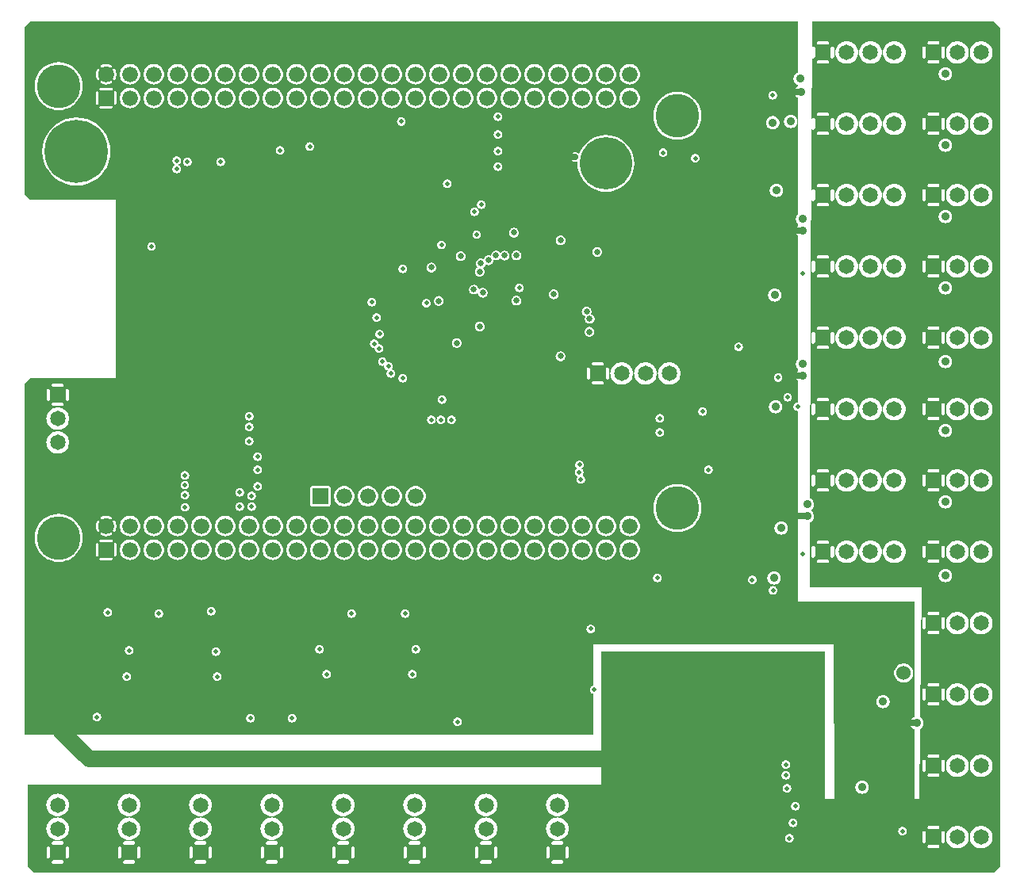
<source format=gbr>
G04 start of page 3 for group 1 idx 2 *
G04 Title: 971 BBB Cape, ground *
G04 Creator: pcb 20110918 *
G04 CreationDate: Mon Jan 20 21:04:42 2014 UTC *
G04 For: brians *
G04 Format: Gerber/RS-274X *
G04 PCB-Dimensions: 500000 400000 *
G04 PCB-Coordinate-Origin: lower left *
%MOIN*%
%FSLAX25Y25*%
%LNGROUP1*%
%ADD226C,0.2460*%
%ADD225C,0.0460*%
%ADD224C,0.2000*%
%ADD223C,0.1285*%
%ADD222C,0.0400*%
%ADD221C,0.0350*%
%ADD220C,0.0100*%
%ADD219C,0.0600*%
%ADD218C,0.0360*%
%ADD217C,0.0200*%
%ADD216C,0.2660*%
%ADD215C,0.0660*%
%ADD214C,0.2200*%
%ADD213C,0.1830*%
%ADD212C,0.0650*%
%ADD211C,0.0700*%
%ADD210C,0.0250*%
%ADD209C,0.0001*%
G54D209*G36*
X107941Y130500D02*X114441D01*
Y124500D01*
X107941D01*
Y130500D01*
G37*
G36*
X159441D02*X165941D01*
Y124500D01*
X159441D01*
Y130500D01*
G37*
G36*
X188941D02*X195441D01*
Y124500D01*
X188941D01*
Y130500D01*
G37*
G36*
X240941D02*X247441D01*
Y124500D01*
X240941D01*
Y130500D01*
G37*
G36*
X137941Y151000D02*X144441D01*
Y145000D01*
X137941D01*
Y151000D01*
G37*
G36*
X220441D02*X226941D01*
Y145000D01*
X220441D01*
Y151000D01*
G37*
G36*
X302196Y110000D02*X308696D01*
Y104000D01*
X302196D01*
Y110000D01*
G37*
G36*
X303941Y138450D02*X310441D01*
Y132450D01*
X303941D01*
Y138450D01*
G37*
G36*
X309441Y138000D02*X315941D01*
Y135000D01*
X309441D01*
Y138000D01*
G37*
G36*
X378441Y383000D02*X389441D01*
Y375000D01*
X378441D01*
Y383000D01*
G37*
G36*
X368441Y355000D02*X379441D01*
Y347000D01*
X368441D01*
Y355000D01*
G37*
G36*
X379162Y309000D02*X390162D01*
Y301000D01*
X379162D01*
Y309000D01*
G37*
G36*
X390441Y330118D02*X396441Y330000D01*
Y323000D01*
X390441Y323118D01*
Y330118D01*
G37*
G36*
X366441Y294689D02*X377441D01*
Y286689D01*
X366441D01*
Y294689D01*
G37*
G36*
X379512Y261000D02*X390512D01*
Y253000D01*
X379512D01*
Y261000D01*
G37*
G36*
X370441Y239157D02*X381441D01*
Y231157D01*
X370441D01*
Y239157D01*
G37*
G36*
X367485Y175386D02*X378485D01*
Y167386D01*
X367485D01*
Y175386D01*
G37*
G36*
X375937Y193161D02*X386937D01*
Y185161D01*
X375937D01*
Y193161D01*
G37*
G36*
X414441Y86000D02*X425441D01*
Y78000D01*
X414441D01*
Y86000D01*
G37*
G36*
X388441Y211000D02*X396441D01*
Y204000D01*
X388441D01*
Y211000D01*
G37*
G36*
X428941Y80000D02*X439941D01*
Y72000D01*
X428941D01*
Y80000D01*
G37*
G36*
X430941Y59500D02*X437441D01*
Y53500D01*
X430941D01*
Y59500D01*
G37*
G36*
X385441Y130500D02*X390941D01*
Y91000D01*
X385441D01*
Y130500D01*
G37*
G36*
X351941Y130000D02*X357441D01*
Y90500D01*
X351941D01*
Y130000D01*
G37*
G36*
X236441Y265000D02*X244441D01*
Y258000D01*
X236441D01*
Y265000D01*
G37*
G36*
X291712Y247147D02*X299712D01*
Y240147D01*
X291712D01*
Y247147D01*
G37*
G36*
X308941Y297500D02*X315441D01*
Y291500D01*
X308941D01*
Y297500D01*
G37*
G36*
X284262Y310800D02*X292262D01*
Y303800D01*
X284262D01*
Y310800D01*
G37*
G36*
X266207Y317716D02*X274207D01*
Y310716D01*
X266207D01*
Y317716D01*
G37*
G36*
X282148Y328134D02*X288648D01*
Y322134D01*
X282148D01*
Y328134D01*
G37*
G36*
X274167Y350634D02*X280667D01*
Y344634D01*
X274167D01*
Y350634D01*
G37*
G36*
X109941Y359500D02*X116441D01*
Y353500D01*
X109941D01*
Y359500D01*
G37*
G36*
X117941D02*X124441D01*
Y353500D01*
X117941D01*
Y359500D01*
G37*
G36*
X126941D02*X133441D01*
Y353500D01*
X126941D01*
Y359500D01*
G37*
G36*
X139441D02*X145941D01*
Y353500D01*
X139441D01*
Y359500D01*
G37*
G36*
Y353500D02*X145941D01*
Y347500D01*
X139441D01*
Y353500D01*
G37*
G36*
X145441D02*X151941D01*
Y347500D01*
X145441D01*
Y353500D01*
G37*
G36*
X150941Y349000D02*X157441D01*
Y343000D01*
X150941D01*
Y349000D01*
G37*
G36*
X165130Y353930D02*X171630D01*
Y347930D01*
X165130D01*
Y353930D01*
G37*
G36*
X123441Y343500D02*X129941D01*
Y337500D01*
X123441D01*
Y343500D01*
G37*
G36*
X113441Y338000D02*X119941D01*
Y332000D01*
X113441D01*
Y338000D01*
G37*
G36*
X109441D02*X115941D01*
Y332000D01*
X109441D01*
Y338000D01*
G37*
G36*
Y344500D02*X115941D01*
Y338500D01*
X109441D01*
Y344500D01*
G37*
G36*
X300719Y333466D02*X304150Y333438D01*
X307219Y327466D01*
X300719D01*
Y333466D01*
G37*
G36*
X155197Y331546D02*X161697D01*
Y325546D01*
X155197D01*
Y331546D01*
G37*
G36*
X155441Y327829D02*X161941D01*
Y321829D01*
X155441D01*
Y327829D01*
G37*
G36*
X236218Y303166D02*X244218D01*
Y296166D01*
X236218D01*
Y303166D01*
G37*
G36*
X194441Y312500D02*X200941D01*
Y306500D01*
X194441D01*
Y312500D01*
G37*
G36*
X192441Y315500D02*X198941D01*
Y309500D01*
X192441D01*
Y315500D01*
G37*
G36*
X194441Y318500D02*X200941D01*
Y312500D01*
X194441D01*
Y318500D01*
G37*
G36*
X123441Y337500D02*X129941D01*
Y331500D01*
X123441D01*
Y337500D01*
G37*
G36*
X159941Y277500D02*X165441D01*
Y238000D01*
X159941D01*
Y277500D01*
G37*
G36*
X125941Y278500D02*X131441D01*
Y239000D01*
X125941D01*
Y278500D01*
G37*
G36*
X138021Y303849D02*X144521D01*
Y297849D01*
X138021D01*
Y303849D01*
G37*
G36*
X201941Y280000D02*X208441D01*
Y274000D01*
X201941D01*
Y280000D01*
G37*
G36*
X194941Y272500D02*X201441D01*
Y266500D01*
X194941D01*
Y272500D01*
G37*
G36*
Y265500D02*X201441D01*
Y259500D01*
X194941D01*
Y265500D01*
G37*
G36*
X178441Y261500D02*X184941D01*
Y255500D01*
X178441D01*
Y261500D01*
G37*
G36*
X98941Y206500D02*X107441D01*
Y202000D01*
X98941D01*
Y206500D01*
G37*
G36*
X481441Y41500D02*X478941Y39000D01*
X473493D01*
Y49236D01*
X473500Y49235D01*
X474245Y49294D01*
X474972Y49469D01*
X475663Y49755D01*
X476301Y50145D01*
X476869Y50631D01*
X477355Y51199D01*
X477745Y51837D01*
X478031Y52528D01*
X478206Y53255D01*
X478250Y54000D01*
X478206Y54745D01*
X478031Y55472D01*
X477745Y56163D01*
X477355Y56801D01*
X476869Y57369D01*
X476301Y57855D01*
X475663Y58245D01*
X474972Y58531D01*
X474245Y58706D01*
X473500Y58765D01*
X473493Y58764D01*
Y79236D01*
X473500Y79235D01*
X474245Y79294D01*
X474972Y79469D01*
X475663Y79755D01*
X476301Y80145D01*
X476869Y80631D01*
X477355Y81199D01*
X477745Y81837D01*
X478031Y82528D01*
X478206Y83255D01*
X478250Y84000D01*
X478206Y84745D01*
X478031Y85472D01*
X477745Y86163D01*
X477355Y86801D01*
X476869Y87369D01*
X476301Y87855D01*
X475663Y88245D01*
X474972Y88531D01*
X474245Y88706D01*
X473500Y88765D01*
X473493Y88764D01*
Y109236D01*
X473500Y109235D01*
X474245Y109294D01*
X474972Y109469D01*
X475663Y109755D01*
X476301Y110145D01*
X476869Y110631D01*
X477355Y111199D01*
X477745Y111837D01*
X478031Y112528D01*
X478206Y113255D01*
X478250Y114000D01*
X478206Y114745D01*
X478031Y115472D01*
X477745Y116163D01*
X477355Y116801D01*
X476869Y117369D01*
X476301Y117855D01*
X475663Y118245D01*
X474972Y118531D01*
X474245Y118706D01*
X473500Y118765D01*
X473493Y118764D01*
Y139236D01*
X473500Y139235D01*
X474245Y139294D01*
X474972Y139469D01*
X475663Y139755D01*
X476301Y140145D01*
X476869Y140631D01*
X477355Y141199D01*
X477745Y141837D01*
X478031Y142528D01*
X478206Y143255D01*
X478250Y144000D01*
X478206Y144745D01*
X478031Y145472D01*
X477745Y146163D01*
X477355Y146801D01*
X476869Y147369D01*
X476301Y147855D01*
X475663Y148245D01*
X474972Y148531D01*
X474245Y148706D01*
X473500Y148765D01*
X473493Y148764D01*
Y169236D01*
X473500Y169235D01*
X474245Y169294D01*
X474972Y169469D01*
X475663Y169755D01*
X476301Y170145D01*
X476869Y170631D01*
X477355Y171199D01*
X477745Y171837D01*
X478031Y172528D01*
X478206Y173255D01*
X478250Y174000D01*
X478206Y174745D01*
X478031Y175472D01*
X477745Y176163D01*
X477355Y176801D01*
X476869Y177369D01*
X476301Y177855D01*
X475663Y178245D01*
X474972Y178531D01*
X474245Y178706D01*
X473500Y178765D01*
X473493Y178764D01*
Y199236D01*
X473500Y199235D01*
X474245Y199294D01*
X474972Y199469D01*
X475663Y199755D01*
X476301Y200145D01*
X476869Y200631D01*
X477355Y201199D01*
X477745Y201837D01*
X478031Y202528D01*
X478206Y203255D01*
X478250Y204000D01*
X478206Y204745D01*
X478031Y205472D01*
X477745Y206163D01*
X477355Y206801D01*
X476869Y207369D01*
X476301Y207855D01*
X475663Y208245D01*
X474972Y208531D01*
X474245Y208706D01*
X473500Y208765D01*
X473493Y208764D01*
Y229236D01*
X473500Y229235D01*
X474245Y229294D01*
X474972Y229469D01*
X475663Y229755D01*
X476301Y230145D01*
X476869Y230631D01*
X477355Y231199D01*
X477745Y231837D01*
X478031Y232528D01*
X478206Y233255D01*
X478250Y234000D01*
X478206Y234745D01*
X478031Y235472D01*
X477745Y236163D01*
X477355Y236801D01*
X476869Y237369D01*
X476301Y237855D01*
X475663Y238245D01*
X474972Y238531D01*
X474245Y238706D01*
X473500Y238765D01*
X473493Y238764D01*
Y259236D01*
X473500Y259235D01*
X474245Y259294D01*
X474972Y259469D01*
X475663Y259755D01*
X476301Y260145D01*
X476869Y260631D01*
X477355Y261199D01*
X477745Y261837D01*
X478031Y262528D01*
X478206Y263255D01*
X478250Y264000D01*
X478206Y264745D01*
X478031Y265472D01*
X477745Y266163D01*
X477355Y266801D01*
X476869Y267369D01*
X476301Y267855D01*
X475663Y268245D01*
X474972Y268531D01*
X474245Y268706D01*
X473500Y268765D01*
X473493Y268764D01*
Y289236D01*
X473500Y289235D01*
X474245Y289294D01*
X474972Y289469D01*
X475663Y289755D01*
X476301Y290145D01*
X476869Y290631D01*
X477355Y291199D01*
X477745Y291837D01*
X478031Y292528D01*
X478206Y293255D01*
X478250Y294000D01*
X478206Y294745D01*
X478031Y295472D01*
X477745Y296163D01*
X477355Y296801D01*
X476869Y297369D01*
X476301Y297855D01*
X475663Y298245D01*
X474972Y298531D01*
X474245Y298706D01*
X473500Y298765D01*
X473493Y298764D01*
Y319236D01*
X473500Y319235D01*
X474245Y319294D01*
X474972Y319469D01*
X475663Y319755D01*
X476301Y320145D01*
X476869Y320631D01*
X477355Y321199D01*
X477745Y321837D01*
X478031Y322528D01*
X478206Y323255D01*
X478250Y324000D01*
X478206Y324745D01*
X478031Y325472D01*
X477745Y326163D01*
X477355Y326801D01*
X476869Y327369D01*
X476301Y327855D01*
X475663Y328245D01*
X474972Y328531D01*
X474245Y328706D01*
X473500Y328765D01*
X473493Y328764D01*
Y349236D01*
X473500Y349235D01*
X474245Y349294D01*
X474972Y349469D01*
X475663Y349755D01*
X476301Y350145D01*
X476869Y350631D01*
X477355Y351199D01*
X477745Y351837D01*
X478031Y352528D01*
X478206Y353255D01*
X478250Y354000D01*
X478206Y354745D01*
X478031Y355472D01*
X477745Y356163D01*
X477355Y356801D01*
X476869Y357369D01*
X476301Y357855D01*
X475663Y358245D01*
X474972Y358531D01*
X474245Y358706D01*
X473500Y358765D01*
X473493Y358764D01*
Y379236D01*
X473500Y379235D01*
X474245Y379294D01*
X474972Y379469D01*
X475663Y379755D01*
X476301Y380145D01*
X476869Y380631D01*
X477355Y381199D01*
X477745Y381837D01*
X478031Y382528D01*
X478206Y383255D01*
X478250Y384000D01*
X478206Y384745D01*
X478031Y385472D01*
X477745Y386163D01*
X477355Y386801D01*
X476869Y387369D01*
X476301Y387855D01*
X475663Y388245D01*
X474972Y388531D01*
X474245Y388706D01*
X473500Y388765D01*
X473493Y388764D01*
Y397000D01*
X478941D01*
X481441Y394000D01*
Y41500D01*
G37*
G36*
X473493Y39000D02*X463493D01*
Y49236D01*
X463500Y49235D01*
X464245Y49294D01*
X464972Y49469D01*
X465663Y49755D01*
X466301Y50145D01*
X466869Y50631D01*
X467355Y51199D01*
X467745Y51837D01*
X468031Y52528D01*
X468206Y53255D01*
X468250Y54000D01*
X468206Y54745D01*
X468031Y55472D01*
X467745Y56163D01*
X467355Y56801D01*
X466869Y57369D01*
X466301Y57855D01*
X465663Y58245D01*
X464972Y58531D01*
X464245Y58706D01*
X463500Y58765D01*
X463493Y58764D01*
Y79236D01*
X463500Y79235D01*
X464245Y79294D01*
X464972Y79469D01*
X465663Y79755D01*
X466301Y80145D01*
X466869Y80631D01*
X467355Y81199D01*
X467745Y81837D01*
X468031Y82528D01*
X468206Y83255D01*
X468250Y84000D01*
X468206Y84745D01*
X468031Y85472D01*
X467745Y86163D01*
X467355Y86801D01*
X466869Y87369D01*
X466301Y87855D01*
X465663Y88245D01*
X464972Y88531D01*
X464245Y88706D01*
X463500Y88765D01*
X463493Y88764D01*
Y109236D01*
X463500Y109235D01*
X464245Y109294D01*
X464972Y109469D01*
X465663Y109755D01*
X466301Y110145D01*
X466869Y110631D01*
X467355Y111199D01*
X467745Y111837D01*
X468031Y112528D01*
X468206Y113255D01*
X468250Y114000D01*
X468206Y114745D01*
X468031Y115472D01*
X467745Y116163D01*
X467355Y116801D01*
X466869Y117369D01*
X466301Y117855D01*
X465663Y118245D01*
X464972Y118531D01*
X464245Y118706D01*
X463500Y118765D01*
X463493Y118764D01*
Y139236D01*
X463500Y139235D01*
X464245Y139294D01*
X464972Y139469D01*
X465663Y139755D01*
X466301Y140145D01*
X466869Y140631D01*
X467355Y141199D01*
X467745Y141837D01*
X468031Y142528D01*
X468206Y143255D01*
X468250Y144000D01*
X468206Y144745D01*
X468031Y145472D01*
X467745Y146163D01*
X467355Y146801D01*
X466869Y147369D01*
X466301Y147855D01*
X465663Y148245D01*
X464972Y148531D01*
X464245Y148706D01*
X463500Y148765D01*
X463493Y148764D01*
Y169236D01*
X463500Y169235D01*
X464245Y169294D01*
X464972Y169469D01*
X465663Y169755D01*
X466301Y170145D01*
X466869Y170631D01*
X467355Y171199D01*
X467745Y171837D01*
X468031Y172528D01*
X468206Y173255D01*
X468250Y174000D01*
X468206Y174745D01*
X468031Y175472D01*
X467745Y176163D01*
X467355Y176801D01*
X466869Y177369D01*
X466301Y177855D01*
X465663Y178245D01*
X464972Y178531D01*
X464245Y178706D01*
X463500Y178765D01*
X463493Y178764D01*
Y199236D01*
X463500Y199235D01*
X464245Y199294D01*
X464972Y199469D01*
X465663Y199755D01*
X466301Y200145D01*
X466869Y200631D01*
X467355Y201199D01*
X467745Y201837D01*
X468031Y202528D01*
X468206Y203255D01*
X468250Y204000D01*
X468206Y204745D01*
X468031Y205472D01*
X467745Y206163D01*
X467355Y206801D01*
X466869Y207369D01*
X466301Y207855D01*
X465663Y208245D01*
X464972Y208531D01*
X464245Y208706D01*
X463500Y208765D01*
X463493Y208764D01*
Y229236D01*
X463500Y229235D01*
X464245Y229294D01*
X464972Y229469D01*
X465663Y229755D01*
X466301Y230145D01*
X466869Y230631D01*
X467355Y231199D01*
X467745Y231837D01*
X468031Y232528D01*
X468206Y233255D01*
X468250Y234000D01*
X468206Y234745D01*
X468031Y235472D01*
X467745Y236163D01*
X467355Y236801D01*
X466869Y237369D01*
X466301Y237855D01*
X465663Y238245D01*
X464972Y238531D01*
X464245Y238706D01*
X463500Y238765D01*
X463493Y238764D01*
Y259236D01*
X463500Y259235D01*
X464245Y259294D01*
X464972Y259469D01*
X465663Y259755D01*
X466301Y260145D01*
X466869Y260631D01*
X467355Y261199D01*
X467745Y261837D01*
X468031Y262528D01*
X468206Y263255D01*
X468250Y264000D01*
X468206Y264745D01*
X468031Y265472D01*
X467745Y266163D01*
X467355Y266801D01*
X466869Y267369D01*
X466301Y267855D01*
X465663Y268245D01*
X464972Y268531D01*
X464245Y268706D01*
X463500Y268765D01*
X463493Y268764D01*
Y289236D01*
X463500Y289235D01*
X464245Y289294D01*
X464972Y289469D01*
X465663Y289755D01*
X466301Y290145D01*
X466869Y290631D01*
X467355Y291199D01*
X467745Y291837D01*
X468031Y292528D01*
X468206Y293255D01*
X468250Y294000D01*
X468206Y294745D01*
X468031Y295472D01*
X467745Y296163D01*
X467355Y296801D01*
X466869Y297369D01*
X466301Y297855D01*
X465663Y298245D01*
X464972Y298531D01*
X464245Y298706D01*
X463500Y298765D01*
X463493Y298764D01*
Y319236D01*
X463500Y319235D01*
X464245Y319294D01*
X464972Y319469D01*
X465663Y319755D01*
X466301Y320145D01*
X466869Y320631D01*
X467355Y321199D01*
X467745Y321837D01*
X468031Y322528D01*
X468206Y323255D01*
X468250Y324000D01*
X468206Y324745D01*
X468031Y325472D01*
X467745Y326163D01*
X467355Y326801D01*
X466869Y327369D01*
X466301Y327855D01*
X465663Y328245D01*
X464972Y328531D01*
X464245Y328706D01*
X463500Y328765D01*
X463493Y328764D01*
Y349236D01*
X463500Y349235D01*
X464245Y349294D01*
X464972Y349469D01*
X465663Y349755D01*
X466301Y350145D01*
X466869Y350631D01*
X467355Y351199D01*
X467745Y351837D01*
X468031Y352528D01*
X468206Y353255D01*
X468250Y354000D01*
X468206Y354745D01*
X468031Y355472D01*
X467745Y356163D01*
X467355Y356801D01*
X466869Y357369D01*
X466301Y357855D01*
X465663Y358245D01*
X464972Y358531D01*
X464245Y358706D01*
X463500Y358765D01*
X463493Y358764D01*
Y379236D01*
X463500Y379235D01*
X464245Y379294D01*
X464972Y379469D01*
X465663Y379755D01*
X466301Y380145D01*
X466869Y380631D01*
X467355Y381199D01*
X467745Y381837D01*
X468031Y382528D01*
X468206Y383255D01*
X468250Y384000D01*
X468206Y384745D01*
X468031Y385472D01*
X467745Y386163D01*
X467355Y386801D01*
X466869Y387369D01*
X466301Y387855D01*
X465663Y388245D01*
X464972Y388531D01*
X464245Y388706D01*
X463500Y388765D01*
X463493Y388764D01*
Y397000D01*
X473493D01*
Y388764D01*
X472755Y388706D01*
X472028Y388531D01*
X471337Y388245D01*
X470699Y387855D01*
X470131Y387369D01*
X469645Y386801D01*
X469255Y386163D01*
X468969Y385472D01*
X468794Y384745D01*
X468735Y384000D01*
X468794Y383255D01*
X468969Y382528D01*
X469255Y381837D01*
X469645Y381199D01*
X470131Y380631D01*
X470699Y380145D01*
X471337Y379755D01*
X472028Y379469D01*
X472755Y379294D01*
X473493Y379236D01*
Y358764D01*
X472755Y358706D01*
X472028Y358531D01*
X471337Y358245D01*
X470699Y357855D01*
X470131Y357369D01*
X469645Y356801D01*
X469255Y356163D01*
X468969Y355472D01*
X468794Y354745D01*
X468735Y354000D01*
X468794Y353255D01*
X468969Y352528D01*
X469255Y351837D01*
X469645Y351199D01*
X470131Y350631D01*
X470699Y350145D01*
X471337Y349755D01*
X472028Y349469D01*
X472755Y349294D01*
X473493Y349236D01*
Y328764D01*
X472755Y328706D01*
X472028Y328531D01*
X471337Y328245D01*
X470699Y327855D01*
X470131Y327369D01*
X469645Y326801D01*
X469255Y326163D01*
X468969Y325472D01*
X468794Y324745D01*
X468735Y324000D01*
X468794Y323255D01*
X468969Y322528D01*
X469255Y321837D01*
X469645Y321199D01*
X470131Y320631D01*
X470699Y320145D01*
X471337Y319755D01*
X472028Y319469D01*
X472755Y319294D01*
X473493Y319236D01*
Y298764D01*
X472755Y298706D01*
X472028Y298531D01*
X471337Y298245D01*
X470699Y297855D01*
X470131Y297369D01*
X469645Y296801D01*
X469255Y296163D01*
X468969Y295472D01*
X468794Y294745D01*
X468735Y294000D01*
X468794Y293255D01*
X468969Y292528D01*
X469255Y291837D01*
X469645Y291199D01*
X470131Y290631D01*
X470699Y290145D01*
X471337Y289755D01*
X472028Y289469D01*
X472755Y289294D01*
X473493Y289236D01*
Y268764D01*
X472755Y268706D01*
X472028Y268531D01*
X471337Y268245D01*
X470699Y267855D01*
X470131Y267369D01*
X469645Y266801D01*
X469255Y266163D01*
X468969Y265472D01*
X468794Y264745D01*
X468735Y264000D01*
X468794Y263255D01*
X468969Y262528D01*
X469255Y261837D01*
X469645Y261199D01*
X470131Y260631D01*
X470699Y260145D01*
X471337Y259755D01*
X472028Y259469D01*
X472755Y259294D01*
X473493Y259236D01*
Y238764D01*
X472755Y238706D01*
X472028Y238531D01*
X471337Y238245D01*
X470699Y237855D01*
X470131Y237369D01*
X469645Y236801D01*
X469255Y236163D01*
X468969Y235472D01*
X468794Y234745D01*
X468735Y234000D01*
X468794Y233255D01*
X468969Y232528D01*
X469255Y231837D01*
X469645Y231199D01*
X470131Y230631D01*
X470699Y230145D01*
X471337Y229755D01*
X472028Y229469D01*
X472755Y229294D01*
X473493Y229236D01*
Y208764D01*
X472755Y208706D01*
X472028Y208531D01*
X471337Y208245D01*
X470699Y207855D01*
X470131Y207369D01*
X469645Y206801D01*
X469255Y206163D01*
X468969Y205472D01*
X468794Y204745D01*
X468735Y204000D01*
X468794Y203255D01*
X468969Y202528D01*
X469255Y201837D01*
X469645Y201199D01*
X470131Y200631D01*
X470699Y200145D01*
X471337Y199755D01*
X472028Y199469D01*
X472755Y199294D01*
X473493Y199236D01*
Y178764D01*
X472755Y178706D01*
X472028Y178531D01*
X471337Y178245D01*
X470699Y177855D01*
X470131Y177369D01*
X469645Y176801D01*
X469255Y176163D01*
X468969Y175472D01*
X468794Y174745D01*
X468735Y174000D01*
X468794Y173255D01*
X468969Y172528D01*
X469255Y171837D01*
X469645Y171199D01*
X470131Y170631D01*
X470699Y170145D01*
X471337Y169755D01*
X472028Y169469D01*
X472755Y169294D01*
X473493Y169236D01*
Y148764D01*
X472755Y148706D01*
X472028Y148531D01*
X471337Y148245D01*
X470699Y147855D01*
X470131Y147369D01*
X469645Y146801D01*
X469255Y146163D01*
X468969Y145472D01*
X468794Y144745D01*
X468735Y144000D01*
X468794Y143255D01*
X468969Y142528D01*
X469255Y141837D01*
X469645Y141199D01*
X470131Y140631D01*
X470699Y140145D01*
X471337Y139755D01*
X472028Y139469D01*
X472755Y139294D01*
X473493Y139236D01*
Y118764D01*
X472755Y118706D01*
X472028Y118531D01*
X471337Y118245D01*
X470699Y117855D01*
X470131Y117369D01*
X469645Y116801D01*
X469255Y116163D01*
X468969Y115472D01*
X468794Y114745D01*
X468735Y114000D01*
X468794Y113255D01*
X468969Y112528D01*
X469255Y111837D01*
X469645Y111199D01*
X470131Y110631D01*
X470699Y110145D01*
X471337Y109755D01*
X472028Y109469D01*
X472755Y109294D01*
X473493Y109236D01*
Y88764D01*
X472755Y88706D01*
X472028Y88531D01*
X471337Y88245D01*
X470699Y87855D01*
X470131Y87369D01*
X469645Y86801D01*
X469255Y86163D01*
X468969Y85472D01*
X468794Y84745D01*
X468735Y84000D01*
X468794Y83255D01*
X468969Y82528D01*
X469255Y81837D01*
X469645Y81199D01*
X470131Y80631D01*
X470699Y80145D01*
X471337Y79755D01*
X472028Y79469D01*
X472755Y79294D01*
X473493Y79236D01*
Y58764D01*
X472755Y58706D01*
X472028Y58531D01*
X471337Y58245D01*
X470699Y57855D01*
X470131Y57369D01*
X469645Y56801D01*
X469255Y56163D01*
X468969Y55472D01*
X468794Y54745D01*
X468735Y54000D01*
X468794Y53255D01*
X468969Y52528D01*
X469255Y51837D01*
X469645Y51199D01*
X470131Y50631D01*
X470699Y50145D01*
X471337Y49755D01*
X472028Y49469D01*
X472755Y49294D01*
X473493Y49236D01*
Y39000D01*
G37*
G36*
X463493D02*X458437D01*
Y161192D01*
X458441Y161191D01*
X458880Y161226D01*
X459309Y161329D01*
X459716Y161497D01*
X460092Y161728D01*
X460427Y162014D01*
X460713Y162349D01*
X460944Y162725D01*
X461112Y163132D01*
X461215Y163561D01*
X461241Y164000D01*
X461215Y164439D01*
X461112Y164868D01*
X460944Y165275D01*
X460713Y165651D01*
X460427Y165986D01*
X460092Y166272D01*
X459716Y166503D01*
X459309Y166671D01*
X458880Y166774D01*
X458441Y166809D01*
X458437Y166808D01*
Y192192D01*
X458441Y192191D01*
X458880Y192226D01*
X459309Y192329D01*
X459716Y192497D01*
X460092Y192728D01*
X460427Y193014D01*
X460713Y193349D01*
X460944Y193725D01*
X461112Y194132D01*
X461215Y194561D01*
X461241Y195000D01*
X461215Y195439D01*
X461112Y195868D01*
X460944Y196275D01*
X460713Y196651D01*
X460427Y196986D01*
X460092Y197272D01*
X459716Y197503D01*
X459309Y197671D01*
X458880Y197774D01*
X458441Y197809D01*
X458437Y197808D01*
Y222192D01*
X458441Y222191D01*
X458880Y222226D01*
X459309Y222329D01*
X459716Y222497D01*
X460092Y222728D01*
X460427Y223014D01*
X460713Y223349D01*
X460944Y223725D01*
X461112Y224132D01*
X461215Y224561D01*
X461241Y225000D01*
X461215Y225439D01*
X461112Y225868D01*
X460944Y226275D01*
X460713Y226651D01*
X460427Y226986D01*
X460092Y227272D01*
X459716Y227503D01*
X459309Y227671D01*
X458880Y227774D01*
X458441Y227809D01*
X458437Y227808D01*
Y251192D01*
X458441Y251191D01*
X458880Y251226D01*
X459309Y251329D01*
X459716Y251497D01*
X460092Y251728D01*
X460427Y252014D01*
X460713Y252349D01*
X460944Y252725D01*
X461112Y253132D01*
X461215Y253561D01*
X461241Y254000D01*
X461215Y254439D01*
X461112Y254868D01*
X460944Y255275D01*
X460713Y255651D01*
X460427Y255986D01*
X460092Y256272D01*
X459716Y256503D01*
X459309Y256671D01*
X458880Y256774D01*
X458441Y256809D01*
X458437Y256808D01*
Y282192D01*
X458441Y282191D01*
X458880Y282226D01*
X459309Y282329D01*
X459716Y282497D01*
X460092Y282728D01*
X460427Y283014D01*
X460713Y283349D01*
X460944Y283725D01*
X461112Y284132D01*
X461215Y284561D01*
X461241Y285000D01*
X461215Y285439D01*
X461112Y285868D01*
X460944Y286275D01*
X460713Y286651D01*
X460427Y286986D01*
X460092Y287272D01*
X459716Y287503D01*
X459309Y287671D01*
X458880Y287774D01*
X458441Y287809D01*
X458437Y287808D01*
Y312192D01*
X458441Y312191D01*
X458880Y312226D01*
X459309Y312329D01*
X459716Y312497D01*
X460092Y312728D01*
X460427Y313014D01*
X460713Y313349D01*
X460944Y313725D01*
X461112Y314132D01*
X461215Y314561D01*
X461241Y315000D01*
X461215Y315439D01*
X461112Y315868D01*
X460944Y316275D01*
X460713Y316651D01*
X460427Y316986D01*
X460092Y317272D01*
X459716Y317503D01*
X459309Y317671D01*
X458880Y317774D01*
X458441Y317809D01*
X458437Y317808D01*
Y342192D01*
X458441Y342191D01*
X458880Y342226D01*
X459309Y342329D01*
X459716Y342497D01*
X460092Y342728D01*
X460427Y343014D01*
X460713Y343349D01*
X460944Y343725D01*
X461112Y344132D01*
X461215Y344561D01*
X461241Y345000D01*
X461215Y345439D01*
X461112Y345868D01*
X460944Y346275D01*
X460713Y346651D01*
X460427Y346986D01*
X460092Y347272D01*
X459716Y347503D01*
X459309Y347671D01*
X458880Y347774D01*
X458441Y347809D01*
X458437Y347808D01*
Y372192D01*
X458441Y372191D01*
X458880Y372226D01*
X459309Y372329D01*
X459716Y372497D01*
X460092Y372728D01*
X460427Y373014D01*
X460713Y373349D01*
X460944Y373725D01*
X461112Y374132D01*
X461215Y374561D01*
X461241Y375000D01*
X461215Y375439D01*
X461112Y375868D01*
X460944Y376275D01*
X460713Y376651D01*
X460427Y376986D01*
X460092Y377272D01*
X459716Y377503D01*
X459309Y377671D01*
X458880Y377774D01*
X458441Y377809D01*
X458437Y377808D01*
Y397000D01*
X463493D01*
Y388764D01*
X462755Y388706D01*
X462028Y388531D01*
X461337Y388245D01*
X460699Y387855D01*
X460131Y387369D01*
X459645Y386801D01*
X459255Y386163D01*
X458969Y385472D01*
X458794Y384745D01*
X458735Y384000D01*
X458794Y383255D01*
X458969Y382528D01*
X459255Y381837D01*
X459645Y381199D01*
X460131Y380631D01*
X460699Y380145D01*
X461337Y379755D01*
X462028Y379469D01*
X462755Y379294D01*
X463493Y379236D01*
Y358764D01*
X462755Y358706D01*
X462028Y358531D01*
X461337Y358245D01*
X460699Y357855D01*
X460131Y357369D01*
X459645Y356801D01*
X459255Y356163D01*
X458969Y355472D01*
X458794Y354745D01*
X458735Y354000D01*
X458794Y353255D01*
X458969Y352528D01*
X459255Y351837D01*
X459645Y351199D01*
X460131Y350631D01*
X460699Y350145D01*
X461337Y349755D01*
X462028Y349469D01*
X462755Y349294D01*
X463493Y349236D01*
Y328764D01*
X462755Y328706D01*
X462028Y328531D01*
X461337Y328245D01*
X460699Y327855D01*
X460131Y327369D01*
X459645Y326801D01*
X459255Y326163D01*
X458969Y325472D01*
X458794Y324745D01*
X458735Y324000D01*
X458794Y323255D01*
X458969Y322528D01*
X459255Y321837D01*
X459645Y321199D01*
X460131Y320631D01*
X460699Y320145D01*
X461337Y319755D01*
X462028Y319469D01*
X462755Y319294D01*
X463493Y319236D01*
Y298764D01*
X462755Y298706D01*
X462028Y298531D01*
X461337Y298245D01*
X460699Y297855D01*
X460131Y297369D01*
X459645Y296801D01*
X459255Y296163D01*
X458969Y295472D01*
X458794Y294745D01*
X458735Y294000D01*
X458794Y293255D01*
X458969Y292528D01*
X459255Y291837D01*
X459645Y291199D01*
X460131Y290631D01*
X460699Y290145D01*
X461337Y289755D01*
X462028Y289469D01*
X462755Y289294D01*
X463493Y289236D01*
Y268764D01*
X462755Y268706D01*
X462028Y268531D01*
X461337Y268245D01*
X460699Y267855D01*
X460131Y267369D01*
X459645Y266801D01*
X459255Y266163D01*
X458969Y265472D01*
X458794Y264745D01*
X458735Y264000D01*
X458794Y263255D01*
X458969Y262528D01*
X459255Y261837D01*
X459645Y261199D01*
X460131Y260631D01*
X460699Y260145D01*
X461337Y259755D01*
X462028Y259469D01*
X462755Y259294D01*
X463493Y259236D01*
Y238764D01*
X462755Y238706D01*
X462028Y238531D01*
X461337Y238245D01*
X460699Y237855D01*
X460131Y237369D01*
X459645Y236801D01*
X459255Y236163D01*
X458969Y235472D01*
X458794Y234745D01*
X458735Y234000D01*
X458794Y233255D01*
X458969Y232528D01*
X459255Y231837D01*
X459645Y231199D01*
X460131Y230631D01*
X460699Y230145D01*
X461337Y229755D01*
X462028Y229469D01*
X462755Y229294D01*
X463493Y229236D01*
Y208764D01*
X462755Y208706D01*
X462028Y208531D01*
X461337Y208245D01*
X460699Y207855D01*
X460131Y207369D01*
X459645Y206801D01*
X459255Y206163D01*
X458969Y205472D01*
X458794Y204745D01*
X458735Y204000D01*
X458794Y203255D01*
X458969Y202528D01*
X459255Y201837D01*
X459645Y201199D01*
X460131Y200631D01*
X460699Y200145D01*
X461337Y199755D01*
X462028Y199469D01*
X462755Y199294D01*
X463493Y199236D01*
Y178764D01*
X462755Y178706D01*
X462028Y178531D01*
X461337Y178245D01*
X460699Y177855D01*
X460131Y177369D01*
X459645Y176801D01*
X459255Y176163D01*
X458969Y175472D01*
X458794Y174745D01*
X458735Y174000D01*
X458794Y173255D01*
X458969Y172528D01*
X459255Y171837D01*
X459645Y171199D01*
X460131Y170631D01*
X460699Y170145D01*
X461337Y169755D01*
X462028Y169469D01*
X462755Y169294D01*
X463493Y169236D01*
Y148764D01*
X462755Y148706D01*
X462028Y148531D01*
X461337Y148245D01*
X460699Y147855D01*
X460131Y147369D01*
X459645Y146801D01*
X459255Y146163D01*
X458969Y145472D01*
X458794Y144745D01*
X458735Y144000D01*
X458794Y143255D01*
X458969Y142528D01*
X459255Y141837D01*
X459645Y141199D01*
X460131Y140631D01*
X460699Y140145D01*
X461337Y139755D01*
X462028Y139469D01*
X462755Y139294D01*
X463493Y139236D01*
Y118764D01*
X462755Y118706D01*
X462028Y118531D01*
X461337Y118245D01*
X460699Y117855D01*
X460131Y117369D01*
X459645Y116801D01*
X459255Y116163D01*
X458969Y115472D01*
X458794Y114745D01*
X458735Y114000D01*
X458794Y113255D01*
X458969Y112528D01*
X459255Y111837D01*
X459645Y111199D01*
X460131Y110631D01*
X460699Y110145D01*
X461337Y109755D01*
X462028Y109469D01*
X462755Y109294D01*
X463493Y109236D01*
Y88764D01*
X462755Y88706D01*
X462028Y88531D01*
X461337Y88245D01*
X460699Y87855D01*
X460131Y87369D01*
X459645Y86801D01*
X459255Y86163D01*
X458969Y85472D01*
X458794Y84745D01*
X458735Y84000D01*
X458794Y83255D01*
X458969Y82528D01*
X459255Y81837D01*
X459645Y81199D01*
X460131Y80631D01*
X460699Y80145D01*
X461337Y79755D01*
X462028Y79469D01*
X462755Y79294D01*
X463493Y79236D01*
Y58764D01*
X462755Y58706D01*
X462028Y58531D01*
X461337Y58245D01*
X460699Y57855D01*
X460131Y57369D01*
X459645Y56801D01*
X459255Y56163D01*
X458969Y55472D01*
X458794Y54745D01*
X458735Y54000D01*
X458794Y53255D01*
X458969Y52528D01*
X459255Y51837D01*
X459645Y51199D01*
X460131Y50631D01*
X460699Y50145D01*
X461337Y49755D01*
X462028Y49469D01*
X462755Y49294D01*
X463493Y49236D01*
Y39000D01*
G37*
G36*
X457500Y192359D02*X457573Y192329D01*
X458002Y192226D01*
X458437Y192192D01*
Y166808D01*
X458002Y166774D01*
X457573Y166671D01*
X457500Y166641D01*
Y171498D01*
X457618Y171507D01*
X457732Y171535D01*
X457842Y171580D01*
X457942Y171641D01*
X458032Y171718D01*
X458109Y171808D01*
X458170Y171908D01*
X458215Y172018D01*
X458243Y172132D01*
X458250Y172250D01*
Y175750D01*
X458243Y175868D01*
X458215Y175982D01*
X458170Y176092D01*
X458109Y176192D01*
X458032Y176282D01*
X457942Y176359D01*
X457842Y176420D01*
X457732Y176465D01*
X457618Y176493D01*
X457500Y176502D01*
Y192359D01*
G37*
G36*
Y222359D02*X457573Y222329D01*
X458002Y222226D01*
X458437Y222192D01*
Y197808D01*
X458002Y197774D01*
X457573Y197671D01*
X457500Y197641D01*
Y201498D01*
X457618Y201507D01*
X457732Y201535D01*
X457842Y201580D01*
X457942Y201641D01*
X458032Y201718D01*
X458109Y201808D01*
X458170Y201908D01*
X458215Y202018D01*
X458243Y202132D01*
X458250Y202250D01*
Y205750D01*
X458243Y205868D01*
X458215Y205982D01*
X458170Y206092D01*
X458109Y206192D01*
X458032Y206282D01*
X457942Y206359D01*
X457842Y206420D01*
X457732Y206465D01*
X457618Y206493D01*
X457500Y206502D01*
Y222359D01*
G37*
G36*
Y251359D02*X457573Y251329D01*
X458002Y251226D01*
X458437Y251192D01*
Y227808D01*
X458002Y227774D01*
X457573Y227671D01*
X457500Y227641D01*
Y231498D01*
X457618Y231507D01*
X457732Y231535D01*
X457842Y231580D01*
X457942Y231641D01*
X458032Y231718D01*
X458109Y231808D01*
X458170Y231908D01*
X458215Y232018D01*
X458243Y232132D01*
X458250Y232250D01*
Y235750D01*
X458243Y235868D01*
X458215Y235982D01*
X458170Y236092D01*
X458109Y236192D01*
X458032Y236282D01*
X457942Y236359D01*
X457842Y236420D01*
X457732Y236465D01*
X457618Y236493D01*
X457500Y236502D01*
Y251359D01*
G37*
G36*
Y282359D02*X457573Y282329D01*
X458002Y282226D01*
X458437Y282192D01*
Y256808D01*
X458002Y256774D01*
X457573Y256671D01*
X457500Y256641D01*
Y261498D01*
X457618Y261507D01*
X457732Y261535D01*
X457842Y261580D01*
X457942Y261641D01*
X458032Y261718D01*
X458109Y261808D01*
X458170Y261908D01*
X458215Y262018D01*
X458243Y262132D01*
X458250Y262250D01*
Y265750D01*
X458243Y265868D01*
X458215Y265982D01*
X458170Y266092D01*
X458109Y266192D01*
X458032Y266282D01*
X457942Y266359D01*
X457842Y266420D01*
X457732Y266465D01*
X457618Y266493D01*
X457500Y266502D01*
Y282359D01*
G37*
G36*
Y312359D02*X457573Y312329D01*
X458002Y312226D01*
X458437Y312192D01*
Y287808D01*
X458002Y287774D01*
X457573Y287671D01*
X457500Y287641D01*
Y291498D01*
X457618Y291507D01*
X457732Y291535D01*
X457842Y291580D01*
X457942Y291641D01*
X458032Y291718D01*
X458109Y291808D01*
X458170Y291908D01*
X458215Y292018D01*
X458243Y292132D01*
X458250Y292250D01*
Y295750D01*
X458243Y295868D01*
X458215Y295982D01*
X458170Y296092D01*
X458109Y296192D01*
X458032Y296282D01*
X457942Y296359D01*
X457842Y296420D01*
X457732Y296465D01*
X457618Y296493D01*
X457500Y296502D01*
Y312359D01*
G37*
G36*
Y342359D02*X457573Y342329D01*
X458002Y342226D01*
X458437Y342192D01*
Y317808D01*
X458002Y317774D01*
X457573Y317671D01*
X457500Y317641D01*
Y321498D01*
X457618Y321507D01*
X457732Y321535D01*
X457842Y321580D01*
X457942Y321641D01*
X458032Y321718D01*
X458109Y321808D01*
X458170Y321908D01*
X458215Y322018D01*
X458243Y322132D01*
X458250Y322250D01*
Y325750D01*
X458243Y325868D01*
X458215Y325982D01*
X458170Y326092D01*
X458109Y326192D01*
X458032Y326282D01*
X457942Y326359D01*
X457842Y326420D01*
X457732Y326465D01*
X457618Y326493D01*
X457500Y326502D01*
Y342359D01*
G37*
G36*
Y372359D02*X457573Y372329D01*
X458002Y372226D01*
X458437Y372192D01*
Y347808D01*
X458002Y347774D01*
X457573Y347671D01*
X457500Y347641D01*
Y351498D01*
X457618Y351507D01*
X457732Y351535D01*
X457842Y351580D01*
X457942Y351641D01*
X458032Y351718D01*
X458109Y351808D01*
X458170Y351908D01*
X458215Y352018D01*
X458243Y352132D01*
X458250Y352250D01*
Y355750D01*
X458243Y355868D01*
X458215Y355982D01*
X458170Y356092D01*
X458109Y356192D01*
X458032Y356282D01*
X457942Y356359D01*
X457842Y356420D01*
X457732Y356465D01*
X457618Y356493D01*
X457500Y356502D01*
Y372359D01*
G37*
G36*
Y397000D02*X458437D01*
Y377808D01*
X458002Y377774D01*
X457573Y377671D01*
X457500Y377641D01*
Y381498D01*
X457618Y381507D01*
X457732Y381535D01*
X457842Y381580D01*
X457942Y381641D01*
X458032Y381718D01*
X458109Y381808D01*
X458170Y381908D01*
X458215Y382018D01*
X458243Y382132D01*
X458250Y382250D01*
Y385750D01*
X458243Y385868D01*
X458215Y385982D01*
X458170Y386092D01*
X458109Y386192D01*
X458032Y386282D01*
X457942Y386359D01*
X457842Y386420D01*
X457732Y386465D01*
X457618Y386493D01*
X457500Y386502D01*
Y397000D01*
G37*
G36*
X458437Y39000D02*X457500D01*
Y51498D01*
X457618Y51507D01*
X457732Y51535D01*
X457842Y51580D01*
X457942Y51641D01*
X458032Y51718D01*
X458109Y51808D01*
X458170Y51908D01*
X458215Y52018D01*
X458243Y52132D01*
X458250Y52250D01*
Y55750D01*
X458243Y55868D01*
X458215Y55982D01*
X458170Y56092D01*
X458109Y56192D01*
X458032Y56282D01*
X457942Y56359D01*
X457842Y56420D01*
X457732Y56465D01*
X457618Y56493D01*
X457500Y56502D01*
Y81498D01*
X457618Y81507D01*
X457732Y81535D01*
X457842Y81580D01*
X457942Y81641D01*
X458032Y81718D01*
X458109Y81808D01*
X458170Y81908D01*
X458215Y82018D01*
X458243Y82132D01*
X458250Y82250D01*
Y85750D01*
X458243Y85868D01*
X458215Y85982D01*
X458170Y86092D01*
X458109Y86192D01*
X458032Y86282D01*
X457942Y86359D01*
X457842Y86420D01*
X457732Y86465D01*
X457618Y86493D01*
X457500Y86502D01*
Y111498D01*
X457618Y111507D01*
X457732Y111535D01*
X457842Y111580D01*
X457942Y111641D01*
X458032Y111718D01*
X458109Y111808D01*
X458170Y111908D01*
X458215Y112018D01*
X458243Y112132D01*
X458250Y112250D01*
Y115750D01*
X458243Y115868D01*
X458215Y115982D01*
X458170Y116092D01*
X458109Y116192D01*
X458032Y116282D01*
X457942Y116359D01*
X457842Y116420D01*
X457732Y116465D01*
X457618Y116493D01*
X457500Y116502D01*
Y141498D01*
X457618Y141507D01*
X457732Y141535D01*
X457842Y141580D01*
X457942Y141641D01*
X458032Y141718D01*
X458109Y141808D01*
X458170Y141908D01*
X458215Y142018D01*
X458243Y142132D01*
X458250Y142250D01*
Y145750D01*
X458243Y145868D01*
X458215Y145982D01*
X458170Y146092D01*
X458109Y146192D01*
X458032Y146282D01*
X457942Y146359D01*
X457842Y146420D01*
X457732Y146465D01*
X457618Y146493D01*
X457500Y146502D01*
Y161359D01*
X457573Y161329D01*
X458002Y161226D01*
X458437Y161192D01*
Y39000D01*
G37*
G36*
X457500D02*X453500D01*
Y49250D01*
X455250D01*
X455368Y49257D01*
X455482Y49285D01*
X455592Y49330D01*
X455692Y49391D01*
X455782Y49468D01*
X455859Y49558D01*
X455920Y49658D01*
X455965Y49768D01*
X455993Y49882D01*
X456002Y50000D01*
X455993Y50118D01*
X455965Y50232D01*
X455920Y50342D01*
X455859Y50442D01*
X455782Y50532D01*
X455692Y50609D01*
X455592Y50670D01*
X455482Y50715D01*
X455368Y50743D01*
X455250Y50750D01*
X453500D01*
Y57250D01*
X455250D01*
X455368Y57257D01*
X455482Y57285D01*
X455592Y57330D01*
X455692Y57391D01*
X455782Y57468D01*
X455859Y57558D01*
X455920Y57658D01*
X455965Y57768D01*
X455993Y57882D01*
X456002Y58000D01*
X455993Y58118D01*
X455965Y58232D01*
X455920Y58342D01*
X455859Y58442D01*
X455782Y58532D01*
X455692Y58609D01*
X455592Y58670D01*
X455482Y58715D01*
X455368Y58743D01*
X455250Y58750D01*
X453500D01*
Y79250D01*
X455250D01*
X455368Y79257D01*
X455482Y79285D01*
X455592Y79330D01*
X455692Y79391D01*
X455782Y79468D01*
X455859Y79558D01*
X455920Y79658D01*
X455965Y79768D01*
X455993Y79882D01*
X456002Y80000D01*
X455993Y80118D01*
X455965Y80232D01*
X455920Y80342D01*
X455859Y80442D01*
X455782Y80532D01*
X455692Y80609D01*
X455592Y80670D01*
X455482Y80715D01*
X455368Y80743D01*
X455250Y80750D01*
X453500D01*
Y87250D01*
X455250D01*
X455368Y87257D01*
X455482Y87285D01*
X455592Y87330D01*
X455692Y87391D01*
X455782Y87468D01*
X455859Y87558D01*
X455920Y87658D01*
X455965Y87768D01*
X455993Y87882D01*
X456002Y88000D01*
X455993Y88118D01*
X455965Y88232D01*
X455920Y88342D01*
X455859Y88442D01*
X455782Y88532D01*
X455692Y88609D01*
X455592Y88670D01*
X455482Y88715D01*
X455368Y88743D01*
X455250Y88750D01*
X453500D01*
Y109250D01*
X455250D01*
X455368Y109257D01*
X455482Y109285D01*
X455592Y109330D01*
X455692Y109391D01*
X455782Y109468D01*
X455859Y109558D01*
X455920Y109658D01*
X455965Y109768D01*
X455993Y109882D01*
X456002Y110000D01*
X455993Y110118D01*
X455965Y110232D01*
X455920Y110342D01*
X455859Y110442D01*
X455782Y110532D01*
X455692Y110609D01*
X455592Y110670D01*
X455482Y110715D01*
X455368Y110743D01*
X455250Y110750D01*
X453500D01*
Y117250D01*
X455250D01*
X455368Y117257D01*
X455482Y117285D01*
X455592Y117330D01*
X455692Y117391D01*
X455782Y117468D01*
X455859Y117558D01*
X455920Y117658D01*
X455965Y117768D01*
X455993Y117882D01*
X456002Y118000D01*
X455993Y118118D01*
X455965Y118232D01*
X455920Y118342D01*
X455859Y118442D01*
X455782Y118532D01*
X455692Y118609D01*
X455592Y118670D01*
X455482Y118715D01*
X455368Y118743D01*
X455250Y118750D01*
X453500D01*
Y139250D01*
X455250D01*
X455368Y139257D01*
X455482Y139285D01*
X455592Y139330D01*
X455692Y139391D01*
X455782Y139468D01*
X455859Y139558D01*
X455920Y139658D01*
X455965Y139768D01*
X455993Y139882D01*
X456002Y140000D01*
X455993Y140118D01*
X455965Y140232D01*
X455920Y140342D01*
X455859Y140442D01*
X455782Y140532D01*
X455692Y140609D01*
X455592Y140670D01*
X455482Y140715D01*
X455368Y140743D01*
X455250Y140750D01*
X453500D01*
Y147250D01*
X455250D01*
X455368Y147257D01*
X455482Y147285D01*
X455592Y147330D01*
X455692Y147391D01*
X455782Y147468D01*
X455859Y147558D01*
X455920Y147658D01*
X455965Y147768D01*
X455993Y147882D01*
X456002Y148000D01*
X455993Y148118D01*
X455965Y148232D01*
X455920Y148342D01*
X455859Y148442D01*
X455782Y148532D01*
X455692Y148609D01*
X455592Y148670D01*
X455482Y148715D01*
X455368Y148743D01*
X455250Y148750D01*
X453500D01*
Y169250D01*
X455250D01*
X455368Y169257D01*
X455482Y169285D01*
X455592Y169330D01*
X455692Y169391D01*
X455782Y169468D01*
X455859Y169558D01*
X455920Y169658D01*
X455965Y169768D01*
X455993Y169882D01*
X456002Y170000D01*
X455993Y170118D01*
X455965Y170232D01*
X455920Y170342D01*
X455859Y170442D01*
X455782Y170532D01*
X455692Y170609D01*
X455592Y170670D01*
X455482Y170715D01*
X455368Y170743D01*
X455250Y170750D01*
X453500D01*
Y177250D01*
X455250D01*
X455368Y177257D01*
X455482Y177285D01*
X455592Y177330D01*
X455692Y177391D01*
X455782Y177468D01*
X455859Y177558D01*
X455920Y177658D01*
X455965Y177768D01*
X455993Y177882D01*
X456002Y178000D01*
X455993Y178118D01*
X455965Y178232D01*
X455920Y178342D01*
X455859Y178442D01*
X455782Y178532D01*
X455692Y178609D01*
X455592Y178670D01*
X455482Y178715D01*
X455368Y178743D01*
X455250Y178750D01*
X453500D01*
Y199250D01*
X455250D01*
X455368Y199257D01*
X455482Y199285D01*
X455592Y199330D01*
X455692Y199391D01*
X455782Y199468D01*
X455859Y199558D01*
X455920Y199658D01*
X455965Y199768D01*
X455993Y199882D01*
X456002Y200000D01*
X455993Y200118D01*
X455965Y200232D01*
X455920Y200342D01*
X455859Y200442D01*
X455782Y200532D01*
X455692Y200609D01*
X455592Y200670D01*
X455482Y200715D01*
X455368Y200743D01*
X455250Y200750D01*
X453500D01*
Y207250D01*
X455250D01*
X455368Y207257D01*
X455482Y207285D01*
X455592Y207330D01*
X455692Y207391D01*
X455782Y207468D01*
X455859Y207558D01*
X455920Y207658D01*
X455965Y207768D01*
X455993Y207882D01*
X456002Y208000D01*
X455993Y208118D01*
X455965Y208232D01*
X455920Y208342D01*
X455859Y208442D01*
X455782Y208532D01*
X455692Y208609D01*
X455592Y208670D01*
X455482Y208715D01*
X455368Y208743D01*
X455250Y208750D01*
X453500D01*
Y229250D01*
X455250D01*
X455368Y229257D01*
X455482Y229285D01*
X455592Y229330D01*
X455692Y229391D01*
X455782Y229468D01*
X455859Y229558D01*
X455920Y229658D01*
X455965Y229768D01*
X455993Y229882D01*
X456002Y230000D01*
X455993Y230118D01*
X455965Y230232D01*
X455920Y230342D01*
X455859Y230442D01*
X455782Y230532D01*
X455692Y230609D01*
X455592Y230670D01*
X455482Y230715D01*
X455368Y230743D01*
X455250Y230750D01*
X453500D01*
Y237250D01*
X455250D01*
X455368Y237257D01*
X455482Y237285D01*
X455592Y237330D01*
X455692Y237391D01*
X455782Y237468D01*
X455859Y237558D01*
X455920Y237658D01*
X455965Y237768D01*
X455993Y237882D01*
X456002Y238000D01*
X455993Y238118D01*
X455965Y238232D01*
X455920Y238342D01*
X455859Y238442D01*
X455782Y238532D01*
X455692Y238609D01*
X455592Y238670D01*
X455482Y238715D01*
X455368Y238743D01*
X455250Y238750D01*
X453500D01*
Y259250D01*
X455250D01*
X455368Y259257D01*
X455482Y259285D01*
X455592Y259330D01*
X455692Y259391D01*
X455782Y259468D01*
X455859Y259558D01*
X455920Y259658D01*
X455965Y259768D01*
X455993Y259882D01*
X456002Y260000D01*
X455993Y260118D01*
X455965Y260232D01*
X455920Y260342D01*
X455859Y260442D01*
X455782Y260532D01*
X455692Y260609D01*
X455592Y260670D01*
X455482Y260715D01*
X455368Y260743D01*
X455250Y260750D01*
X453500D01*
Y267250D01*
X455250D01*
X455368Y267257D01*
X455482Y267285D01*
X455592Y267330D01*
X455692Y267391D01*
X455782Y267468D01*
X455859Y267558D01*
X455920Y267658D01*
X455965Y267768D01*
X455993Y267882D01*
X456002Y268000D01*
X455993Y268118D01*
X455965Y268232D01*
X455920Y268342D01*
X455859Y268442D01*
X455782Y268532D01*
X455692Y268609D01*
X455592Y268670D01*
X455482Y268715D01*
X455368Y268743D01*
X455250Y268750D01*
X453500D01*
Y289250D01*
X455250D01*
X455368Y289257D01*
X455482Y289285D01*
X455592Y289330D01*
X455692Y289391D01*
X455782Y289468D01*
X455859Y289558D01*
X455920Y289658D01*
X455965Y289768D01*
X455993Y289882D01*
X456002Y290000D01*
X455993Y290118D01*
X455965Y290232D01*
X455920Y290342D01*
X455859Y290442D01*
X455782Y290532D01*
X455692Y290609D01*
X455592Y290670D01*
X455482Y290715D01*
X455368Y290743D01*
X455250Y290750D01*
X453500D01*
Y297250D01*
X455250D01*
X455368Y297257D01*
X455482Y297285D01*
X455592Y297330D01*
X455692Y297391D01*
X455782Y297468D01*
X455859Y297558D01*
X455920Y297658D01*
X455965Y297768D01*
X455993Y297882D01*
X456002Y298000D01*
X455993Y298118D01*
X455965Y298232D01*
X455920Y298342D01*
X455859Y298442D01*
X455782Y298532D01*
X455692Y298609D01*
X455592Y298670D01*
X455482Y298715D01*
X455368Y298743D01*
X455250Y298750D01*
X453500D01*
Y319250D01*
X455250D01*
X455368Y319257D01*
X455482Y319285D01*
X455592Y319330D01*
X455692Y319391D01*
X455782Y319468D01*
X455859Y319558D01*
X455920Y319658D01*
X455965Y319768D01*
X455993Y319882D01*
X456002Y320000D01*
X455993Y320118D01*
X455965Y320232D01*
X455920Y320342D01*
X455859Y320442D01*
X455782Y320532D01*
X455692Y320609D01*
X455592Y320670D01*
X455482Y320715D01*
X455368Y320743D01*
X455250Y320750D01*
X453500D01*
Y327250D01*
X455250D01*
X455368Y327257D01*
X455482Y327285D01*
X455592Y327330D01*
X455692Y327391D01*
X455782Y327468D01*
X455859Y327558D01*
X455920Y327658D01*
X455965Y327768D01*
X455993Y327882D01*
X456002Y328000D01*
X455993Y328118D01*
X455965Y328232D01*
X455920Y328342D01*
X455859Y328442D01*
X455782Y328532D01*
X455692Y328609D01*
X455592Y328670D01*
X455482Y328715D01*
X455368Y328743D01*
X455250Y328750D01*
X453500D01*
Y349250D01*
X455250D01*
X455368Y349257D01*
X455482Y349285D01*
X455592Y349330D01*
X455692Y349391D01*
X455782Y349468D01*
X455859Y349558D01*
X455920Y349658D01*
X455965Y349768D01*
X455993Y349882D01*
X456002Y350000D01*
X455993Y350118D01*
X455965Y350232D01*
X455920Y350342D01*
X455859Y350442D01*
X455782Y350532D01*
X455692Y350609D01*
X455592Y350670D01*
X455482Y350715D01*
X455368Y350743D01*
X455250Y350750D01*
X453500D01*
Y357250D01*
X455250D01*
X455368Y357257D01*
X455482Y357285D01*
X455592Y357330D01*
X455692Y357391D01*
X455782Y357468D01*
X455859Y357558D01*
X455920Y357658D01*
X455965Y357768D01*
X455993Y357882D01*
X456002Y358000D01*
X455993Y358118D01*
X455965Y358232D01*
X455920Y358342D01*
X455859Y358442D01*
X455782Y358532D01*
X455692Y358609D01*
X455592Y358670D01*
X455482Y358715D01*
X455368Y358743D01*
X455250Y358750D01*
X453500D01*
Y379250D01*
X455250D01*
X455368Y379257D01*
X455482Y379285D01*
X455592Y379330D01*
X455692Y379391D01*
X455782Y379468D01*
X455859Y379558D01*
X455920Y379658D01*
X455965Y379768D01*
X455993Y379882D01*
X456002Y380000D01*
X455993Y380118D01*
X455965Y380232D01*
X455920Y380342D01*
X455859Y380442D01*
X455782Y380532D01*
X455692Y380609D01*
X455592Y380670D01*
X455482Y380715D01*
X455368Y380743D01*
X455250Y380750D01*
X453500D01*
Y387250D01*
X455250D01*
X455368Y387257D01*
X455482Y387285D01*
X455592Y387330D01*
X455692Y387391D01*
X455782Y387468D01*
X455859Y387558D01*
X455920Y387658D01*
X455965Y387768D01*
X455993Y387882D01*
X456002Y388000D01*
X455993Y388118D01*
X455965Y388232D01*
X455920Y388342D01*
X455859Y388442D01*
X455782Y388532D01*
X455692Y388609D01*
X455592Y388670D01*
X455482Y388715D01*
X455368Y388743D01*
X455250Y388750D01*
X453500D01*
Y397000D01*
X457500D01*
Y386502D01*
X457382Y386493D01*
X457268Y386465D01*
X457158Y386420D01*
X457058Y386359D01*
X456968Y386282D01*
X456891Y386192D01*
X456830Y386092D01*
X456785Y385982D01*
X456757Y385868D01*
X456750Y385750D01*
Y382250D01*
X456757Y382132D01*
X456785Y382018D01*
X456830Y381908D01*
X456891Y381808D01*
X456968Y381718D01*
X457058Y381641D01*
X457158Y381580D01*
X457268Y381535D01*
X457382Y381507D01*
X457500Y381498D01*
Y377641D01*
X457166Y377503D01*
X456790Y377272D01*
X456455Y376986D01*
X456169Y376651D01*
X455938Y376275D01*
X455770Y375868D01*
X455667Y375439D01*
X455632Y375000D01*
X455667Y374561D01*
X455770Y374132D01*
X455938Y373725D01*
X456169Y373349D01*
X456455Y373014D01*
X456790Y372728D01*
X457166Y372497D01*
X457500Y372359D01*
Y356502D01*
X457382Y356493D01*
X457268Y356465D01*
X457158Y356420D01*
X457058Y356359D01*
X456968Y356282D01*
X456891Y356192D01*
X456830Y356092D01*
X456785Y355982D01*
X456757Y355868D01*
X456750Y355750D01*
Y352250D01*
X456757Y352132D01*
X456785Y352018D01*
X456830Y351908D01*
X456891Y351808D01*
X456968Y351718D01*
X457058Y351641D01*
X457158Y351580D01*
X457268Y351535D01*
X457382Y351507D01*
X457500Y351498D01*
Y347641D01*
X457166Y347503D01*
X456790Y347272D01*
X456455Y346986D01*
X456169Y346651D01*
X455938Y346275D01*
X455770Y345868D01*
X455667Y345439D01*
X455632Y345000D01*
X455667Y344561D01*
X455770Y344132D01*
X455938Y343725D01*
X456169Y343349D01*
X456455Y343014D01*
X456790Y342728D01*
X457166Y342497D01*
X457500Y342359D01*
Y326502D01*
X457382Y326493D01*
X457268Y326465D01*
X457158Y326420D01*
X457058Y326359D01*
X456968Y326282D01*
X456891Y326192D01*
X456830Y326092D01*
X456785Y325982D01*
X456757Y325868D01*
X456750Y325750D01*
Y322250D01*
X456757Y322132D01*
X456785Y322018D01*
X456830Y321908D01*
X456891Y321808D01*
X456968Y321718D01*
X457058Y321641D01*
X457158Y321580D01*
X457268Y321535D01*
X457382Y321507D01*
X457500Y321498D01*
Y317641D01*
X457166Y317503D01*
X456790Y317272D01*
X456455Y316986D01*
X456169Y316651D01*
X455938Y316275D01*
X455770Y315868D01*
X455667Y315439D01*
X455632Y315000D01*
X455667Y314561D01*
X455770Y314132D01*
X455938Y313725D01*
X456169Y313349D01*
X456455Y313014D01*
X456790Y312728D01*
X457166Y312497D01*
X457500Y312359D01*
Y296502D01*
X457382Y296493D01*
X457268Y296465D01*
X457158Y296420D01*
X457058Y296359D01*
X456968Y296282D01*
X456891Y296192D01*
X456830Y296092D01*
X456785Y295982D01*
X456757Y295868D01*
X456750Y295750D01*
Y292250D01*
X456757Y292132D01*
X456785Y292018D01*
X456830Y291908D01*
X456891Y291808D01*
X456968Y291718D01*
X457058Y291641D01*
X457158Y291580D01*
X457268Y291535D01*
X457382Y291507D01*
X457500Y291498D01*
Y287641D01*
X457166Y287503D01*
X456790Y287272D01*
X456455Y286986D01*
X456169Y286651D01*
X455938Y286275D01*
X455770Y285868D01*
X455667Y285439D01*
X455632Y285000D01*
X455667Y284561D01*
X455770Y284132D01*
X455938Y283725D01*
X456169Y283349D01*
X456455Y283014D01*
X456790Y282728D01*
X457166Y282497D01*
X457500Y282359D01*
Y266502D01*
X457382Y266493D01*
X457268Y266465D01*
X457158Y266420D01*
X457058Y266359D01*
X456968Y266282D01*
X456891Y266192D01*
X456830Y266092D01*
X456785Y265982D01*
X456757Y265868D01*
X456750Y265750D01*
Y262250D01*
X456757Y262132D01*
X456785Y262018D01*
X456830Y261908D01*
X456891Y261808D01*
X456968Y261718D01*
X457058Y261641D01*
X457158Y261580D01*
X457268Y261535D01*
X457382Y261507D01*
X457500Y261498D01*
Y256641D01*
X457166Y256503D01*
X456790Y256272D01*
X456455Y255986D01*
X456169Y255651D01*
X455938Y255275D01*
X455770Y254868D01*
X455667Y254439D01*
X455632Y254000D01*
X455667Y253561D01*
X455770Y253132D01*
X455938Y252725D01*
X456169Y252349D01*
X456455Y252014D01*
X456790Y251728D01*
X457166Y251497D01*
X457500Y251359D01*
Y236502D01*
X457382Y236493D01*
X457268Y236465D01*
X457158Y236420D01*
X457058Y236359D01*
X456968Y236282D01*
X456891Y236192D01*
X456830Y236092D01*
X456785Y235982D01*
X456757Y235868D01*
X456750Y235750D01*
Y232250D01*
X456757Y232132D01*
X456785Y232018D01*
X456830Y231908D01*
X456891Y231808D01*
X456968Y231718D01*
X457058Y231641D01*
X457158Y231580D01*
X457268Y231535D01*
X457382Y231507D01*
X457500Y231498D01*
Y227641D01*
X457166Y227503D01*
X456790Y227272D01*
X456455Y226986D01*
X456169Y226651D01*
X455938Y226275D01*
X455770Y225868D01*
X455667Y225439D01*
X455632Y225000D01*
X455667Y224561D01*
X455770Y224132D01*
X455938Y223725D01*
X456169Y223349D01*
X456455Y223014D01*
X456790Y222728D01*
X457166Y222497D01*
X457500Y222359D01*
Y206502D01*
X457382Y206493D01*
X457268Y206465D01*
X457158Y206420D01*
X457058Y206359D01*
X456968Y206282D01*
X456891Y206192D01*
X456830Y206092D01*
X456785Y205982D01*
X456757Y205868D01*
X456750Y205750D01*
Y202250D01*
X456757Y202132D01*
X456785Y202018D01*
X456830Y201908D01*
X456891Y201808D01*
X456968Y201718D01*
X457058Y201641D01*
X457158Y201580D01*
X457268Y201535D01*
X457382Y201507D01*
X457500Y201498D01*
Y197641D01*
X457166Y197503D01*
X456790Y197272D01*
X456455Y196986D01*
X456169Y196651D01*
X455938Y196275D01*
X455770Y195868D01*
X455667Y195439D01*
X455632Y195000D01*
X455667Y194561D01*
X455770Y194132D01*
X455938Y193725D01*
X456169Y193349D01*
X456455Y193014D01*
X456790Y192728D01*
X457166Y192497D01*
X457500Y192359D01*
Y176502D01*
X457382Y176493D01*
X457268Y176465D01*
X457158Y176420D01*
X457058Y176359D01*
X456968Y176282D01*
X456891Y176192D01*
X456830Y176092D01*
X456785Y175982D01*
X456757Y175868D01*
X456750Y175750D01*
Y172250D01*
X456757Y172132D01*
X456785Y172018D01*
X456830Y171908D01*
X456891Y171808D01*
X456968Y171718D01*
X457058Y171641D01*
X457158Y171580D01*
X457268Y171535D01*
X457382Y171507D01*
X457500Y171498D01*
Y166641D01*
X457166Y166503D01*
X456790Y166272D01*
X456455Y165986D01*
X456169Y165651D01*
X455938Y165275D01*
X455770Y164868D01*
X455667Y164439D01*
X455632Y164000D01*
X455667Y163561D01*
X455770Y163132D01*
X455938Y162725D01*
X456169Y162349D01*
X456455Y162014D01*
X456790Y161728D01*
X457166Y161497D01*
X457500Y161359D01*
Y146502D01*
X457382Y146493D01*
X457268Y146465D01*
X457158Y146420D01*
X457058Y146359D01*
X456968Y146282D01*
X456891Y146192D01*
X456830Y146092D01*
X456785Y145982D01*
X456757Y145868D01*
X456750Y145750D01*
Y142250D01*
X456757Y142132D01*
X456785Y142018D01*
X456830Y141908D01*
X456891Y141808D01*
X456968Y141718D01*
X457058Y141641D01*
X457158Y141580D01*
X457268Y141535D01*
X457382Y141507D01*
X457500Y141498D01*
Y116502D01*
X457382Y116493D01*
X457268Y116465D01*
X457158Y116420D01*
X457058Y116359D01*
X456968Y116282D01*
X456891Y116192D01*
X456830Y116092D01*
X456785Y115982D01*
X456757Y115868D01*
X456750Y115750D01*
Y112250D01*
X456757Y112132D01*
X456785Y112018D01*
X456830Y111908D01*
X456891Y111808D01*
X456968Y111718D01*
X457058Y111641D01*
X457158Y111580D01*
X457268Y111535D01*
X457382Y111507D01*
X457500Y111498D01*
Y86502D01*
X457382Y86493D01*
X457268Y86465D01*
X457158Y86420D01*
X457058Y86359D01*
X456968Y86282D01*
X456891Y86192D01*
X456830Y86092D01*
X456785Y85982D01*
X456757Y85868D01*
X456750Y85750D01*
Y82250D01*
X456757Y82132D01*
X456785Y82018D01*
X456830Y81908D01*
X456891Y81808D01*
X456968Y81718D01*
X457058Y81641D01*
X457158Y81580D01*
X457268Y81535D01*
X457382Y81507D01*
X457500Y81498D01*
Y56502D01*
X457382Y56493D01*
X457268Y56465D01*
X457158Y56420D01*
X457058Y56359D01*
X456968Y56282D01*
X456891Y56192D01*
X456830Y56092D01*
X456785Y55982D01*
X456757Y55868D01*
X456750Y55750D01*
Y52250D01*
X456757Y52132D01*
X456785Y52018D01*
X456830Y51908D01*
X456891Y51808D01*
X456968Y51718D01*
X457058Y51641D01*
X457158Y51580D01*
X457268Y51535D01*
X457382Y51507D01*
X457500Y51498D01*
Y39000D01*
G37*
G36*
X453500D02*X449500D01*
Y51498D01*
X449618Y51507D01*
X449732Y51535D01*
X449842Y51580D01*
X449942Y51641D01*
X450032Y51718D01*
X450109Y51808D01*
X450170Y51908D01*
X450215Y52018D01*
X450243Y52132D01*
X450250Y52250D01*
Y55750D01*
X450243Y55868D01*
X450215Y55982D01*
X450170Y56092D01*
X450109Y56192D01*
X450032Y56282D01*
X449942Y56359D01*
X449842Y56420D01*
X449732Y56465D01*
X449618Y56493D01*
X449500Y56502D01*
Y81498D01*
X449618Y81507D01*
X449732Y81535D01*
X449842Y81580D01*
X449942Y81641D01*
X450032Y81718D01*
X450109Y81808D01*
X450170Y81908D01*
X450215Y82018D01*
X450243Y82132D01*
X450250Y82250D01*
Y85750D01*
X450243Y85868D01*
X450215Y85982D01*
X450170Y86092D01*
X450109Y86192D01*
X450032Y86282D01*
X449942Y86359D01*
X449842Y86420D01*
X449732Y86465D01*
X449618Y86493D01*
X449500Y86502D01*
Y111498D01*
X449618Y111507D01*
X449732Y111535D01*
X449842Y111580D01*
X449942Y111641D01*
X450032Y111718D01*
X450109Y111808D01*
X450170Y111908D01*
X450215Y112018D01*
X450243Y112132D01*
X450250Y112250D01*
Y115750D01*
X450243Y115868D01*
X450215Y115982D01*
X450170Y116092D01*
X450109Y116192D01*
X450032Y116282D01*
X449942Y116359D01*
X449842Y116420D01*
X449732Y116465D01*
X449618Y116493D01*
X449500Y116502D01*
Y141498D01*
X449618Y141507D01*
X449732Y141535D01*
X449842Y141580D01*
X449942Y141641D01*
X450032Y141718D01*
X450109Y141808D01*
X450170Y141908D01*
X450215Y142018D01*
X450243Y142132D01*
X450250Y142250D01*
Y145750D01*
X450243Y145868D01*
X450215Y145982D01*
X450170Y146092D01*
X450109Y146192D01*
X450032Y146282D01*
X449942Y146359D01*
X449842Y146420D01*
X449732Y146465D01*
X449618Y146493D01*
X449500Y146502D01*
Y171498D01*
X449618Y171507D01*
X449732Y171535D01*
X449842Y171580D01*
X449942Y171641D01*
X450032Y171718D01*
X450109Y171808D01*
X450170Y171908D01*
X450215Y172018D01*
X450243Y172132D01*
X450250Y172250D01*
Y175750D01*
X450243Y175868D01*
X450215Y175982D01*
X450170Y176092D01*
X450109Y176192D01*
X450032Y176282D01*
X449942Y176359D01*
X449842Y176420D01*
X449732Y176465D01*
X449618Y176493D01*
X449500Y176502D01*
Y201498D01*
X449618Y201507D01*
X449732Y201535D01*
X449842Y201580D01*
X449942Y201641D01*
X450032Y201718D01*
X450109Y201808D01*
X450170Y201908D01*
X450215Y202018D01*
X450243Y202132D01*
X450250Y202250D01*
Y205750D01*
X450243Y205868D01*
X450215Y205982D01*
X450170Y206092D01*
X450109Y206192D01*
X450032Y206282D01*
X449942Y206359D01*
X449842Y206420D01*
X449732Y206465D01*
X449618Y206493D01*
X449500Y206502D01*
Y231498D01*
X449618Y231507D01*
X449732Y231535D01*
X449842Y231580D01*
X449942Y231641D01*
X450032Y231718D01*
X450109Y231808D01*
X450170Y231908D01*
X450215Y232018D01*
X450243Y232132D01*
X450250Y232250D01*
Y235750D01*
X450243Y235868D01*
X450215Y235982D01*
X450170Y236092D01*
X450109Y236192D01*
X450032Y236282D01*
X449942Y236359D01*
X449842Y236420D01*
X449732Y236465D01*
X449618Y236493D01*
X449500Y236502D01*
Y261498D01*
X449618Y261507D01*
X449732Y261535D01*
X449842Y261580D01*
X449942Y261641D01*
X450032Y261718D01*
X450109Y261808D01*
X450170Y261908D01*
X450215Y262018D01*
X450243Y262132D01*
X450250Y262250D01*
Y265750D01*
X450243Y265868D01*
X450215Y265982D01*
X450170Y266092D01*
X450109Y266192D01*
X450032Y266282D01*
X449942Y266359D01*
X449842Y266420D01*
X449732Y266465D01*
X449618Y266493D01*
X449500Y266502D01*
Y291498D01*
X449618Y291507D01*
X449732Y291535D01*
X449842Y291580D01*
X449942Y291641D01*
X450032Y291718D01*
X450109Y291808D01*
X450170Y291908D01*
X450215Y292018D01*
X450243Y292132D01*
X450250Y292250D01*
Y295750D01*
X450243Y295868D01*
X450215Y295982D01*
X450170Y296092D01*
X450109Y296192D01*
X450032Y296282D01*
X449942Y296359D01*
X449842Y296420D01*
X449732Y296465D01*
X449618Y296493D01*
X449500Y296502D01*
Y321498D01*
X449618Y321507D01*
X449732Y321535D01*
X449842Y321580D01*
X449942Y321641D01*
X450032Y321718D01*
X450109Y321808D01*
X450170Y321908D01*
X450215Y322018D01*
X450243Y322132D01*
X450250Y322250D01*
Y325750D01*
X450243Y325868D01*
X450215Y325982D01*
X450170Y326092D01*
X450109Y326192D01*
X450032Y326282D01*
X449942Y326359D01*
X449842Y326420D01*
X449732Y326465D01*
X449618Y326493D01*
X449500Y326502D01*
Y351498D01*
X449618Y351507D01*
X449732Y351535D01*
X449842Y351580D01*
X449942Y351641D01*
X450032Y351718D01*
X450109Y351808D01*
X450170Y351908D01*
X450215Y352018D01*
X450243Y352132D01*
X450250Y352250D01*
Y355750D01*
X450243Y355868D01*
X450215Y355982D01*
X450170Y356092D01*
X450109Y356192D01*
X450032Y356282D01*
X449942Y356359D01*
X449842Y356420D01*
X449732Y356465D01*
X449618Y356493D01*
X449500Y356502D01*
Y381498D01*
X449618Y381507D01*
X449732Y381535D01*
X449842Y381580D01*
X449942Y381641D01*
X450032Y381718D01*
X450109Y381808D01*
X450170Y381908D01*
X450215Y382018D01*
X450243Y382132D01*
X450250Y382250D01*
Y385750D01*
X450243Y385868D01*
X450215Y385982D01*
X450170Y386092D01*
X450109Y386192D01*
X450032Y386282D01*
X449942Y386359D01*
X449842Y386420D01*
X449732Y386465D01*
X449618Y386493D01*
X449500Y386502D01*
Y397000D01*
X453500D01*
Y388750D01*
X451750D01*
X451632Y388743D01*
X451518Y388715D01*
X451408Y388670D01*
X451308Y388609D01*
X451218Y388532D01*
X451141Y388442D01*
X451080Y388342D01*
X451035Y388232D01*
X451007Y388118D01*
X450998Y388000D01*
X451007Y387882D01*
X451035Y387768D01*
X451080Y387658D01*
X451141Y387558D01*
X451218Y387468D01*
X451308Y387391D01*
X451408Y387330D01*
X451518Y387285D01*
X451632Y387257D01*
X451750Y387250D01*
X453500D01*
Y380750D01*
X451750D01*
X451632Y380743D01*
X451518Y380715D01*
X451408Y380670D01*
X451308Y380609D01*
X451218Y380532D01*
X451141Y380442D01*
X451080Y380342D01*
X451035Y380232D01*
X451007Y380118D01*
X450998Y380000D01*
X451007Y379882D01*
X451035Y379768D01*
X451080Y379658D01*
X451141Y379558D01*
X451218Y379468D01*
X451308Y379391D01*
X451408Y379330D01*
X451518Y379285D01*
X451632Y379257D01*
X451750Y379250D01*
X453500D01*
Y358750D01*
X451750D01*
X451632Y358743D01*
X451518Y358715D01*
X451408Y358670D01*
X451308Y358609D01*
X451218Y358532D01*
X451141Y358442D01*
X451080Y358342D01*
X451035Y358232D01*
X451007Y358118D01*
X450998Y358000D01*
X451007Y357882D01*
X451035Y357768D01*
X451080Y357658D01*
X451141Y357558D01*
X451218Y357468D01*
X451308Y357391D01*
X451408Y357330D01*
X451518Y357285D01*
X451632Y357257D01*
X451750Y357250D01*
X453500D01*
Y350750D01*
X451750D01*
X451632Y350743D01*
X451518Y350715D01*
X451408Y350670D01*
X451308Y350609D01*
X451218Y350532D01*
X451141Y350442D01*
X451080Y350342D01*
X451035Y350232D01*
X451007Y350118D01*
X450998Y350000D01*
X451007Y349882D01*
X451035Y349768D01*
X451080Y349658D01*
X451141Y349558D01*
X451218Y349468D01*
X451308Y349391D01*
X451408Y349330D01*
X451518Y349285D01*
X451632Y349257D01*
X451750Y349250D01*
X453500D01*
Y328750D01*
X451750D01*
X451632Y328743D01*
X451518Y328715D01*
X451408Y328670D01*
X451308Y328609D01*
X451218Y328532D01*
X451141Y328442D01*
X451080Y328342D01*
X451035Y328232D01*
X451007Y328118D01*
X450998Y328000D01*
X451007Y327882D01*
X451035Y327768D01*
X451080Y327658D01*
X451141Y327558D01*
X451218Y327468D01*
X451308Y327391D01*
X451408Y327330D01*
X451518Y327285D01*
X451632Y327257D01*
X451750Y327250D01*
X453500D01*
Y320750D01*
X451750D01*
X451632Y320743D01*
X451518Y320715D01*
X451408Y320670D01*
X451308Y320609D01*
X451218Y320532D01*
X451141Y320442D01*
X451080Y320342D01*
X451035Y320232D01*
X451007Y320118D01*
X450998Y320000D01*
X451007Y319882D01*
X451035Y319768D01*
X451080Y319658D01*
X451141Y319558D01*
X451218Y319468D01*
X451308Y319391D01*
X451408Y319330D01*
X451518Y319285D01*
X451632Y319257D01*
X451750Y319250D01*
X453500D01*
Y298750D01*
X451750D01*
X451632Y298743D01*
X451518Y298715D01*
X451408Y298670D01*
X451308Y298609D01*
X451218Y298532D01*
X451141Y298442D01*
X451080Y298342D01*
X451035Y298232D01*
X451007Y298118D01*
X450998Y298000D01*
X451007Y297882D01*
X451035Y297768D01*
X451080Y297658D01*
X451141Y297558D01*
X451218Y297468D01*
X451308Y297391D01*
X451408Y297330D01*
X451518Y297285D01*
X451632Y297257D01*
X451750Y297250D01*
X453500D01*
Y290750D01*
X451750D01*
X451632Y290743D01*
X451518Y290715D01*
X451408Y290670D01*
X451308Y290609D01*
X451218Y290532D01*
X451141Y290442D01*
X451080Y290342D01*
X451035Y290232D01*
X451007Y290118D01*
X450998Y290000D01*
X451007Y289882D01*
X451035Y289768D01*
X451080Y289658D01*
X451141Y289558D01*
X451218Y289468D01*
X451308Y289391D01*
X451408Y289330D01*
X451518Y289285D01*
X451632Y289257D01*
X451750Y289250D01*
X453500D01*
Y268750D01*
X451750D01*
X451632Y268743D01*
X451518Y268715D01*
X451408Y268670D01*
X451308Y268609D01*
X451218Y268532D01*
X451141Y268442D01*
X451080Y268342D01*
X451035Y268232D01*
X451007Y268118D01*
X450998Y268000D01*
X451007Y267882D01*
X451035Y267768D01*
X451080Y267658D01*
X451141Y267558D01*
X451218Y267468D01*
X451308Y267391D01*
X451408Y267330D01*
X451518Y267285D01*
X451632Y267257D01*
X451750Y267250D01*
X453500D01*
Y260750D01*
X451750D01*
X451632Y260743D01*
X451518Y260715D01*
X451408Y260670D01*
X451308Y260609D01*
X451218Y260532D01*
X451141Y260442D01*
X451080Y260342D01*
X451035Y260232D01*
X451007Y260118D01*
X450998Y260000D01*
X451007Y259882D01*
X451035Y259768D01*
X451080Y259658D01*
X451141Y259558D01*
X451218Y259468D01*
X451308Y259391D01*
X451408Y259330D01*
X451518Y259285D01*
X451632Y259257D01*
X451750Y259250D01*
X453500D01*
Y238750D01*
X451750D01*
X451632Y238743D01*
X451518Y238715D01*
X451408Y238670D01*
X451308Y238609D01*
X451218Y238532D01*
X451141Y238442D01*
X451080Y238342D01*
X451035Y238232D01*
X451007Y238118D01*
X450998Y238000D01*
X451007Y237882D01*
X451035Y237768D01*
X451080Y237658D01*
X451141Y237558D01*
X451218Y237468D01*
X451308Y237391D01*
X451408Y237330D01*
X451518Y237285D01*
X451632Y237257D01*
X451750Y237250D01*
X453500D01*
Y230750D01*
X451750D01*
X451632Y230743D01*
X451518Y230715D01*
X451408Y230670D01*
X451308Y230609D01*
X451218Y230532D01*
X451141Y230442D01*
X451080Y230342D01*
X451035Y230232D01*
X451007Y230118D01*
X450998Y230000D01*
X451007Y229882D01*
X451035Y229768D01*
X451080Y229658D01*
X451141Y229558D01*
X451218Y229468D01*
X451308Y229391D01*
X451408Y229330D01*
X451518Y229285D01*
X451632Y229257D01*
X451750Y229250D01*
X453500D01*
Y208750D01*
X451750D01*
X451632Y208743D01*
X451518Y208715D01*
X451408Y208670D01*
X451308Y208609D01*
X451218Y208532D01*
X451141Y208442D01*
X451080Y208342D01*
X451035Y208232D01*
X451007Y208118D01*
X450998Y208000D01*
X451007Y207882D01*
X451035Y207768D01*
X451080Y207658D01*
X451141Y207558D01*
X451218Y207468D01*
X451308Y207391D01*
X451408Y207330D01*
X451518Y207285D01*
X451632Y207257D01*
X451750Y207250D01*
X453500D01*
Y200750D01*
X451750D01*
X451632Y200743D01*
X451518Y200715D01*
X451408Y200670D01*
X451308Y200609D01*
X451218Y200532D01*
X451141Y200442D01*
X451080Y200342D01*
X451035Y200232D01*
X451007Y200118D01*
X450998Y200000D01*
X451007Y199882D01*
X451035Y199768D01*
X451080Y199658D01*
X451141Y199558D01*
X451218Y199468D01*
X451308Y199391D01*
X451408Y199330D01*
X451518Y199285D01*
X451632Y199257D01*
X451750Y199250D01*
X453500D01*
Y178750D01*
X451750D01*
X451632Y178743D01*
X451518Y178715D01*
X451408Y178670D01*
X451308Y178609D01*
X451218Y178532D01*
X451141Y178442D01*
X451080Y178342D01*
X451035Y178232D01*
X451007Y178118D01*
X450998Y178000D01*
X451007Y177882D01*
X451035Y177768D01*
X451080Y177658D01*
X451141Y177558D01*
X451218Y177468D01*
X451308Y177391D01*
X451408Y177330D01*
X451518Y177285D01*
X451632Y177257D01*
X451750Y177250D01*
X453500D01*
Y170750D01*
X451750D01*
X451632Y170743D01*
X451518Y170715D01*
X451408Y170670D01*
X451308Y170609D01*
X451218Y170532D01*
X451141Y170442D01*
X451080Y170342D01*
X451035Y170232D01*
X451007Y170118D01*
X450998Y170000D01*
X451007Y169882D01*
X451035Y169768D01*
X451080Y169658D01*
X451141Y169558D01*
X451218Y169468D01*
X451308Y169391D01*
X451408Y169330D01*
X451518Y169285D01*
X451632Y169257D01*
X451750Y169250D01*
X453500D01*
Y148750D01*
X451750D01*
X451632Y148743D01*
X451518Y148715D01*
X451408Y148670D01*
X451308Y148609D01*
X451218Y148532D01*
X451141Y148442D01*
X451080Y148342D01*
X451035Y148232D01*
X451007Y148118D01*
X450998Y148000D01*
X451007Y147882D01*
X451035Y147768D01*
X451080Y147658D01*
X451141Y147558D01*
X451218Y147468D01*
X451308Y147391D01*
X451408Y147330D01*
X451518Y147285D01*
X451632Y147257D01*
X451750Y147250D01*
X453500D01*
Y140750D01*
X451750D01*
X451632Y140743D01*
X451518Y140715D01*
X451408Y140670D01*
X451308Y140609D01*
X451218Y140532D01*
X451141Y140442D01*
X451080Y140342D01*
X451035Y140232D01*
X451007Y140118D01*
X450998Y140000D01*
X451007Y139882D01*
X451035Y139768D01*
X451080Y139658D01*
X451141Y139558D01*
X451218Y139468D01*
X451308Y139391D01*
X451408Y139330D01*
X451518Y139285D01*
X451632Y139257D01*
X451750Y139250D01*
X453500D01*
Y118750D01*
X451750D01*
X451632Y118743D01*
X451518Y118715D01*
X451408Y118670D01*
X451308Y118609D01*
X451218Y118532D01*
X451141Y118442D01*
X451080Y118342D01*
X451035Y118232D01*
X451007Y118118D01*
X450998Y118000D01*
X451007Y117882D01*
X451035Y117768D01*
X451080Y117658D01*
X451141Y117558D01*
X451218Y117468D01*
X451308Y117391D01*
X451408Y117330D01*
X451518Y117285D01*
X451632Y117257D01*
X451750Y117250D01*
X453500D01*
Y110750D01*
X451750D01*
X451632Y110743D01*
X451518Y110715D01*
X451408Y110670D01*
X451308Y110609D01*
X451218Y110532D01*
X451141Y110442D01*
X451080Y110342D01*
X451035Y110232D01*
X451007Y110118D01*
X450998Y110000D01*
X451007Y109882D01*
X451035Y109768D01*
X451080Y109658D01*
X451141Y109558D01*
X451218Y109468D01*
X451308Y109391D01*
X451408Y109330D01*
X451518Y109285D01*
X451632Y109257D01*
X451750Y109250D01*
X453500D01*
Y88750D01*
X451750D01*
X451632Y88743D01*
X451518Y88715D01*
X451408Y88670D01*
X451308Y88609D01*
X451218Y88532D01*
X451141Y88442D01*
X451080Y88342D01*
X451035Y88232D01*
X451007Y88118D01*
X450998Y88000D01*
X451007Y87882D01*
X451035Y87768D01*
X451080Y87658D01*
X451141Y87558D01*
X451218Y87468D01*
X451308Y87391D01*
X451408Y87330D01*
X451518Y87285D01*
X451632Y87257D01*
X451750Y87250D01*
X453500D01*
Y80750D01*
X451750D01*
X451632Y80743D01*
X451518Y80715D01*
X451408Y80670D01*
X451308Y80609D01*
X451218Y80532D01*
X451141Y80442D01*
X451080Y80342D01*
X451035Y80232D01*
X451007Y80118D01*
X450998Y80000D01*
X451007Y79882D01*
X451035Y79768D01*
X451080Y79658D01*
X451141Y79558D01*
X451218Y79468D01*
X451308Y79391D01*
X451408Y79330D01*
X451518Y79285D01*
X451632Y79257D01*
X451750Y79250D01*
X453500D01*
Y58750D01*
X451750D01*
X451632Y58743D01*
X451518Y58715D01*
X451408Y58670D01*
X451308Y58609D01*
X451218Y58532D01*
X451141Y58442D01*
X451080Y58342D01*
X451035Y58232D01*
X451007Y58118D01*
X450998Y58000D01*
X451007Y57882D01*
X451035Y57768D01*
X451080Y57658D01*
X451141Y57558D01*
X451218Y57468D01*
X451308Y57391D01*
X451408Y57330D01*
X451518Y57285D01*
X451632Y57257D01*
X451750Y57250D01*
X453500D01*
Y50750D01*
X451750D01*
X451632Y50743D01*
X451518Y50715D01*
X451408Y50670D01*
X451308Y50609D01*
X451218Y50532D01*
X451141Y50442D01*
X451080Y50342D01*
X451035Y50232D01*
X451007Y50118D01*
X450998Y50000D01*
X451007Y49882D01*
X451035Y49768D01*
X451080Y49658D01*
X451141Y49558D01*
X451218Y49468D01*
X451308Y49391D01*
X451408Y49330D01*
X451518Y49285D01*
X451632Y49257D01*
X451750Y49250D01*
X453500D01*
Y39000D01*
G37*
G36*
X449500D02*X440446D01*
Y54695D01*
X440449Y54694D01*
X440731Y54717D01*
X441007Y54783D01*
X441269Y54891D01*
X441510Y55039D01*
X441726Y55223D01*
X441910Y55439D01*
X442058Y55680D01*
X442166Y55942D01*
X442232Y56218D01*
X442249Y56500D01*
X442232Y56782D01*
X442166Y57058D01*
X442058Y57320D01*
X441910Y57561D01*
X441726Y57777D01*
X441510Y57961D01*
X441269Y58109D01*
X441007Y58217D01*
X440731Y58283D01*
X440449Y58306D01*
X440446Y58305D01*
Y70000D01*
X447441D01*
X447773Y99532D01*
X448092Y99728D01*
X448427Y100014D01*
X448713Y100349D01*
X448944Y100725D01*
X449112Y101132D01*
X449215Y101561D01*
X449241Y102000D01*
X449215Y102439D01*
X449112Y102868D01*
X448944Y103275D01*
X448713Y103651D01*
X448427Y103986D01*
X448092Y104272D01*
X447828Y104434D01*
X448441Y159000D01*
X440446D01*
Y170721D01*
X440855Y171199D01*
X441245Y171837D01*
X441531Y172528D01*
X441706Y173255D01*
X441750Y174000D01*
X441706Y174745D01*
X441531Y175472D01*
X441245Y176163D01*
X440855Y176801D01*
X440446Y177279D01*
Y200721D01*
X440855Y201199D01*
X441245Y201837D01*
X441531Y202528D01*
X441706Y203255D01*
X441750Y204000D01*
X441706Y204745D01*
X441531Y205472D01*
X441245Y206163D01*
X440855Y206801D01*
X440446Y207279D01*
Y230721D01*
X440855Y231199D01*
X441245Y231837D01*
X441531Y232528D01*
X441706Y233255D01*
X441750Y234000D01*
X441706Y234745D01*
X441531Y235472D01*
X441245Y236163D01*
X440855Y236801D01*
X440446Y237279D01*
Y260721D01*
X440855Y261199D01*
X441245Y261837D01*
X441531Y262528D01*
X441706Y263255D01*
X441750Y264000D01*
X441706Y264745D01*
X441531Y265472D01*
X441245Y266163D01*
X440855Y266801D01*
X440446Y267279D01*
Y290721D01*
X440855Y291199D01*
X441245Y291837D01*
X441531Y292528D01*
X441706Y293255D01*
X441750Y294000D01*
X441706Y294745D01*
X441531Y295472D01*
X441245Y296163D01*
X440855Y296801D01*
X440446Y297279D01*
Y320721D01*
X440855Y321199D01*
X441245Y321837D01*
X441531Y322528D01*
X441706Y323255D01*
X441750Y324000D01*
X441706Y324745D01*
X441531Y325472D01*
X441245Y326163D01*
X440855Y326801D01*
X440446Y327279D01*
Y350721D01*
X440855Y351199D01*
X441245Y351837D01*
X441531Y352528D01*
X441706Y353255D01*
X441750Y354000D01*
X441706Y354745D01*
X441531Y355472D01*
X441245Y356163D01*
X440855Y356801D01*
X440446Y357279D01*
Y380721D01*
X440855Y381199D01*
X441245Y381837D01*
X441531Y382528D01*
X441706Y383255D01*
X441750Y384000D01*
X441706Y384745D01*
X441531Y385472D01*
X441245Y386163D01*
X440855Y386801D01*
X440446Y387279D01*
Y397000D01*
X449500D01*
Y386502D01*
X449382Y386493D01*
X449268Y386465D01*
X449158Y386420D01*
X449058Y386359D01*
X448968Y386282D01*
X448891Y386192D01*
X448830Y386092D01*
X448785Y385982D01*
X448757Y385868D01*
X448750Y385750D01*
Y382250D01*
X448757Y382132D01*
X448785Y382018D01*
X448830Y381908D01*
X448891Y381808D01*
X448968Y381718D01*
X449058Y381641D01*
X449158Y381580D01*
X449268Y381535D01*
X449382Y381507D01*
X449500Y381498D01*
Y356502D01*
X449382Y356493D01*
X449268Y356465D01*
X449158Y356420D01*
X449058Y356359D01*
X448968Y356282D01*
X448891Y356192D01*
X448830Y356092D01*
X448785Y355982D01*
X448757Y355868D01*
X448750Y355750D01*
Y352250D01*
X448757Y352132D01*
X448785Y352018D01*
X448830Y351908D01*
X448891Y351808D01*
X448968Y351718D01*
X449058Y351641D01*
X449158Y351580D01*
X449268Y351535D01*
X449382Y351507D01*
X449500Y351498D01*
Y326502D01*
X449382Y326493D01*
X449268Y326465D01*
X449158Y326420D01*
X449058Y326359D01*
X448968Y326282D01*
X448891Y326192D01*
X448830Y326092D01*
X448785Y325982D01*
X448757Y325868D01*
X448750Y325750D01*
Y322250D01*
X448757Y322132D01*
X448785Y322018D01*
X448830Y321908D01*
X448891Y321808D01*
X448968Y321718D01*
X449058Y321641D01*
X449158Y321580D01*
X449268Y321535D01*
X449382Y321507D01*
X449500Y321498D01*
Y296502D01*
X449382Y296493D01*
X449268Y296465D01*
X449158Y296420D01*
X449058Y296359D01*
X448968Y296282D01*
X448891Y296192D01*
X448830Y296092D01*
X448785Y295982D01*
X448757Y295868D01*
X448750Y295750D01*
Y292250D01*
X448757Y292132D01*
X448785Y292018D01*
X448830Y291908D01*
X448891Y291808D01*
X448968Y291718D01*
X449058Y291641D01*
X449158Y291580D01*
X449268Y291535D01*
X449382Y291507D01*
X449500Y291498D01*
Y266502D01*
X449382Y266493D01*
X449268Y266465D01*
X449158Y266420D01*
X449058Y266359D01*
X448968Y266282D01*
X448891Y266192D01*
X448830Y266092D01*
X448785Y265982D01*
X448757Y265868D01*
X448750Y265750D01*
Y262250D01*
X448757Y262132D01*
X448785Y262018D01*
X448830Y261908D01*
X448891Y261808D01*
X448968Y261718D01*
X449058Y261641D01*
X449158Y261580D01*
X449268Y261535D01*
X449382Y261507D01*
X449500Y261498D01*
Y236502D01*
X449382Y236493D01*
X449268Y236465D01*
X449158Y236420D01*
X449058Y236359D01*
X448968Y236282D01*
X448891Y236192D01*
X448830Y236092D01*
X448785Y235982D01*
X448757Y235868D01*
X448750Y235750D01*
Y232250D01*
X448757Y232132D01*
X448785Y232018D01*
X448830Y231908D01*
X448891Y231808D01*
X448968Y231718D01*
X449058Y231641D01*
X449158Y231580D01*
X449268Y231535D01*
X449382Y231507D01*
X449500Y231498D01*
Y206502D01*
X449382Y206493D01*
X449268Y206465D01*
X449158Y206420D01*
X449058Y206359D01*
X448968Y206282D01*
X448891Y206192D01*
X448830Y206092D01*
X448785Y205982D01*
X448757Y205868D01*
X448750Y205750D01*
Y202250D01*
X448757Y202132D01*
X448785Y202018D01*
X448830Y201908D01*
X448891Y201808D01*
X448968Y201718D01*
X449058Y201641D01*
X449158Y201580D01*
X449268Y201535D01*
X449382Y201507D01*
X449500Y201498D01*
Y176502D01*
X449382Y176493D01*
X449268Y176465D01*
X449158Y176420D01*
X449058Y176359D01*
X448968Y176282D01*
X448891Y176192D01*
X448830Y176092D01*
X448785Y175982D01*
X448757Y175868D01*
X448750Y175750D01*
Y172250D01*
X448757Y172132D01*
X448785Y172018D01*
X448830Y171908D01*
X448891Y171808D01*
X448968Y171718D01*
X449058Y171641D01*
X449158Y171580D01*
X449268Y171535D01*
X449382Y171507D01*
X449500Y171498D01*
Y146502D01*
X449382Y146493D01*
X449268Y146465D01*
X449158Y146420D01*
X449058Y146359D01*
X448968Y146282D01*
X448891Y146192D01*
X448830Y146092D01*
X448785Y145982D01*
X448757Y145868D01*
X448750Y145750D01*
Y142250D01*
X448757Y142132D01*
X448785Y142018D01*
X448830Y141908D01*
X448891Y141808D01*
X448968Y141718D01*
X449058Y141641D01*
X449158Y141580D01*
X449268Y141535D01*
X449382Y141507D01*
X449500Y141498D01*
Y116502D01*
X449382Y116493D01*
X449268Y116465D01*
X449158Y116420D01*
X449058Y116359D01*
X448968Y116282D01*
X448891Y116192D01*
X448830Y116092D01*
X448785Y115982D01*
X448757Y115868D01*
X448750Y115750D01*
Y112250D01*
X448757Y112132D01*
X448785Y112018D01*
X448830Y111908D01*
X448891Y111808D01*
X448968Y111718D01*
X449058Y111641D01*
X449158Y111580D01*
X449268Y111535D01*
X449382Y111507D01*
X449500Y111498D01*
Y86502D01*
X449382Y86493D01*
X449268Y86465D01*
X449158Y86420D01*
X449058Y86359D01*
X448968Y86282D01*
X448891Y86192D01*
X448830Y86092D01*
X448785Y85982D01*
X448757Y85868D01*
X448750Y85750D01*
Y82250D01*
X448757Y82132D01*
X448785Y82018D01*
X448830Y81908D01*
X448891Y81808D01*
X448968Y81718D01*
X449058Y81641D01*
X449158Y81580D01*
X449268Y81535D01*
X449382Y81507D01*
X449500Y81498D01*
Y56502D01*
X449382Y56493D01*
X449268Y56465D01*
X449158Y56420D01*
X449058Y56359D01*
X448968Y56282D01*
X448891Y56192D01*
X448830Y56092D01*
X448785Y55982D01*
X448757Y55868D01*
X448750Y55750D01*
Y52250D01*
X448757Y52132D01*
X448785Y52018D01*
X448830Y51908D01*
X448891Y51808D01*
X448968Y51718D01*
X449058Y51641D01*
X449158Y51580D01*
X449268Y51535D01*
X449382Y51507D01*
X449500Y51498D01*
Y39000D01*
G37*
G36*
X440446Y387279D02*X440369Y387369D01*
X439801Y387855D01*
X439163Y388245D01*
X438472Y388531D01*
X437745Y388706D01*
X437000Y388765D01*
X436255Y388706D01*
X435528Y388531D01*
X434837Y388245D01*
X434446Y388006D01*
Y397000D01*
X440446D01*
Y387279D01*
G37*
G36*
Y357279D02*X440369Y357369D01*
X439801Y357855D01*
X439163Y358245D01*
X438472Y358531D01*
X437745Y358706D01*
X437000Y358765D01*
X436255Y358706D01*
X435528Y358531D01*
X434837Y358245D01*
X434446Y358006D01*
Y379994D01*
X434837Y379755D01*
X435528Y379469D01*
X436255Y379294D01*
X437000Y379235D01*
X437745Y379294D01*
X438472Y379469D01*
X439163Y379755D01*
X439801Y380145D01*
X440369Y380631D01*
X440446Y380721D01*
Y357279D01*
G37*
G36*
Y327279D02*X440369Y327369D01*
X439801Y327855D01*
X439163Y328245D01*
X438472Y328531D01*
X437745Y328706D01*
X437000Y328765D01*
X436255Y328706D01*
X435528Y328531D01*
X434837Y328245D01*
X434446Y328006D01*
Y349994D01*
X434837Y349755D01*
X435528Y349469D01*
X436255Y349294D01*
X437000Y349235D01*
X437745Y349294D01*
X438472Y349469D01*
X439163Y349755D01*
X439801Y350145D01*
X440369Y350631D01*
X440446Y350721D01*
Y327279D01*
G37*
G36*
Y297279D02*X440369Y297369D01*
X439801Y297855D01*
X439163Y298245D01*
X438472Y298531D01*
X437745Y298706D01*
X437000Y298765D01*
X436255Y298706D01*
X435528Y298531D01*
X434837Y298245D01*
X434446Y298006D01*
Y319994D01*
X434837Y319755D01*
X435528Y319469D01*
X436255Y319294D01*
X437000Y319235D01*
X437745Y319294D01*
X438472Y319469D01*
X439163Y319755D01*
X439801Y320145D01*
X440369Y320631D01*
X440446Y320721D01*
Y297279D01*
G37*
G36*
Y267279D02*X440369Y267369D01*
X439801Y267855D01*
X439163Y268245D01*
X438472Y268531D01*
X437745Y268706D01*
X437000Y268765D01*
X436255Y268706D01*
X435528Y268531D01*
X434837Y268245D01*
X434446Y268006D01*
Y289994D01*
X434837Y289755D01*
X435528Y289469D01*
X436255Y289294D01*
X437000Y289235D01*
X437745Y289294D01*
X438472Y289469D01*
X439163Y289755D01*
X439801Y290145D01*
X440369Y290631D01*
X440446Y290721D01*
Y267279D01*
G37*
G36*
Y237279D02*X440369Y237369D01*
X439801Y237855D01*
X439163Y238245D01*
X438472Y238531D01*
X437745Y238706D01*
X437000Y238765D01*
X436255Y238706D01*
X435528Y238531D01*
X434837Y238245D01*
X434446Y238006D01*
Y259994D01*
X434837Y259755D01*
X435528Y259469D01*
X436255Y259294D01*
X437000Y259235D01*
X437745Y259294D01*
X438472Y259469D01*
X439163Y259755D01*
X439801Y260145D01*
X440369Y260631D01*
X440446Y260721D01*
Y237279D01*
G37*
G36*
Y207279D02*X440369Y207369D01*
X439801Y207855D01*
X439163Y208245D01*
X438472Y208531D01*
X437745Y208706D01*
X437000Y208765D01*
X436255Y208706D01*
X435528Y208531D01*
X434837Y208245D01*
X434446Y208006D01*
Y229994D01*
X434837Y229755D01*
X435528Y229469D01*
X436255Y229294D01*
X437000Y229235D01*
X437745Y229294D01*
X438472Y229469D01*
X439163Y229755D01*
X439801Y230145D01*
X440369Y230631D01*
X440446Y230721D01*
Y207279D01*
G37*
G36*
Y177279D02*X440369Y177369D01*
X439801Y177855D01*
X439163Y178245D01*
X438472Y178531D01*
X437745Y178706D01*
X437000Y178765D01*
X436255Y178706D01*
X435528Y178531D01*
X434837Y178245D01*
X434446Y178006D01*
Y199994D01*
X434837Y199755D01*
X435528Y199469D01*
X436255Y199294D01*
X437000Y199235D01*
X437745Y199294D01*
X438472Y199469D01*
X439163Y199755D01*
X439801Y200145D01*
X440369Y200631D01*
X440446Y200721D01*
Y177279D01*
G37*
G36*
Y159000D02*X434446D01*
Y169994D01*
X434837Y169755D01*
X435528Y169469D01*
X436255Y169294D01*
X437000Y169235D01*
X437745Y169294D01*
X438472Y169469D01*
X439163Y169755D01*
X439801Y170145D01*
X440369Y170631D01*
X440446Y170721D01*
Y159000D01*
G37*
G36*
Y39000D02*X434446D01*
Y54695D01*
X434449Y54694D01*
X434731Y54717D01*
X435007Y54783D01*
X435269Y54891D01*
X435510Y55039D01*
X435726Y55223D01*
X435910Y55439D01*
X436058Y55680D01*
X436166Y55942D01*
X436232Y56218D01*
X436249Y56500D01*
X436232Y56782D01*
X436166Y57058D01*
X436058Y57320D01*
X435910Y57561D01*
X435726Y57777D01*
X435510Y57961D01*
X435269Y58109D01*
X435007Y58217D01*
X434731Y58283D01*
X434449Y58306D01*
X434446Y58305D01*
Y70000D01*
X440446D01*
Y58305D01*
X440167Y58283D01*
X439891Y58217D01*
X439629Y58109D01*
X439388Y57961D01*
X439172Y57777D01*
X438988Y57561D01*
X438840Y57320D01*
X438732Y57058D01*
X438666Y56782D01*
X438643Y56500D01*
X438666Y56218D01*
X438732Y55942D01*
X438840Y55680D01*
X438988Y55439D01*
X439172Y55223D01*
X439388Y55039D01*
X439629Y54891D01*
X439891Y54783D01*
X440167Y54717D01*
X440446Y54695D01*
Y39000D01*
G37*
G36*
X434446Y159000D02*X426993D01*
Y169236D01*
X427000Y169235D01*
X427745Y169294D01*
X428472Y169469D01*
X429163Y169755D01*
X429801Y170145D01*
X430369Y170631D01*
X430855Y171199D01*
X431245Y171837D01*
X431531Y172528D01*
X431706Y173255D01*
X431750Y174000D01*
X431706Y174745D01*
X431531Y175472D01*
X431245Y176163D01*
X430855Y176801D01*
X430369Y177369D01*
X429801Y177855D01*
X429163Y178245D01*
X428472Y178531D01*
X427745Y178706D01*
X427000Y178765D01*
X426993Y178764D01*
Y199236D01*
X427000Y199235D01*
X427745Y199294D01*
X428472Y199469D01*
X429163Y199755D01*
X429801Y200145D01*
X430369Y200631D01*
X430855Y201199D01*
X431245Y201837D01*
X431531Y202528D01*
X431706Y203255D01*
X431750Y204000D01*
X431706Y204745D01*
X431531Y205472D01*
X431245Y206163D01*
X430855Y206801D01*
X430369Y207369D01*
X429801Y207855D01*
X429163Y208245D01*
X428472Y208531D01*
X427745Y208706D01*
X427000Y208765D01*
X426993Y208764D01*
Y229236D01*
X427000Y229235D01*
X427745Y229294D01*
X428472Y229469D01*
X429163Y229755D01*
X429801Y230145D01*
X430369Y230631D01*
X430855Y231199D01*
X431245Y231837D01*
X431531Y232528D01*
X431706Y233255D01*
X431750Y234000D01*
X431706Y234745D01*
X431531Y235472D01*
X431245Y236163D01*
X430855Y236801D01*
X430369Y237369D01*
X429801Y237855D01*
X429163Y238245D01*
X428472Y238531D01*
X427745Y238706D01*
X427000Y238765D01*
X426993Y238764D01*
Y259236D01*
X427000Y259235D01*
X427745Y259294D01*
X428472Y259469D01*
X429163Y259755D01*
X429801Y260145D01*
X430369Y260631D01*
X430855Y261199D01*
X431245Y261837D01*
X431531Y262528D01*
X431706Y263255D01*
X431750Y264000D01*
X431706Y264745D01*
X431531Y265472D01*
X431245Y266163D01*
X430855Y266801D01*
X430369Y267369D01*
X429801Y267855D01*
X429163Y268245D01*
X428472Y268531D01*
X427745Y268706D01*
X427000Y268765D01*
X426993Y268764D01*
Y289236D01*
X427000Y289235D01*
X427745Y289294D01*
X428472Y289469D01*
X429163Y289755D01*
X429801Y290145D01*
X430369Y290631D01*
X430855Y291199D01*
X431245Y291837D01*
X431531Y292528D01*
X431706Y293255D01*
X431750Y294000D01*
X431706Y294745D01*
X431531Y295472D01*
X431245Y296163D01*
X430855Y296801D01*
X430369Y297369D01*
X429801Y297855D01*
X429163Y298245D01*
X428472Y298531D01*
X427745Y298706D01*
X427000Y298765D01*
X426993Y298764D01*
Y319236D01*
X427000Y319235D01*
X427745Y319294D01*
X428472Y319469D01*
X429163Y319755D01*
X429801Y320145D01*
X430369Y320631D01*
X430855Y321199D01*
X431245Y321837D01*
X431531Y322528D01*
X431706Y323255D01*
X431750Y324000D01*
X431706Y324745D01*
X431531Y325472D01*
X431245Y326163D01*
X430855Y326801D01*
X430369Y327369D01*
X429801Y327855D01*
X429163Y328245D01*
X428472Y328531D01*
X427745Y328706D01*
X427000Y328765D01*
X426993Y328764D01*
Y349236D01*
X427000Y349235D01*
X427745Y349294D01*
X428472Y349469D01*
X429163Y349755D01*
X429801Y350145D01*
X430369Y350631D01*
X430855Y351199D01*
X431245Y351837D01*
X431531Y352528D01*
X431706Y353255D01*
X431750Y354000D01*
X431706Y354745D01*
X431531Y355472D01*
X431245Y356163D01*
X430855Y356801D01*
X430369Y357369D01*
X429801Y357855D01*
X429163Y358245D01*
X428472Y358531D01*
X427745Y358706D01*
X427000Y358765D01*
X426993Y358764D01*
Y379236D01*
X427000Y379235D01*
X427745Y379294D01*
X428472Y379469D01*
X429163Y379755D01*
X429801Y380145D01*
X430369Y380631D01*
X430855Y381199D01*
X431245Y381837D01*
X431531Y382528D01*
X431706Y383255D01*
X431750Y384000D01*
X431706Y384745D01*
X431531Y385472D01*
X431245Y386163D01*
X430855Y386801D01*
X430369Y387369D01*
X429801Y387855D01*
X429163Y388245D01*
X428472Y388531D01*
X427745Y388706D01*
X427000Y388765D01*
X426993Y388764D01*
Y397000D01*
X434446D01*
Y388006D01*
X434199Y387855D01*
X433631Y387369D01*
X433145Y386801D01*
X432755Y386163D01*
X432469Y385472D01*
X432294Y384745D01*
X432235Y384000D01*
X432294Y383255D01*
X432469Y382528D01*
X432755Y381837D01*
X433145Y381199D01*
X433631Y380631D01*
X434199Y380145D01*
X434446Y379994D01*
Y358006D01*
X434199Y357855D01*
X433631Y357369D01*
X433145Y356801D01*
X432755Y356163D01*
X432469Y355472D01*
X432294Y354745D01*
X432235Y354000D01*
X432294Y353255D01*
X432469Y352528D01*
X432755Y351837D01*
X433145Y351199D01*
X433631Y350631D01*
X434199Y350145D01*
X434446Y349994D01*
Y328006D01*
X434199Y327855D01*
X433631Y327369D01*
X433145Y326801D01*
X432755Y326163D01*
X432469Y325472D01*
X432294Y324745D01*
X432235Y324000D01*
X432294Y323255D01*
X432469Y322528D01*
X432755Y321837D01*
X433145Y321199D01*
X433631Y320631D01*
X434199Y320145D01*
X434446Y319994D01*
Y298006D01*
X434199Y297855D01*
X433631Y297369D01*
X433145Y296801D01*
X432755Y296163D01*
X432469Y295472D01*
X432294Y294745D01*
X432235Y294000D01*
X432294Y293255D01*
X432469Y292528D01*
X432755Y291837D01*
X433145Y291199D01*
X433631Y290631D01*
X434199Y290145D01*
X434446Y289994D01*
Y268006D01*
X434199Y267855D01*
X433631Y267369D01*
X433145Y266801D01*
X432755Y266163D01*
X432469Y265472D01*
X432294Y264745D01*
X432235Y264000D01*
X432294Y263255D01*
X432469Y262528D01*
X432755Y261837D01*
X433145Y261199D01*
X433631Y260631D01*
X434199Y260145D01*
X434446Y259994D01*
Y238006D01*
X434199Y237855D01*
X433631Y237369D01*
X433145Y236801D01*
X432755Y236163D01*
X432469Y235472D01*
X432294Y234745D01*
X432235Y234000D01*
X432294Y233255D01*
X432469Y232528D01*
X432755Y231837D01*
X433145Y231199D01*
X433631Y230631D01*
X434199Y230145D01*
X434446Y229994D01*
Y208006D01*
X434199Y207855D01*
X433631Y207369D01*
X433145Y206801D01*
X432755Y206163D01*
X432469Y205472D01*
X432294Y204745D01*
X432235Y204000D01*
X432294Y203255D01*
X432469Y202528D01*
X432755Y201837D01*
X433145Y201199D01*
X433631Y200631D01*
X434199Y200145D01*
X434446Y199994D01*
Y178006D01*
X434199Y177855D01*
X433631Y177369D01*
X433145Y176801D01*
X432755Y176163D01*
X432469Y175472D01*
X432294Y174745D01*
X432235Y174000D01*
X432294Y173255D01*
X432469Y172528D01*
X432755Y171837D01*
X433145Y171199D01*
X433631Y170631D01*
X434199Y170145D01*
X434446Y169994D01*
Y159000D01*
G37*
G36*
X426993D02*X416993D01*
Y169236D01*
X417000Y169235D01*
X417745Y169294D01*
X418472Y169469D01*
X419163Y169755D01*
X419801Y170145D01*
X420369Y170631D01*
X420855Y171199D01*
X421245Y171837D01*
X421531Y172528D01*
X421706Y173255D01*
X421750Y174000D01*
X421706Y174745D01*
X421531Y175472D01*
X421245Y176163D01*
X420855Y176801D01*
X420369Y177369D01*
X419801Y177855D01*
X419163Y178245D01*
X418472Y178531D01*
X417745Y178706D01*
X417000Y178765D01*
X416993Y178764D01*
Y199236D01*
X417000Y199235D01*
X417745Y199294D01*
X418472Y199469D01*
X419163Y199755D01*
X419801Y200145D01*
X420369Y200631D01*
X420855Y201199D01*
X421245Y201837D01*
X421531Y202528D01*
X421706Y203255D01*
X421750Y204000D01*
X421706Y204745D01*
X421531Y205472D01*
X421245Y206163D01*
X420855Y206801D01*
X420369Y207369D01*
X419801Y207855D01*
X419163Y208245D01*
X418472Y208531D01*
X417745Y208706D01*
X417000Y208765D01*
X416993Y208764D01*
Y229236D01*
X417000Y229235D01*
X417745Y229294D01*
X418472Y229469D01*
X419163Y229755D01*
X419801Y230145D01*
X420369Y230631D01*
X420855Y231199D01*
X421245Y231837D01*
X421531Y232528D01*
X421706Y233255D01*
X421750Y234000D01*
X421706Y234745D01*
X421531Y235472D01*
X421245Y236163D01*
X420855Y236801D01*
X420369Y237369D01*
X419801Y237855D01*
X419163Y238245D01*
X418472Y238531D01*
X417745Y238706D01*
X417000Y238765D01*
X416993Y238764D01*
Y259236D01*
X417000Y259235D01*
X417745Y259294D01*
X418472Y259469D01*
X419163Y259755D01*
X419801Y260145D01*
X420369Y260631D01*
X420855Y261199D01*
X421245Y261837D01*
X421531Y262528D01*
X421706Y263255D01*
X421750Y264000D01*
X421706Y264745D01*
X421531Y265472D01*
X421245Y266163D01*
X420855Y266801D01*
X420369Y267369D01*
X419801Y267855D01*
X419163Y268245D01*
X418472Y268531D01*
X417745Y268706D01*
X417000Y268765D01*
X416993Y268764D01*
Y289236D01*
X417000Y289235D01*
X417745Y289294D01*
X418472Y289469D01*
X419163Y289755D01*
X419801Y290145D01*
X420369Y290631D01*
X420855Y291199D01*
X421245Y291837D01*
X421531Y292528D01*
X421706Y293255D01*
X421750Y294000D01*
X421706Y294745D01*
X421531Y295472D01*
X421245Y296163D01*
X420855Y296801D01*
X420369Y297369D01*
X419801Y297855D01*
X419163Y298245D01*
X418472Y298531D01*
X417745Y298706D01*
X417000Y298765D01*
X416993Y298764D01*
Y319236D01*
X417000Y319235D01*
X417745Y319294D01*
X418472Y319469D01*
X419163Y319755D01*
X419801Y320145D01*
X420369Y320631D01*
X420855Y321199D01*
X421245Y321837D01*
X421531Y322528D01*
X421706Y323255D01*
X421750Y324000D01*
X421706Y324745D01*
X421531Y325472D01*
X421245Y326163D01*
X420855Y326801D01*
X420369Y327369D01*
X419801Y327855D01*
X419163Y328245D01*
X418472Y328531D01*
X417745Y328706D01*
X417000Y328765D01*
X416993Y328764D01*
Y349236D01*
X417000Y349235D01*
X417745Y349294D01*
X418472Y349469D01*
X419163Y349755D01*
X419801Y350145D01*
X420369Y350631D01*
X420855Y351199D01*
X421245Y351837D01*
X421531Y352528D01*
X421706Y353255D01*
X421750Y354000D01*
X421706Y354745D01*
X421531Y355472D01*
X421245Y356163D01*
X420855Y356801D01*
X420369Y357369D01*
X419801Y357855D01*
X419163Y358245D01*
X418472Y358531D01*
X417745Y358706D01*
X417000Y358765D01*
X416993Y358764D01*
Y379236D01*
X417000Y379235D01*
X417745Y379294D01*
X418472Y379469D01*
X419163Y379755D01*
X419801Y380145D01*
X420369Y380631D01*
X420855Y381199D01*
X421245Y381837D01*
X421531Y382528D01*
X421706Y383255D01*
X421750Y384000D01*
X421706Y384745D01*
X421531Y385472D01*
X421245Y386163D01*
X420855Y386801D01*
X420369Y387369D01*
X419801Y387855D01*
X419163Y388245D01*
X418472Y388531D01*
X417745Y388706D01*
X417000Y388765D01*
X416993Y388764D01*
Y397000D01*
X426993D01*
Y388764D01*
X426255Y388706D01*
X425528Y388531D01*
X424837Y388245D01*
X424199Y387855D01*
X423631Y387369D01*
X423145Y386801D01*
X422755Y386163D01*
X422469Y385472D01*
X422294Y384745D01*
X422235Y384000D01*
X422294Y383255D01*
X422469Y382528D01*
X422755Y381837D01*
X423145Y381199D01*
X423631Y380631D01*
X424199Y380145D01*
X424837Y379755D01*
X425528Y379469D01*
X426255Y379294D01*
X426993Y379236D01*
Y358764D01*
X426255Y358706D01*
X425528Y358531D01*
X424837Y358245D01*
X424199Y357855D01*
X423631Y357369D01*
X423145Y356801D01*
X422755Y356163D01*
X422469Y355472D01*
X422294Y354745D01*
X422235Y354000D01*
X422294Y353255D01*
X422469Y352528D01*
X422755Y351837D01*
X423145Y351199D01*
X423631Y350631D01*
X424199Y350145D01*
X424837Y349755D01*
X425528Y349469D01*
X426255Y349294D01*
X426993Y349236D01*
Y328764D01*
X426255Y328706D01*
X425528Y328531D01*
X424837Y328245D01*
X424199Y327855D01*
X423631Y327369D01*
X423145Y326801D01*
X422755Y326163D01*
X422469Y325472D01*
X422294Y324745D01*
X422235Y324000D01*
X422294Y323255D01*
X422469Y322528D01*
X422755Y321837D01*
X423145Y321199D01*
X423631Y320631D01*
X424199Y320145D01*
X424837Y319755D01*
X425528Y319469D01*
X426255Y319294D01*
X426993Y319236D01*
Y298764D01*
X426255Y298706D01*
X425528Y298531D01*
X424837Y298245D01*
X424199Y297855D01*
X423631Y297369D01*
X423145Y296801D01*
X422755Y296163D01*
X422469Y295472D01*
X422294Y294745D01*
X422235Y294000D01*
X422294Y293255D01*
X422469Y292528D01*
X422755Y291837D01*
X423145Y291199D01*
X423631Y290631D01*
X424199Y290145D01*
X424837Y289755D01*
X425528Y289469D01*
X426255Y289294D01*
X426993Y289236D01*
Y268764D01*
X426255Y268706D01*
X425528Y268531D01*
X424837Y268245D01*
X424199Y267855D01*
X423631Y267369D01*
X423145Y266801D01*
X422755Y266163D01*
X422469Y265472D01*
X422294Y264745D01*
X422235Y264000D01*
X422294Y263255D01*
X422469Y262528D01*
X422755Y261837D01*
X423145Y261199D01*
X423631Y260631D01*
X424199Y260145D01*
X424837Y259755D01*
X425528Y259469D01*
X426255Y259294D01*
X426993Y259236D01*
Y238764D01*
X426255Y238706D01*
X425528Y238531D01*
X424837Y238245D01*
X424199Y237855D01*
X423631Y237369D01*
X423145Y236801D01*
X422755Y236163D01*
X422469Y235472D01*
X422294Y234745D01*
X422235Y234000D01*
X422294Y233255D01*
X422469Y232528D01*
X422755Y231837D01*
X423145Y231199D01*
X423631Y230631D01*
X424199Y230145D01*
X424837Y229755D01*
X425528Y229469D01*
X426255Y229294D01*
X426993Y229236D01*
Y208764D01*
X426255Y208706D01*
X425528Y208531D01*
X424837Y208245D01*
X424199Y207855D01*
X423631Y207369D01*
X423145Y206801D01*
X422755Y206163D01*
X422469Y205472D01*
X422294Y204745D01*
X422235Y204000D01*
X422294Y203255D01*
X422469Y202528D01*
X422755Y201837D01*
X423145Y201199D01*
X423631Y200631D01*
X424199Y200145D01*
X424837Y199755D01*
X425528Y199469D01*
X426255Y199294D01*
X426993Y199236D01*
Y178764D01*
X426255Y178706D01*
X425528Y178531D01*
X424837Y178245D01*
X424199Y177855D01*
X423631Y177369D01*
X423145Y176801D01*
X422755Y176163D01*
X422469Y175472D01*
X422294Y174745D01*
X422235Y174000D01*
X422294Y173255D01*
X422469Y172528D01*
X422755Y171837D01*
X423145Y171199D01*
X423631Y170631D01*
X424199Y170145D01*
X424837Y169755D01*
X425528Y169469D01*
X426255Y169294D01*
X426993Y169236D01*
Y159000D01*
G37*
G36*
X416993D02*X411000D01*
Y171498D01*
X411118Y171507D01*
X411232Y171535D01*
X411342Y171580D01*
X411442Y171641D01*
X411532Y171718D01*
X411609Y171808D01*
X411670Y171908D01*
X411715Y172018D01*
X411743Y172132D01*
X411750Y172250D01*
Y175750D01*
X411743Y175868D01*
X411715Y175982D01*
X411670Y176092D01*
X411609Y176192D01*
X411532Y176282D01*
X411442Y176359D01*
X411342Y176420D01*
X411232Y176465D01*
X411118Y176493D01*
X411000Y176502D01*
Y201498D01*
X411118Y201507D01*
X411232Y201535D01*
X411342Y201580D01*
X411442Y201641D01*
X411532Y201718D01*
X411609Y201808D01*
X411670Y201908D01*
X411715Y202018D01*
X411743Y202132D01*
X411750Y202250D01*
Y205750D01*
X411743Y205868D01*
X411715Y205982D01*
X411670Y206092D01*
X411609Y206192D01*
X411532Y206282D01*
X411442Y206359D01*
X411342Y206420D01*
X411232Y206465D01*
X411118Y206493D01*
X411000Y206502D01*
Y231498D01*
X411118Y231507D01*
X411232Y231535D01*
X411342Y231580D01*
X411442Y231641D01*
X411532Y231718D01*
X411609Y231808D01*
X411670Y231908D01*
X411715Y232018D01*
X411743Y232132D01*
X411750Y232250D01*
Y235750D01*
X411743Y235868D01*
X411715Y235982D01*
X411670Y236092D01*
X411609Y236192D01*
X411532Y236282D01*
X411442Y236359D01*
X411342Y236420D01*
X411232Y236465D01*
X411118Y236493D01*
X411000Y236502D01*
Y261498D01*
X411118Y261507D01*
X411232Y261535D01*
X411342Y261580D01*
X411442Y261641D01*
X411532Y261718D01*
X411609Y261808D01*
X411670Y261908D01*
X411715Y262018D01*
X411743Y262132D01*
X411750Y262250D01*
Y265750D01*
X411743Y265868D01*
X411715Y265982D01*
X411670Y266092D01*
X411609Y266192D01*
X411532Y266282D01*
X411442Y266359D01*
X411342Y266420D01*
X411232Y266465D01*
X411118Y266493D01*
X411000Y266502D01*
Y291498D01*
X411118Y291507D01*
X411232Y291535D01*
X411342Y291580D01*
X411442Y291641D01*
X411532Y291718D01*
X411609Y291808D01*
X411670Y291908D01*
X411715Y292018D01*
X411743Y292132D01*
X411750Y292250D01*
Y295750D01*
X411743Y295868D01*
X411715Y295982D01*
X411670Y296092D01*
X411609Y296192D01*
X411532Y296282D01*
X411442Y296359D01*
X411342Y296420D01*
X411232Y296465D01*
X411118Y296493D01*
X411000Y296502D01*
Y321498D01*
X411118Y321507D01*
X411232Y321535D01*
X411342Y321580D01*
X411442Y321641D01*
X411532Y321718D01*
X411609Y321808D01*
X411670Y321908D01*
X411715Y322018D01*
X411743Y322132D01*
X411750Y322250D01*
Y325750D01*
X411743Y325868D01*
X411715Y325982D01*
X411670Y326092D01*
X411609Y326192D01*
X411532Y326282D01*
X411442Y326359D01*
X411342Y326420D01*
X411232Y326465D01*
X411118Y326493D01*
X411000Y326502D01*
Y351498D01*
X411118Y351507D01*
X411232Y351535D01*
X411342Y351580D01*
X411442Y351641D01*
X411532Y351718D01*
X411609Y351808D01*
X411670Y351908D01*
X411715Y352018D01*
X411743Y352132D01*
X411750Y352250D01*
Y355750D01*
X411743Y355868D01*
X411715Y355982D01*
X411670Y356092D01*
X411609Y356192D01*
X411532Y356282D01*
X411442Y356359D01*
X411342Y356420D01*
X411232Y356465D01*
X411118Y356493D01*
X411000Y356502D01*
Y381498D01*
X411118Y381507D01*
X411232Y381535D01*
X411342Y381580D01*
X411442Y381641D01*
X411532Y381718D01*
X411609Y381808D01*
X411670Y381908D01*
X411715Y382018D01*
X411743Y382132D01*
X411750Y382250D01*
Y385750D01*
X411743Y385868D01*
X411715Y385982D01*
X411670Y386092D01*
X411609Y386192D01*
X411532Y386282D01*
X411442Y386359D01*
X411342Y386420D01*
X411232Y386465D01*
X411118Y386493D01*
X411000Y386502D01*
Y397000D01*
X416993D01*
Y388764D01*
X416255Y388706D01*
X415528Y388531D01*
X414837Y388245D01*
X414199Y387855D01*
X413631Y387369D01*
X413145Y386801D01*
X412755Y386163D01*
X412469Y385472D01*
X412294Y384745D01*
X412235Y384000D01*
X412294Y383255D01*
X412469Y382528D01*
X412755Y381837D01*
X413145Y381199D01*
X413631Y380631D01*
X414199Y380145D01*
X414837Y379755D01*
X415528Y379469D01*
X416255Y379294D01*
X416993Y379236D01*
Y358764D01*
X416255Y358706D01*
X415528Y358531D01*
X414837Y358245D01*
X414199Y357855D01*
X413631Y357369D01*
X413145Y356801D01*
X412755Y356163D01*
X412469Y355472D01*
X412294Y354745D01*
X412235Y354000D01*
X412294Y353255D01*
X412469Y352528D01*
X412755Y351837D01*
X413145Y351199D01*
X413631Y350631D01*
X414199Y350145D01*
X414837Y349755D01*
X415528Y349469D01*
X416255Y349294D01*
X416993Y349236D01*
Y328764D01*
X416255Y328706D01*
X415528Y328531D01*
X414837Y328245D01*
X414199Y327855D01*
X413631Y327369D01*
X413145Y326801D01*
X412755Y326163D01*
X412469Y325472D01*
X412294Y324745D01*
X412235Y324000D01*
X412294Y323255D01*
X412469Y322528D01*
X412755Y321837D01*
X413145Y321199D01*
X413631Y320631D01*
X414199Y320145D01*
X414837Y319755D01*
X415528Y319469D01*
X416255Y319294D01*
X416993Y319236D01*
Y298764D01*
X416255Y298706D01*
X415528Y298531D01*
X414837Y298245D01*
X414199Y297855D01*
X413631Y297369D01*
X413145Y296801D01*
X412755Y296163D01*
X412469Y295472D01*
X412294Y294745D01*
X412235Y294000D01*
X412294Y293255D01*
X412469Y292528D01*
X412755Y291837D01*
X413145Y291199D01*
X413631Y290631D01*
X414199Y290145D01*
X414837Y289755D01*
X415528Y289469D01*
X416255Y289294D01*
X416993Y289236D01*
Y268764D01*
X416255Y268706D01*
X415528Y268531D01*
X414837Y268245D01*
X414199Y267855D01*
X413631Y267369D01*
X413145Y266801D01*
X412755Y266163D01*
X412469Y265472D01*
X412294Y264745D01*
X412235Y264000D01*
X412294Y263255D01*
X412469Y262528D01*
X412755Y261837D01*
X413145Y261199D01*
X413631Y260631D01*
X414199Y260145D01*
X414837Y259755D01*
X415528Y259469D01*
X416255Y259294D01*
X416993Y259236D01*
Y238764D01*
X416255Y238706D01*
X415528Y238531D01*
X414837Y238245D01*
X414199Y237855D01*
X413631Y237369D01*
X413145Y236801D01*
X412755Y236163D01*
X412469Y235472D01*
X412294Y234745D01*
X412235Y234000D01*
X412294Y233255D01*
X412469Y232528D01*
X412755Y231837D01*
X413145Y231199D01*
X413631Y230631D01*
X414199Y230145D01*
X414837Y229755D01*
X415528Y229469D01*
X416255Y229294D01*
X416993Y229236D01*
Y208764D01*
X416255Y208706D01*
X415528Y208531D01*
X414837Y208245D01*
X414199Y207855D01*
X413631Y207369D01*
X413145Y206801D01*
X412755Y206163D01*
X412469Y205472D01*
X412294Y204745D01*
X412235Y204000D01*
X412294Y203255D01*
X412469Y202528D01*
X412755Y201837D01*
X413145Y201199D01*
X413631Y200631D01*
X414199Y200145D01*
X414837Y199755D01*
X415528Y199469D01*
X416255Y199294D01*
X416993Y199236D01*
Y178764D01*
X416255Y178706D01*
X415528Y178531D01*
X414837Y178245D01*
X414199Y177855D01*
X413631Y177369D01*
X413145Y176801D01*
X412755Y176163D01*
X412469Y175472D01*
X412294Y174745D01*
X412235Y174000D01*
X412294Y173255D01*
X412469Y172528D01*
X412755Y171837D01*
X413145Y171199D01*
X413631Y170631D01*
X414199Y170145D01*
X414837Y169755D01*
X415528Y169469D01*
X416255Y169294D01*
X416993Y169236D01*
Y159000D01*
G37*
G36*
X411000D02*X407000D01*
Y169250D01*
X408750D01*
X408868Y169257D01*
X408982Y169285D01*
X409092Y169330D01*
X409192Y169391D01*
X409282Y169468D01*
X409359Y169558D01*
X409420Y169658D01*
X409465Y169768D01*
X409493Y169882D01*
X409502Y170000D01*
X409493Y170118D01*
X409465Y170232D01*
X409420Y170342D01*
X409359Y170442D01*
X409282Y170532D01*
X409192Y170609D01*
X409092Y170670D01*
X408982Y170715D01*
X408868Y170743D01*
X408750Y170750D01*
X407000D01*
Y177250D01*
X408750D01*
X408868Y177257D01*
X408982Y177285D01*
X409092Y177330D01*
X409192Y177391D01*
X409282Y177468D01*
X409359Y177558D01*
X409420Y177658D01*
X409465Y177768D01*
X409493Y177882D01*
X409502Y178000D01*
X409493Y178118D01*
X409465Y178232D01*
X409420Y178342D01*
X409359Y178442D01*
X409282Y178532D01*
X409192Y178609D01*
X409092Y178670D01*
X408982Y178715D01*
X408868Y178743D01*
X408750Y178750D01*
X407000D01*
Y199250D01*
X408750D01*
X408868Y199257D01*
X408982Y199285D01*
X409092Y199330D01*
X409192Y199391D01*
X409282Y199468D01*
X409359Y199558D01*
X409420Y199658D01*
X409465Y199768D01*
X409493Y199882D01*
X409502Y200000D01*
X409493Y200118D01*
X409465Y200232D01*
X409420Y200342D01*
X409359Y200442D01*
X409282Y200532D01*
X409192Y200609D01*
X409092Y200670D01*
X408982Y200715D01*
X408868Y200743D01*
X408750Y200750D01*
X407000D01*
Y207250D01*
X408750D01*
X408868Y207257D01*
X408982Y207285D01*
X409092Y207330D01*
X409192Y207391D01*
X409282Y207468D01*
X409359Y207558D01*
X409420Y207658D01*
X409465Y207768D01*
X409493Y207882D01*
X409502Y208000D01*
X409493Y208118D01*
X409465Y208232D01*
X409420Y208342D01*
X409359Y208442D01*
X409282Y208532D01*
X409192Y208609D01*
X409092Y208670D01*
X408982Y208715D01*
X408868Y208743D01*
X408750Y208750D01*
X407000D01*
Y229250D01*
X408750D01*
X408868Y229257D01*
X408982Y229285D01*
X409092Y229330D01*
X409192Y229391D01*
X409282Y229468D01*
X409359Y229558D01*
X409420Y229658D01*
X409465Y229768D01*
X409493Y229882D01*
X409502Y230000D01*
X409493Y230118D01*
X409465Y230232D01*
X409420Y230342D01*
X409359Y230442D01*
X409282Y230532D01*
X409192Y230609D01*
X409092Y230670D01*
X408982Y230715D01*
X408868Y230743D01*
X408750Y230750D01*
X407000D01*
Y237250D01*
X408750D01*
X408868Y237257D01*
X408982Y237285D01*
X409092Y237330D01*
X409192Y237391D01*
X409282Y237468D01*
X409359Y237558D01*
X409420Y237658D01*
X409465Y237768D01*
X409493Y237882D01*
X409502Y238000D01*
X409493Y238118D01*
X409465Y238232D01*
X409420Y238342D01*
X409359Y238442D01*
X409282Y238532D01*
X409192Y238609D01*
X409092Y238670D01*
X408982Y238715D01*
X408868Y238743D01*
X408750Y238750D01*
X407000D01*
Y259250D01*
X408750D01*
X408868Y259257D01*
X408982Y259285D01*
X409092Y259330D01*
X409192Y259391D01*
X409282Y259468D01*
X409359Y259558D01*
X409420Y259658D01*
X409465Y259768D01*
X409493Y259882D01*
X409502Y260000D01*
X409493Y260118D01*
X409465Y260232D01*
X409420Y260342D01*
X409359Y260442D01*
X409282Y260532D01*
X409192Y260609D01*
X409092Y260670D01*
X408982Y260715D01*
X408868Y260743D01*
X408750Y260750D01*
X407000D01*
Y267250D01*
X408750D01*
X408868Y267257D01*
X408982Y267285D01*
X409092Y267330D01*
X409192Y267391D01*
X409282Y267468D01*
X409359Y267558D01*
X409420Y267658D01*
X409465Y267768D01*
X409493Y267882D01*
X409502Y268000D01*
X409493Y268118D01*
X409465Y268232D01*
X409420Y268342D01*
X409359Y268442D01*
X409282Y268532D01*
X409192Y268609D01*
X409092Y268670D01*
X408982Y268715D01*
X408868Y268743D01*
X408750Y268750D01*
X407000D01*
Y289250D01*
X408750D01*
X408868Y289257D01*
X408982Y289285D01*
X409092Y289330D01*
X409192Y289391D01*
X409282Y289468D01*
X409359Y289558D01*
X409420Y289658D01*
X409465Y289768D01*
X409493Y289882D01*
X409502Y290000D01*
X409493Y290118D01*
X409465Y290232D01*
X409420Y290342D01*
X409359Y290442D01*
X409282Y290532D01*
X409192Y290609D01*
X409092Y290670D01*
X408982Y290715D01*
X408868Y290743D01*
X408750Y290750D01*
X407000D01*
Y297250D01*
X408750D01*
X408868Y297257D01*
X408982Y297285D01*
X409092Y297330D01*
X409192Y297391D01*
X409282Y297468D01*
X409359Y297558D01*
X409420Y297658D01*
X409465Y297768D01*
X409493Y297882D01*
X409502Y298000D01*
X409493Y298118D01*
X409465Y298232D01*
X409420Y298342D01*
X409359Y298442D01*
X409282Y298532D01*
X409192Y298609D01*
X409092Y298670D01*
X408982Y298715D01*
X408868Y298743D01*
X408750Y298750D01*
X407000D01*
Y319250D01*
X408750D01*
X408868Y319257D01*
X408982Y319285D01*
X409092Y319330D01*
X409192Y319391D01*
X409282Y319468D01*
X409359Y319558D01*
X409420Y319658D01*
X409465Y319768D01*
X409493Y319882D01*
X409502Y320000D01*
X409493Y320118D01*
X409465Y320232D01*
X409420Y320342D01*
X409359Y320442D01*
X409282Y320532D01*
X409192Y320609D01*
X409092Y320670D01*
X408982Y320715D01*
X408868Y320743D01*
X408750Y320750D01*
X407000D01*
Y327250D01*
X408750D01*
X408868Y327257D01*
X408982Y327285D01*
X409092Y327330D01*
X409192Y327391D01*
X409282Y327468D01*
X409359Y327558D01*
X409420Y327658D01*
X409465Y327768D01*
X409493Y327882D01*
X409502Y328000D01*
X409493Y328118D01*
X409465Y328232D01*
X409420Y328342D01*
X409359Y328442D01*
X409282Y328532D01*
X409192Y328609D01*
X409092Y328670D01*
X408982Y328715D01*
X408868Y328743D01*
X408750Y328750D01*
X407000D01*
Y349250D01*
X408750D01*
X408868Y349257D01*
X408982Y349285D01*
X409092Y349330D01*
X409192Y349391D01*
X409282Y349468D01*
X409359Y349558D01*
X409420Y349658D01*
X409465Y349768D01*
X409493Y349882D01*
X409502Y350000D01*
X409493Y350118D01*
X409465Y350232D01*
X409420Y350342D01*
X409359Y350442D01*
X409282Y350532D01*
X409192Y350609D01*
X409092Y350670D01*
X408982Y350715D01*
X408868Y350743D01*
X408750Y350750D01*
X407000D01*
Y357250D01*
X408750D01*
X408868Y357257D01*
X408982Y357285D01*
X409092Y357330D01*
X409192Y357391D01*
X409282Y357468D01*
X409359Y357558D01*
X409420Y357658D01*
X409465Y357768D01*
X409493Y357882D01*
X409502Y358000D01*
X409493Y358118D01*
X409465Y358232D01*
X409420Y358342D01*
X409359Y358442D01*
X409282Y358532D01*
X409192Y358609D01*
X409092Y358670D01*
X408982Y358715D01*
X408868Y358743D01*
X408750Y358750D01*
X407000D01*
Y379250D01*
X408750D01*
X408868Y379257D01*
X408982Y379285D01*
X409092Y379330D01*
X409192Y379391D01*
X409282Y379468D01*
X409359Y379558D01*
X409420Y379658D01*
X409465Y379768D01*
X409493Y379882D01*
X409502Y380000D01*
X409493Y380118D01*
X409465Y380232D01*
X409420Y380342D01*
X409359Y380442D01*
X409282Y380532D01*
X409192Y380609D01*
X409092Y380670D01*
X408982Y380715D01*
X408868Y380743D01*
X408750Y380750D01*
X407000D01*
Y387250D01*
X408750D01*
X408868Y387257D01*
X408982Y387285D01*
X409092Y387330D01*
X409192Y387391D01*
X409282Y387468D01*
X409359Y387558D01*
X409420Y387658D01*
X409465Y387768D01*
X409493Y387882D01*
X409502Y388000D01*
X409493Y388118D01*
X409465Y388232D01*
X409420Y388342D01*
X409359Y388442D01*
X409282Y388532D01*
X409192Y388609D01*
X409092Y388670D01*
X408982Y388715D01*
X408868Y388743D01*
X408750Y388750D01*
X407000D01*
Y397000D01*
X411000D01*
Y386502D01*
X410882Y386493D01*
X410768Y386465D01*
X410658Y386420D01*
X410558Y386359D01*
X410468Y386282D01*
X410391Y386192D01*
X410330Y386092D01*
X410285Y385982D01*
X410257Y385868D01*
X410250Y385750D01*
Y382250D01*
X410257Y382132D01*
X410285Y382018D01*
X410330Y381908D01*
X410391Y381808D01*
X410468Y381718D01*
X410558Y381641D01*
X410658Y381580D01*
X410768Y381535D01*
X410882Y381507D01*
X411000Y381498D01*
Y356502D01*
X410882Y356493D01*
X410768Y356465D01*
X410658Y356420D01*
X410558Y356359D01*
X410468Y356282D01*
X410391Y356192D01*
X410330Y356092D01*
X410285Y355982D01*
X410257Y355868D01*
X410250Y355750D01*
Y352250D01*
X410257Y352132D01*
X410285Y352018D01*
X410330Y351908D01*
X410391Y351808D01*
X410468Y351718D01*
X410558Y351641D01*
X410658Y351580D01*
X410768Y351535D01*
X410882Y351507D01*
X411000Y351498D01*
Y326502D01*
X410882Y326493D01*
X410768Y326465D01*
X410658Y326420D01*
X410558Y326359D01*
X410468Y326282D01*
X410391Y326192D01*
X410330Y326092D01*
X410285Y325982D01*
X410257Y325868D01*
X410250Y325750D01*
Y322250D01*
X410257Y322132D01*
X410285Y322018D01*
X410330Y321908D01*
X410391Y321808D01*
X410468Y321718D01*
X410558Y321641D01*
X410658Y321580D01*
X410768Y321535D01*
X410882Y321507D01*
X411000Y321498D01*
Y296502D01*
X410882Y296493D01*
X410768Y296465D01*
X410658Y296420D01*
X410558Y296359D01*
X410468Y296282D01*
X410391Y296192D01*
X410330Y296092D01*
X410285Y295982D01*
X410257Y295868D01*
X410250Y295750D01*
Y292250D01*
X410257Y292132D01*
X410285Y292018D01*
X410330Y291908D01*
X410391Y291808D01*
X410468Y291718D01*
X410558Y291641D01*
X410658Y291580D01*
X410768Y291535D01*
X410882Y291507D01*
X411000Y291498D01*
Y266502D01*
X410882Y266493D01*
X410768Y266465D01*
X410658Y266420D01*
X410558Y266359D01*
X410468Y266282D01*
X410391Y266192D01*
X410330Y266092D01*
X410285Y265982D01*
X410257Y265868D01*
X410250Y265750D01*
Y262250D01*
X410257Y262132D01*
X410285Y262018D01*
X410330Y261908D01*
X410391Y261808D01*
X410468Y261718D01*
X410558Y261641D01*
X410658Y261580D01*
X410768Y261535D01*
X410882Y261507D01*
X411000Y261498D01*
Y236502D01*
X410882Y236493D01*
X410768Y236465D01*
X410658Y236420D01*
X410558Y236359D01*
X410468Y236282D01*
X410391Y236192D01*
X410330Y236092D01*
X410285Y235982D01*
X410257Y235868D01*
X410250Y235750D01*
Y232250D01*
X410257Y232132D01*
X410285Y232018D01*
X410330Y231908D01*
X410391Y231808D01*
X410468Y231718D01*
X410558Y231641D01*
X410658Y231580D01*
X410768Y231535D01*
X410882Y231507D01*
X411000Y231498D01*
Y206502D01*
X410882Y206493D01*
X410768Y206465D01*
X410658Y206420D01*
X410558Y206359D01*
X410468Y206282D01*
X410391Y206192D01*
X410330Y206092D01*
X410285Y205982D01*
X410257Y205868D01*
X410250Y205750D01*
Y202250D01*
X410257Y202132D01*
X410285Y202018D01*
X410330Y201908D01*
X410391Y201808D01*
X410468Y201718D01*
X410558Y201641D01*
X410658Y201580D01*
X410768Y201535D01*
X410882Y201507D01*
X411000Y201498D01*
Y176502D01*
X410882Y176493D01*
X410768Y176465D01*
X410658Y176420D01*
X410558Y176359D01*
X410468Y176282D01*
X410391Y176192D01*
X410330Y176092D01*
X410285Y175982D01*
X410257Y175868D01*
X410250Y175750D01*
Y172250D01*
X410257Y172132D01*
X410285Y172018D01*
X410330Y171908D01*
X410391Y171808D01*
X410468Y171718D01*
X410558Y171641D01*
X410658Y171580D01*
X410768Y171535D01*
X410882Y171507D01*
X411000Y171498D01*
Y159000D01*
G37*
G36*
X407000D02*X403000D01*
Y171498D01*
X403118Y171507D01*
X403232Y171535D01*
X403342Y171580D01*
X403442Y171641D01*
X403532Y171718D01*
X403609Y171808D01*
X403670Y171908D01*
X403715Y172018D01*
X403743Y172132D01*
X403750Y172250D01*
Y175750D01*
X403743Y175868D01*
X403715Y175982D01*
X403670Y176092D01*
X403609Y176192D01*
X403532Y176282D01*
X403442Y176359D01*
X403342Y176420D01*
X403232Y176465D01*
X403118Y176493D01*
X403000Y176502D01*
Y187861D01*
X403112Y188132D01*
X403215Y188561D01*
X403241Y189000D01*
X403215Y189439D01*
X403112Y189868D01*
X403000Y190139D01*
Y192861D01*
X403112Y193132D01*
X403215Y193561D01*
X403241Y194000D01*
X403215Y194439D01*
X403112Y194868D01*
X403000Y195139D01*
Y201498D01*
X403118Y201507D01*
X403232Y201535D01*
X403342Y201580D01*
X403442Y201641D01*
X403532Y201718D01*
X403609Y201808D01*
X403670Y201908D01*
X403715Y202018D01*
X403743Y202132D01*
X403750Y202250D01*
Y205750D01*
X403743Y205868D01*
X403715Y205982D01*
X403670Y206092D01*
X403609Y206192D01*
X403532Y206282D01*
X403442Y206359D01*
X403342Y206420D01*
X403232Y206465D01*
X403118Y206493D01*
X403000Y206502D01*
Y231498D01*
X403118Y231507D01*
X403232Y231535D01*
X403342Y231580D01*
X403442Y231641D01*
X403532Y231718D01*
X403609Y231808D01*
X403670Y231908D01*
X403715Y232018D01*
X403743Y232132D01*
X403750Y232250D01*
Y235750D01*
X403743Y235868D01*
X403715Y235982D01*
X403670Y236092D01*
X403609Y236192D01*
X403532Y236282D01*
X403442Y236359D01*
X403342Y236420D01*
X403232Y236465D01*
X403118Y236493D01*
X403000Y236502D01*
Y261498D01*
X403118Y261507D01*
X403232Y261535D01*
X403342Y261580D01*
X403442Y261641D01*
X403532Y261718D01*
X403609Y261808D01*
X403670Y261908D01*
X403715Y262018D01*
X403743Y262132D01*
X403750Y262250D01*
Y265750D01*
X403743Y265868D01*
X403715Y265982D01*
X403670Y266092D01*
X403609Y266192D01*
X403532Y266282D01*
X403442Y266359D01*
X403342Y266420D01*
X403232Y266465D01*
X403118Y266493D01*
X403000Y266502D01*
Y291498D01*
X403118Y291507D01*
X403232Y291535D01*
X403342Y291580D01*
X403442Y291641D01*
X403532Y291718D01*
X403609Y291808D01*
X403670Y291908D01*
X403715Y292018D01*
X403743Y292132D01*
X403750Y292250D01*
Y295750D01*
X403743Y295868D01*
X403715Y295982D01*
X403670Y296092D01*
X403609Y296192D01*
X403532Y296282D01*
X403442Y296359D01*
X403342Y296420D01*
X403232Y296465D01*
X403118Y296493D01*
X403000Y296502D01*
Y321498D01*
X403118Y321507D01*
X403232Y321535D01*
X403342Y321580D01*
X403442Y321641D01*
X403532Y321718D01*
X403609Y321808D01*
X403670Y321908D01*
X403715Y322018D01*
X403743Y322132D01*
X403750Y322250D01*
Y325750D01*
X403743Y325868D01*
X403715Y325982D01*
X403670Y326092D01*
X403609Y326192D01*
X403532Y326282D01*
X403442Y326359D01*
X403342Y326420D01*
X403232Y326465D01*
X403118Y326493D01*
X403000Y326502D01*
Y351498D01*
X403118Y351507D01*
X403232Y351535D01*
X403342Y351580D01*
X403442Y351641D01*
X403532Y351718D01*
X403609Y351808D01*
X403670Y351908D01*
X403715Y352018D01*
X403743Y352132D01*
X403750Y352250D01*
Y355750D01*
X403743Y355868D01*
X403715Y355982D01*
X403670Y356092D01*
X403609Y356192D01*
X403532Y356282D01*
X403442Y356359D01*
X403342Y356420D01*
X403232Y356465D01*
X403118Y356493D01*
X403000Y356502D01*
Y381498D01*
X403118Y381507D01*
X403232Y381535D01*
X403342Y381580D01*
X403442Y381641D01*
X403532Y381718D01*
X403609Y381808D01*
X403670Y381908D01*
X403715Y382018D01*
X403743Y382132D01*
X403750Y382250D01*
Y385750D01*
X403743Y385868D01*
X403715Y385982D01*
X403670Y386092D01*
X403609Y386192D01*
X403532Y386282D01*
X403442Y386359D01*
X403342Y386420D01*
X403232Y386465D01*
X403118Y386493D01*
X403000Y386502D01*
Y397000D01*
X407000D01*
Y388750D01*
X405250D01*
X405132Y388743D01*
X405018Y388715D01*
X404908Y388670D01*
X404808Y388609D01*
X404718Y388532D01*
X404641Y388442D01*
X404580Y388342D01*
X404535Y388232D01*
X404507Y388118D01*
X404498Y388000D01*
X404507Y387882D01*
X404535Y387768D01*
X404580Y387658D01*
X404641Y387558D01*
X404718Y387468D01*
X404808Y387391D01*
X404908Y387330D01*
X405018Y387285D01*
X405132Y387257D01*
X405250Y387250D01*
X407000D01*
Y380750D01*
X405250D01*
X405132Y380743D01*
X405018Y380715D01*
X404908Y380670D01*
X404808Y380609D01*
X404718Y380532D01*
X404641Y380442D01*
X404580Y380342D01*
X404535Y380232D01*
X404507Y380118D01*
X404498Y380000D01*
X404507Y379882D01*
X404535Y379768D01*
X404580Y379658D01*
X404641Y379558D01*
X404718Y379468D01*
X404808Y379391D01*
X404908Y379330D01*
X405018Y379285D01*
X405132Y379257D01*
X405250Y379250D01*
X407000D01*
Y358750D01*
X405250D01*
X405132Y358743D01*
X405018Y358715D01*
X404908Y358670D01*
X404808Y358609D01*
X404718Y358532D01*
X404641Y358442D01*
X404580Y358342D01*
X404535Y358232D01*
X404507Y358118D01*
X404498Y358000D01*
X404507Y357882D01*
X404535Y357768D01*
X404580Y357658D01*
X404641Y357558D01*
X404718Y357468D01*
X404808Y357391D01*
X404908Y357330D01*
X405018Y357285D01*
X405132Y357257D01*
X405250Y357250D01*
X407000D01*
Y350750D01*
X405250D01*
X405132Y350743D01*
X405018Y350715D01*
X404908Y350670D01*
X404808Y350609D01*
X404718Y350532D01*
X404641Y350442D01*
X404580Y350342D01*
X404535Y350232D01*
X404507Y350118D01*
X404498Y350000D01*
X404507Y349882D01*
X404535Y349768D01*
X404580Y349658D01*
X404641Y349558D01*
X404718Y349468D01*
X404808Y349391D01*
X404908Y349330D01*
X405018Y349285D01*
X405132Y349257D01*
X405250Y349250D01*
X407000D01*
Y328750D01*
X405250D01*
X405132Y328743D01*
X405018Y328715D01*
X404908Y328670D01*
X404808Y328609D01*
X404718Y328532D01*
X404641Y328442D01*
X404580Y328342D01*
X404535Y328232D01*
X404507Y328118D01*
X404498Y328000D01*
X404507Y327882D01*
X404535Y327768D01*
X404580Y327658D01*
X404641Y327558D01*
X404718Y327468D01*
X404808Y327391D01*
X404908Y327330D01*
X405018Y327285D01*
X405132Y327257D01*
X405250Y327250D01*
X407000D01*
Y320750D01*
X405250D01*
X405132Y320743D01*
X405018Y320715D01*
X404908Y320670D01*
X404808Y320609D01*
X404718Y320532D01*
X404641Y320442D01*
X404580Y320342D01*
X404535Y320232D01*
X404507Y320118D01*
X404498Y320000D01*
X404507Y319882D01*
X404535Y319768D01*
X404580Y319658D01*
X404641Y319558D01*
X404718Y319468D01*
X404808Y319391D01*
X404908Y319330D01*
X405018Y319285D01*
X405132Y319257D01*
X405250Y319250D01*
X407000D01*
Y298750D01*
X405250D01*
X405132Y298743D01*
X405018Y298715D01*
X404908Y298670D01*
X404808Y298609D01*
X404718Y298532D01*
X404641Y298442D01*
X404580Y298342D01*
X404535Y298232D01*
X404507Y298118D01*
X404498Y298000D01*
X404507Y297882D01*
X404535Y297768D01*
X404580Y297658D01*
X404641Y297558D01*
X404718Y297468D01*
X404808Y297391D01*
X404908Y297330D01*
X405018Y297285D01*
X405132Y297257D01*
X405250Y297250D01*
X407000D01*
Y290750D01*
X405250D01*
X405132Y290743D01*
X405018Y290715D01*
X404908Y290670D01*
X404808Y290609D01*
X404718Y290532D01*
X404641Y290442D01*
X404580Y290342D01*
X404535Y290232D01*
X404507Y290118D01*
X404498Y290000D01*
X404507Y289882D01*
X404535Y289768D01*
X404580Y289658D01*
X404641Y289558D01*
X404718Y289468D01*
X404808Y289391D01*
X404908Y289330D01*
X405018Y289285D01*
X405132Y289257D01*
X405250Y289250D01*
X407000D01*
Y268750D01*
X405250D01*
X405132Y268743D01*
X405018Y268715D01*
X404908Y268670D01*
X404808Y268609D01*
X404718Y268532D01*
X404641Y268442D01*
X404580Y268342D01*
X404535Y268232D01*
X404507Y268118D01*
X404498Y268000D01*
X404507Y267882D01*
X404535Y267768D01*
X404580Y267658D01*
X404641Y267558D01*
X404718Y267468D01*
X404808Y267391D01*
X404908Y267330D01*
X405018Y267285D01*
X405132Y267257D01*
X405250Y267250D01*
X407000D01*
Y260750D01*
X405250D01*
X405132Y260743D01*
X405018Y260715D01*
X404908Y260670D01*
X404808Y260609D01*
X404718Y260532D01*
X404641Y260442D01*
X404580Y260342D01*
X404535Y260232D01*
X404507Y260118D01*
X404498Y260000D01*
X404507Y259882D01*
X404535Y259768D01*
X404580Y259658D01*
X404641Y259558D01*
X404718Y259468D01*
X404808Y259391D01*
X404908Y259330D01*
X405018Y259285D01*
X405132Y259257D01*
X405250Y259250D01*
X407000D01*
Y238750D01*
X405250D01*
X405132Y238743D01*
X405018Y238715D01*
X404908Y238670D01*
X404808Y238609D01*
X404718Y238532D01*
X404641Y238442D01*
X404580Y238342D01*
X404535Y238232D01*
X404507Y238118D01*
X404498Y238000D01*
X404507Y237882D01*
X404535Y237768D01*
X404580Y237658D01*
X404641Y237558D01*
X404718Y237468D01*
X404808Y237391D01*
X404908Y237330D01*
X405018Y237285D01*
X405132Y237257D01*
X405250Y237250D01*
X407000D01*
Y230750D01*
X405250D01*
X405132Y230743D01*
X405018Y230715D01*
X404908Y230670D01*
X404808Y230609D01*
X404718Y230532D01*
X404641Y230442D01*
X404580Y230342D01*
X404535Y230232D01*
X404507Y230118D01*
X404498Y230000D01*
X404507Y229882D01*
X404535Y229768D01*
X404580Y229658D01*
X404641Y229558D01*
X404718Y229468D01*
X404808Y229391D01*
X404908Y229330D01*
X405018Y229285D01*
X405132Y229257D01*
X405250Y229250D01*
X407000D01*
Y208750D01*
X405250D01*
X405132Y208743D01*
X405018Y208715D01*
X404908Y208670D01*
X404808Y208609D01*
X404718Y208532D01*
X404641Y208442D01*
X404580Y208342D01*
X404535Y208232D01*
X404507Y208118D01*
X404498Y208000D01*
X404507Y207882D01*
X404535Y207768D01*
X404580Y207658D01*
X404641Y207558D01*
X404718Y207468D01*
X404808Y207391D01*
X404908Y207330D01*
X405018Y207285D01*
X405132Y207257D01*
X405250Y207250D01*
X407000D01*
Y200750D01*
X405250D01*
X405132Y200743D01*
X405018Y200715D01*
X404908Y200670D01*
X404808Y200609D01*
X404718Y200532D01*
X404641Y200442D01*
X404580Y200342D01*
X404535Y200232D01*
X404507Y200118D01*
X404498Y200000D01*
X404507Y199882D01*
X404535Y199768D01*
X404580Y199658D01*
X404641Y199558D01*
X404718Y199468D01*
X404808Y199391D01*
X404908Y199330D01*
X405018Y199285D01*
X405132Y199257D01*
X405250Y199250D01*
X407000D01*
Y178750D01*
X405250D01*
X405132Y178743D01*
X405018Y178715D01*
X404908Y178670D01*
X404808Y178609D01*
X404718Y178532D01*
X404641Y178442D01*
X404580Y178342D01*
X404535Y178232D01*
X404507Y178118D01*
X404498Y178000D01*
X404507Y177882D01*
X404535Y177768D01*
X404580Y177658D01*
X404641Y177558D01*
X404718Y177468D01*
X404808Y177391D01*
X404908Y177330D01*
X405018Y177285D01*
X405132Y177257D01*
X405250Y177250D01*
X407000D01*
Y170750D01*
X405250D01*
X405132Y170743D01*
X405018Y170715D01*
X404908Y170670D01*
X404808Y170609D01*
X404718Y170532D01*
X404641Y170442D01*
X404580Y170342D01*
X404535Y170232D01*
X404507Y170118D01*
X404498Y170000D01*
X404507Y169882D01*
X404535Y169768D01*
X404580Y169658D01*
X404641Y169558D01*
X404718Y169468D01*
X404808Y169391D01*
X404908Y169330D01*
X405018Y169285D01*
X405132Y169257D01*
X405250Y169250D01*
X407000D01*
Y159000D01*
G37*
G36*
X403000Y386502D02*X402882Y386493D01*
X402768Y386465D01*
X402658Y386420D01*
X402558Y386359D01*
X402468Y386282D01*
X402396Y386197D01*
X402441Y397000D01*
X403000D01*
Y386502D01*
G37*
G36*
Y356502D02*X402882Y356493D01*
X402768Y356465D01*
X402658Y356420D01*
X402558Y356359D01*
X402468Y356282D01*
X402391Y356192D01*
X402330Y356092D01*
X402285Y355982D01*
X402268Y355915D01*
X402377Y381831D01*
X402391Y381808D01*
X402468Y381718D01*
X402558Y381641D01*
X402658Y381580D01*
X402768Y381535D01*
X402882Y381507D01*
X403000Y381498D01*
Y356502D01*
G37*
G36*
Y195139D02*X402944Y195275D01*
X402713Y195651D01*
X402427Y195986D01*
X402092Y196272D01*
X401716Y196503D01*
X401599Y196551D01*
X402253Y352203D01*
X402257Y352132D01*
X402285Y352018D01*
X402330Y351908D01*
X402391Y351808D01*
X402468Y351718D01*
X402558Y351641D01*
X402658Y351580D01*
X402768Y351535D01*
X402882Y351507D01*
X403000Y351498D01*
Y326502D01*
X402882Y326493D01*
X402768Y326465D01*
X402658Y326420D01*
X402558Y326359D01*
X402468Y326282D01*
X402391Y326192D01*
X402330Y326092D01*
X402285Y325982D01*
X402257Y325868D01*
X402250Y325750D01*
Y322250D01*
X402257Y322132D01*
X402285Y322018D01*
X402330Y321908D01*
X402391Y321808D01*
X402468Y321718D01*
X402558Y321641D01*
X402658Y321580D01*
X402768Y321535D01*
X402882Y321507D01*
X403000Y321498D01*
Y296502D01*
X402882Y296493D01*
X402768Y296465D01*
X402658Y296420D01*
X402558Y296359D01*
X402468Y296282D01*
X402391Y296192D01*
X402330Y296092D01*
X402285Y295982D01*
X402257Y295868D01*
X402250Y295750D01*
Y292250D01*
X402257Y292132D01*
X402285Y292018D01*
X402330Y291908D01*
X402391Y291808D01*
X402468Y291718D01*
X402558Y291641D01*
X402658Y291580D01*
X402768Y291535D01*
X402882Y291507D01*
X403000Y291498D01*
Y266502D01*
X402882Y266493D01*
X402768Y266465D01*
X402658Y266420D01*
X402558Y266359D01*
X402468Y266282D01*
X402391Y266192D01*
X402330Y266092D01*
X402285Y265982D01*
X402257Y265868D01*
X402250Y265750D01*
Y262250D01*
X402257Y262132D01*
X402285Y262018D01*
X402330Y261908D01*
X402391Y261808D01*
X402468Y261718D01*
X402558Y261641D01*
X402658Y261580D01*
X402768Y261535D01*
X402882Y261507D01*
X403000Y261498D01*
Y236502D01*
X402882Y236493D01*
X402768Y236465D01*
X402658Y236420D01*
X402558Y236359D01*
X402468Y236282D01*
X402391Y236192D01*
X402330Y236092D01*
X402285Y235982D01*
X402257Y235868D01*
X402250Y235750D01*
Y232250D01*
X402257Y232132D01*
X402285Y232018D01*
X402330Y231908D01*
X402391Y231808D01*
X402468Y231718D01*
X402558Y231641D01*
X402658Y231580D01*
X402768Y231535D01*
X402882Y231507D01*
X403000Y231498D01*
Y206502D01*
X402882Y206493D01*
X402768Y206465D01*
X402658Y206420D01*
X402558Y206359D01*
X402468Y206282D01*
X402391Y206192D01*
X402330Y206092D01*
X402285Y205982D01*
X402257Y205868D01*
X402250Y205750D01*
Y202250D01*
X402257Y202132D01*
X402285Y202018D01*
X402330Y201908D01*
X402391Y201808D01*
X402468Y201718D01*
X402558Y201641D01*
X402658Y201580D01*
X402768Y201535D01*
X402882Y201507D01*
X403000Y201498D01*
Y195139D01*
G37*
G36*
Y190139D02*X402944Y190275D01*
X402713Y190651D01*
X402427Y190986D01*
X402092Y191272D01*
X401720Y191500D01*
X402092Y191728D01*
X402427Y192014D01*
X402713Y192349D01*
X402944Y192725D01*
X403000Y192861D01*
Y190139D01*
G37*
G36*
Y159000D02*X401441D01*
X401556Y186431D01*
X401716Y186497D01*
X402092Y186728D01*
X402427Y187014D01*
X402713Y187349D01*
X402944Y187725D01*
X403000Y187861D01*
Y176502D01*
X402882Y176493D01*
X402768Y176465D01*
X402658Y176420D01*
X402558Y176359D01*
X402468Y176282D01*
X402391Y176192D01*
X402330Y176092D01*
X402285Y175982D01*
X402257Y175868D01*
X402250Y175750D01*
Y172250D01*
X402257Y172132D01*
X402285Y172018D01*
X402330Y171908D01*
X402391Y171808D01*
X402468Y171718D01*
X402558Y171641D01*
X402658Y171580D01*
X402768Y171535D01*
X402882Y171507D01*
X403000Y171498D01*
Y159000D01*
G37*
G36*
X434446Y39000D02*X395438D01*
Y58499D01*
X395502Y58538D01*
X395718Y58722D01*
X395902Y58938D01*
X396050Y59179D01*
X396158Y59441D01*
X396224Y59717D01*
X396241Y59999D01*
X396224Y60281D01*
X396158Y60557D01*
X396050Y60819D01*
X395902Y61060D01*
X395718Y61276D01*
X395502Y61460D01*
X395438Y61499D01*
Y65194D01*
X395441Y65193D01*
X395723Y65216D01*
X395999Y65282D01*
X396261Y65390D01*
X396502Y65538D01*
X396718Y65722D01*
X396902Y65938D01*
X397050Y66179D01*
X397158Y66441D01*
X397224Y66717D01*
X397241Y66999D01*
X397224Y67281D01*
X397158Y67557D01*
X397050Y67819D01*
X396902Y68060D01*
X396718Y68276D01*
X396502Y68460D01*
X396261Y68608D01*
X395999Y68716D01*
X395723Y68782D01*
X395441Y68805D01*
X395438Y68804D01*
Y132000D01*
X407941D01*
Y70000D01*
X434446D01*
Y58305D01*
X434167Y58283D01*
X433891Y58217D01*
X433629Y58109D01*
X433388Y57961D01*
X433172Y57777D01*
X432988Y57561D01*
X432840Y57320D01*
X432732Y57058D01*
X432666Y56782D01*
X432643Y56500D01*
X432666Y56218D01*
X432732Y55942D01*
X432840Y55680D01*
X432988Y55439D01*
X433172Y55223D01*
X433388Y55039D01*
X433629Y54891D01*
X433891Y54783D01*
X434167Y54717D01*
X434446Y54695D01*
Y39000D01*
G37*
G36*
X395438D02*X391438D01*
Y52506D01*
X391480Y52438D01*
X391664Y52222D01*
X391880Y52038D01*
X392121Y51890D01*
X392383Y51782D01*
X392659Y51716D01*
X392941Y51693D01*
X393223Y51716D01*
X393499Y51782D01*
X393761Y51890D01*
X394002Y52038D01*
X394218Y52222D01*
X394402Y52438D01*
X394550Y52679D01*
X394658Y52941D01*
X394724Y53217D01*
X394741Y53499D01*
X394724Y53781D01*
X394658Y54057D01*
X394550Y54319D01*
X394402Y54560D01*
X394218Y54776D01*
X394002Y54960D01*
X393761Y55108D01*
X393499Y55216D01*
X393223Y55282D01*
X392941Y55305D01*
X392659Y55282D01*
X392383Y55216D01*
X392121Y55108D01*
X391880Y54960D01*
X391664Y54776D01*
X391480Y54560D01*
X391438Y54492D01*
Y72769D01*
X391659Y72716D01*
X391941Y72693D01*
X392223Y72716D01*
X392499Y72782D01*
X392761Y72890D01*
X393002Y73038D01*
X393218Y73222D01*
X393402Y73438D01*
X393550Y73679D01*
X393658Y73941D01*
X393724Y74217D01*
X393741Y74499D01*
X393724Y74781D01*
X393658Y75057D01*
X393550Y75319D01*
X393402Y75560D01*
X393218Y75776D01*
X393002Y75960D01*
X392761Y76108D01*
X392499Y76216D01*
X392223Y76282D01*
X391941Y76305D01*
X391659Y76282D01*
X391438Y76229D01*
Y78194D01*
X391441Y78193D01*
X391723Y78216D01*
X391999Y78282D01*
X392261Y78390D01*
X392502Y78538D01*
X392718Y78722D01*
X392902Y78938D01*
X393050Y79179D01*
X393158Y79441D01*
X393224Y79717D01*
X393241Y79999D01*
X393224Y80281D01*
X393158Y80557D01*
X393050Y80819D01*
X392902Y81060D01*
X392718Y81276D01*
X392502Y81460D01*
X392261Y81608D01*
X391999Y81716D01*
X391723Y81782D01*
X391441Y81805D01*
X391438Y81804D01*
Y82694D01*
X391441Y82693D01*
X391723Y82716D01*
X391999Y82782D01*
X392261Y82890D01*
X392502Y83038D01*
X392718Y83222D01*
X392902Y83438D01*
X393050Y83679D01*
X393158Y83941D01*
X393224Y84217D01*
X393241Y84499D01*
X393224Y84781D01*
X393158Y85057D01*
X393050Y85319D01*
X392902Y85560D01*
X392718Y85776D01*
X392502Y85960D01*
X392261Y86108D01*
X391999Y86216D01*
X391723Y86282D01*
X391441Y86305D01*
X391438Y86304D01*
Y132000D01*
X395438D01*
Y68804D01*
X395159Y68782D01*
X394883Y68716D01*
X394621Y68608D01*
X394380Y68460D01*
X394164Y68276D01*
X393980Y68060D01*
X393832Y67819D01*
X393724Y67557D01*
X393658Y67281D01*
X393635Y66999D01*
X393658Y66717D01*
X393724Y66441D01*
X393832Y66179D01*
X393980Y65938D01*
X394164Y65722D01*
X394380Y65538D01*
X394621Y65390D01*
X394883Y65282D01*
X395159Y65216D01*
X395438Y65194D01*
Y61499D01*
X395261Y61608D01*
X394999Y61716D01*
X394723Y61782D01*
X394441Y61805D01*
X394159Y61782D01*
X393883Y61716D01*
X393621Y61608D01*
X393380Y61460D01*
X393164Y61276D01*
X392980Y61060D01*
X392832Y60819D01*
X392724Y60557D01*
X392658Y60281D01*
X392635Y59999D01*
X392658Y59717D01*
X392724Y59441D01*
X392832Y59179D01*
X392980Y58938D01*
X393164Y58722D01*
X393380Y58538D01*
X393621Y58390D01*
X393883Y58282D01*
X394159Y58216D01*
X394441Y58193D01*
X394723Y58216D01*
X394999Y58282D01*
X395261Y58390D01*
X395438Y58499D01*
Y39000D01*
G37*
G36*
X391438D02*X387938D01*
Y91694D01*
X387941Y91693D01*
X388223Y91716D01*
X388499Y91782D01*
X388761Y91890D01*
X389002Y92038D01*
X389218Y92222D01*
X389402Y92438D01*
X389550Y92679D01*
X389658Y92941D01*
X389724Y93217D01*
X389741Y93499D01*
X389724Y93781D01*
X389658Y94057D01*
X389550Y94319D01*
X389402Y94560D01*
X389218Y94776D01*
X389002Y94960D01*
X388761Y95108D01*
X388499Y95216D01*
X388223Y95282D01*
X387941Y95305D01*
X387938Y95304D01*
Y96194D01*
X387941Y96193D01*
X388223Y96216D01*
X388499Y96282D01*
X388761Y96390D01*
X389002Y96538D01*
X389218Y96722D01*
X389402Y96938D01*
X389550Y97179D01*
X389658Y97441D01*
X389724Y97717D01*
X389741Y97999D01*
X389724Y98281D01*
X389658Y98557D01*
X389550Y98819D01*
X389402Y99060D01*
X389218Y99276D01*
X389002Y99460D01*
X388761Y99608D01*
X388499Y99716D01*
X388223Y99782D01*
X387941Y99805D01*
X387938Y99804D01*
Y102194D01*
X387941Y102193D01*
X388223Y102216D01*
X388499Y102282D01*
X388761Y102390D01*
X389002Y102538D01*
X389218Y102722D01*
X389402Y102938D01*
X389550Y103179D01*
X389658Y103441D01*
X389724Y103717D01*
X389741Y103999D01*
X389724Y104281D01*
X389658Y104557D01*
X389550Y104819D01*
X389402Y105060D01*
X389218Y105276D01*
X389002Y105460D01*
X388761Y105608D01*
X388499Y105716D01*
X388223Y105782D01*
X387941Y105805D01*
X387938Y105804D01*
Y108194D01*
X387941Y108193D01*
X388223Y108216D01*
X388499Y108282D01*
X388761Y108390D01*
X389002Y108538D01*
X389218Y108722D01*
X389402Y108938D01*
X389550Y109179D01*
X389658Y109441D01*
X389724Y109717D01*
X389741Y109999D01*
X389724Y110281D01*
X389658Y110557D01*
X389550Y110819D01*
X389402Y111060D01*
X389218Y111276D01*
X389002Y111460D01*
X388761Y111608D01*
X388499Y111716D01*
X388223Y111782D01*
X387941Y111805D01*
X387938Y111804D01*
Y114194D01*
X387941Y114193D01*
X388223Y114216D01*
X388499Y114282D01*
X388761Y114390D01*
X389002Y114538D01*
X389218Y114722D01*
X389402Y114938D01*
X389550Y115179D01*
X389658Y115441D01*
X389724Y115717D01*
X389741Y115999D01*
X389724Y116281D01*
X389658Y116557D01*
X389550Y116819D01*
X389402Y117060D01*
X389218Y117276D01*
X389002Y117460D01*
X388761Y117608D01*
X388499Y117716D01*
X388223Y117782D01*
X387941Y117805D01*
X387938Y117804D01*
Y120194D01*
X387941Y120193D01*
X388223Y120216D01*
X388499Y120282D01*
X388761Y120390D01*
X389002Y120538D01*
X389218Y120722D01*
X389402Y120938D01*
X389550Y121179D01*
X389658Y121441D01*
X389724Y121717D01*
X389741Y121999D01*
X389724Y122281D01*
X389658Y122557D01*
X389550Y122819D01*
X389402Y123060D01*
X389218Y123276D01*
X389002Y123460D01*
X388761Y123608D01*
X388499Y123716D01*
X388223Y123782D01*
X387941Y123805D01*
X387938Y123804D01*
Y126194D01*
X387941Y126193D01*
X388223Y126216D01*
X388499Y126282D01*
X388761Y126390D01*
X389002Y126538D01*
X389218Y126722D01*
X389402Y126938D01*
X389550Y127179D01*
X389658Y127441D01*
X389724Y127717D01*
X389741Y127999D01*
X389724Y128281D01*
X389658Y128557D01*
X389550Y128819D01*
X389402Y129060D01*
X389218Y129276D01*
X389002Y129460D01*
X388761Y129608D01*
X388499Y129716D01*
X388223Y129782D01*
X387941Y129805D01*
X387938Y129804D01*
Y132000D01*
X391438D01*
Y86304D01*
X391159Y86282D01*
X390883Y86216D01*
X390621Y86108D01*
X390380Y85960D01*
X390164Y85776D01*
X389980Y85560D01*
X389832Y85319D01*
X389724Y85057D01*
X389658Y84781D01*
X389635Y84499D01*
X389658Y84217D01*
X389724Y83941D01*
X389832Y83679D01*
X389980Y83438D01*
X390164Y83222D01*
X390380Y83038D01*
X390621Y82890D01*
X390883Y82782D01*
X391159Y82716D01*
X391438Y82694D01*
Y81804D01*
X391159Y81782D01*
X390883Y81716D01*
X390621Y81608D01*
X390380Y81460D01*
X390164Y81276D01*
X389980Y81060D01*
X389832Y80819D01*
X389724Y80557D01*
X389658Y80281D01*
X389635Y79999D01*
X389658Y79717D01*
X389724Y79441D01*
X389832Y79179D01*
X389980Y78938D01*
X390164Y78722D01*
X390380Y78538D01*
X390621Y78390D01*
X390883Y78282D01*
X391159Y78216D01*
X391438Y78194D01*
Y76229D01*
X391383Y76216D01*
X391121Y76108D01*
X390880Y75960D01*
X390664Y75776D01*
X390480Y75560D01*
X390332Y75319D01*
X390224Y75057D01*
X390158Y74781D01*
X390135Y74499D01*
X390158Y74217D01*
X390224Y73941D01*
X390332Y73679D01*
X390480Y73438D01*
X390664Y73222D01*
X390880Y73038D01*
X391121Y72890D01*
X391383Y72782D01*
X391438Y72769D01*
Y54492D01*
X391332Y54319D01*
X391224Y54057D01*
X391158Y53781D01*
X391135Y53499D01*
X391158Y53217D01*
X391224Y52941D01*
X391332Y52679D01*
X391438Y52506D01*
Y39000D01*
G37*
G36*
X387938D02*X374938D01*
Y41695D01*
X374941Y41694D01*
X375223Y41717D01*
X375499Y41783D01*
X375761Y41891D01*
X376002Y42039D01*
X376218Y42223D01*
X376402Y42439D01*
X376550Y42680D01*
X376658Y42942D01*
X376724Y43218D01*
X376741Y43500D01*
X376724Y43782D01*
X376658Y44058D01*
X376550Y44320D01*
X376402Y44561D01*
X376218Y44777D01*
X376002Y44961D01*
X375761Y45109D01*
X375499Y45217D01*
X375362Y45250D01*
X375499Y45283D01*
X375761Y45391D01*
X376002Y45539D01*
X376218Y45723D01*
X376402Y45939D01*
X376550Y46180D01*
X376658Y46442D01*
X376724Y46718D01*
X376741Y47000D01*
X376724Y47282D01*
X376658Y47558D01*
X376550Y47820D01*
X376402Y48061D01*
X376218Y48277D01*
X376002Y48461D01*
X375761Y48609D01*
X375499Y48717D01*
X375223Y48783D01*
X374941Y48806D01*
X374938Y48805D01*
Y132000D01*
X387938D01*
Y129804D01*
X387659Y129782D01*
X387383Y129716D01*
X387121Y129608D01*
X386880Y129460D01*
X386664Y129276D01*
X386480Y129060D01*
X386332Y128819D01*
X386224Y128557D01*
X386158Y128281D01*
X386135Y127999D01*
X386158Y127717D01*
X386224Y127441D01*
X386332Y127179D01*
X386480Y126938D01*
X386664Y126722D01*
X386880Y126538D01*
X387121Y126390D01*
X387383Y126282D01*
X387659Y126216D01*
X387938Y126194D01*
Y123804D01*
X387659Y123782D01*
X387383Y123716D01*
X387121Y123608D01*
X386880Y123460D01*
X386664Y123276D01*
X386480Y123060D01*
X386332Y122819D01*
X386224Y122557D01*
X386158Y122281D01*
X386135Y121999D01*
X386158Y121717D01*
X386224Y121441D01*
X386332Y121179D01*
X386480Y120938D01*
X386664Y120722D01*
X386880Y120538D01*
X387121Y120390D01*
X387383Y120282D01*
X387659Y120216D01*
X387938Y120194D01*
Y117804D01*
X387659Y117782D01*
X387383Y117716D01*
X387121Y117608D01*
X386880Y117460D01*
X386664Y117276D01*
X386480Y117060D01*
X386332Y116819D01*
X386224Y116557D01*
X386158Y116281D01*
X386135Y115999D01*
X386158Y115717D01*
X386224Y115441D01*
X386332Y115179D01*
X386480Y114938D01*
X386664Y114722D01*
X386880Y114538D01*
X387121Y114390D01*
X387383Y114282D01*
X387659Y114216D01*
X387938Y114194D01*
Y111804D01*
X387659Y111782D01*
X387383Y111716D01*
X387121Y111608D01*
X386880Y111460D01*
X386664Y111276D01*
X386480Y111060D01*
X386332Y110819D01*
X386224Y110557D01*
X386158Y110281D01*
X386135Y109999D01*
X386158Y109717D01*
X386224Y109441D01*
X386332Y109179D01*
X386480Y108938D01*
X386664Y108722D01*
X386880Y108538D01*
X387121Y108390D01*
X387383Y108282D01*
X387659Y108216D01*
X387938Y108194D01*
Y105804D01*
X387659Y105782D01*
X387383Y105716D01*
X387121Y105608D01*
X386880Y105460D01*
X386664Y105276D01*
X386480Y105060D01*
X386332Y104819D01*
X386224Y104557D01*
X386158Y104281D01*
X386135Y103999D01*
X386158Y103717D01*
X386224Y103441D01*
X386332Y103179D01*
X386480Y102938D01*
X386664Y102722D01*
X386880Y102538D01*
X387121Y102390D01*
X387383Y102282D01*
X387659Y102216D01*
X387938Y102194D01*
Y99804D01*
X387659Y99782D01*
X387383Y99716D01*
X387121Y99608D01*
X386880Y99460D01*
X386664Y99276D01*
X386480Y99060D01*
X386332Y98819D01*
X386224Y98557D01*
X386158Y98281D01*
X386135Y97999D01*
X386158Y97717D01*
X386224Y97441D01*
X386332Y97179D01*
X386480Y96938D01*
X386664Y96722D01*
X386880Y96538D01*
X387121Y96390D01*
X387383Y96282D01*
X387659Y96216D01*
X387938Y96194D01*
Y95304D01*
X387659Y95282D01*
X387383Y95216D01*
X387121Y95108D01*
X386880Y94960D01*
X386664Y94776D01*
X386480Y94560D01*
X386332Y94319D01*
X386224Y94057D01*
X386158Y93781D01*
X386135Y93499D01*
X386158Y93217D01*
X386224Y92941D01*
X386332Y92679D01*
X386480Y92438D01*
X386664Y92222D01*
X386880Y92038D01*
X387121Y91890D01*
X387383Y91782D01*
X387659Y91716D01*
X387938Y91694D01*
Y39000D01*
G37*
G36*
X374938D02*X368938D01*
Y41695D01*
X368941Y41694D01*
X369223Y41717D01*
X369499Y41783D01*
X369761Y41891D01*
X370002Y42039D01*
X370218Y42223D01*
X370402Y42439D01*
X370550Y42680D01*
X370658Y42942D01*
X370724Y43218D01*
X370741Y43500D01*
X370724Y43782D01*
X370658Y44058D01*
X370550Y44320D01*
X370402Y44561D01*
X370218Y44777D01*
X370002Y44961D01*
X369761Y45109D01*
X369499Y45217D01*
X369223Y45283D01*
X368941Y45306D01*
X368938Y45305D01*
Y46695D01*
X368941Y46694D01*
X369223Y46717D01*
X369499Y46783D01*
X369761Y46891D01*
X370002Y47039D01*
X370218Y47223D01*
X370402Y47439D01*
X370550Y47680D01*
X370658Y47942D01*
X370724Y48218D01*
X370741Y48500D01*
X370724Y48782D01*
X370658Y49058D01*
X370550Y49320D01*
X370402Y49561D01*
X370218Y49777D01*
X370002Y49961D01*
X369761Y50109D01*
X369499Y50217D01*
X369223Y50283D01*
X368941Y50306D01*
X368938Y50305D01*
Y132000D01*
X374938D01*
Y48805D01*
X374659Y48783D01*
X374383Y48717D01*
X374121Y48609D01*
X373880Y48461D01*
X373664Y48277D01*
X373480Y48061D01*
X373332Y47820D01*
X373224Y47558D01*
X373158Y47282D01*
X373135Y47000D01*
X373158Y46718D01*
X373224Y46442D01*
X373332Y46180D01*
X373480Y45939D01*
X373664Y45723D01*
X373880Y45539D01*
X374121Y45391D01*
X374383Y45283D01*
X374520Y45250D01*
X374383Y45217D01*
X374121Y45109D01*
X373880Y44961D01*
X373664Y44777D01*
X373480Y44561D01*
X373332Y44320D01*
X373224Y44058D01*
X373158Y43782D01*
X373135Y43500D01*
X373158Y43218D01*
X373224Y42942D01*
X373332Y42680D01*
X373480Y42439D01*
X373664Y42223D01*
X373880Y42039D01*
X374121Y41891D01*
X374383Y41783D01*
X374659Y41717D01*
X374938Y41695D01*
Y39000D01*
G37*
G36*
X368938D02*X354938D01*
Y91694D01*
X354941Y91693D01*
X355223Y91716D01*
X355499Y91782D01*
X355761Y91890D01*
X356002Y92038D01*
X356218Y92222D01*
X356402Y92438D01*
X356550Y92679D01*
X356658Y92941D01*
X356724Y93217D01*
X356741Y93499D01*
X356724Y93781D01*
X356658Y94057D01*
X356550Y94319D01*
X356402Y94560D01*
X356218Y94776D01*
X356002Y94960D01*
X355761Y95108D01*
X355499Y95216D01*
X355223Y95282D01*
X354941Y95305D01*
X354938Y95304D01*
Y96194D01*
X354941Y96193D01*
X355223Y96216D01*
X355499Y96282D01*
X355761Y96390D01*
X356002Y96538D01*
X356218Y96722D01*
X356402Y96938D01*
X356550Y97179D01*
X356658Y97441D01*
X356724Y97717D01*
X356741Y97999D01*
X356724Y98281D01*
X356658Y98557D01*
X356550Y98819D01*
X356402Y99060D01*
X356218Y99276D01*
X356002Y99460D01*
X355761Y99608D01*
X355499Y99716D01*
X355223Y99782D01*
X354941Y99805D01*
X354938Y99804D01*
Y102194D01*
X354941Y102193D01*
X355223Y102216D01*
X355499Y102282D01*
X355761Y102390D01*
X356002Y102538D01*
X356218Y102722D01*
X356402Y102938D01*
X356550Y103179D01*
X356658Y103441D01*
X356724Y103717D01*
X356741Y103999D01*
X356724Y104281D01*
X356658Y104557D01*
X356550Y104819D01*
X356402Y105060D01*
X356218Y105276D01*
X356002Y105460D01*
X355761Y105608D01*
X355499Y105716D01*
X355223Y105782D01*
X354941Y105805D01*
X354938Y105804D01*
Y108194D01*
X354941Y108193D01*
X355223Y108216D01*
X355499Y108282D01*
X355761Y108390D01*
X356002Y108538D01*
X356218Y108722D01*
X356402Y108938D01*
X356550Y109179D01*
X356658Y109441D01*
X356724Y109717D01*
X356741Y109999D01*
X356724Y110281D01*
X356658Y110557D01*
X356550Y110819D01*
X356402Y111060D01*
X356218Y111276D01*
X356002Y111460D01*
X355761Y111608D01*
X355499Y111716D01*
X355223Y111782D01*
X354941Y111805D01*
X354938Y111804D01*
Y114194D01*
X354941Y114193D01*
X355223Y114216D01*
X355499Y114282D01*
X355761Y114390D01*
X356002Y114538D01*
X356218Y114722D01*
X356402Y114938D01*
X356550Y115179D01*
X356658Y115441D01*
X356724Y115717D01*
X356741Y115999D01*
X356724Y116281D01*
X356658Y116557D01*
X356550Y116819D01*
X356402Y117060D01*
X356218Y117276D01*
X356002Y117460D01*
X355761Y117608D01*
X355499Y117716D01*
X355223Y117782D01*
X354941Y117805D01*
X354938Y117804D01*
Y120194D01*
X354941Y120193D01*
X355223Y120216D01*
X355499Y120282D01*
X355761Y120390D01*
X356002Y120538D01*
X356218Y120722D01*
X356402Y120938D01*
X356550Y121179D01*
X356658Y121441D01*
X356724Y121717D01*
X356741Y121999D01*
X356724Y122281D01*
X356658Y122557D01*
X356550Y122819D01*
X356402Y123060D01*
X356218Y123276D01*
X356002Y123460D01*
X355761Y123608D01*
X355499Y123716D01*
X355223Y123782D01*
X354941Y123805D01*
X354938Y123804D01*
Y126194D01*
X354941Y126193D01*
X355223Y126216D01*
X355499Y126282D01*
X355761Y126390D01*
X356002Y126538D01*
X356218Y126722D01*
X356402Y126938D01*
X356550Y127179D01*
X356658Y127441D01*
X356724Y127717D01*
X356741Y127999D01*
X356724Y128281D01*
X356658Y128557D01*
X356550Y128819D01*
X356402Y129060D01*
X356218Y129276D01*
X356002Y129460D01*
X355761Y129608D01*
X355499Y129716D01*
X355223Y129782D01*
X354941Y129805D01*
X354938Y129804D01*
Y132000D01*
X368938D01*
Y50305D01*
X368659Y50283D01*
X368383Y50217D01*
X368121Y50109D01*
X367880Y49961D01*
X367664Y49777D01*
X367480Y49561D01*
X367332Y49320D01*
X367224Y49058D01*
X367158Y48782D01*
X367135Y48500D01*
X367158Y48218D01*
X367224Y47942D01*
X367332Y47680D01*
X367480Y47439D01*
X367664Y47223D01*
X367880Y47039D01*
X368121Y46891D01*
X368383Y46783D01*
X368659Y46717D01*
X368938Y46695D01*
Y45305D01*
X368659Y45283D01*
X368383Y45217D01*
X368121Y45109D01*
X367880Y44961D01*
X367664Y44777D01*
X367480Y44561D01*
X367332Y44320D01*
X367224Y44058D01*
X367158Y43782D01*
X367135Y43500D01*
X367158Y43218D01*
X367224Y42942D01*
X367332Y42680D01*
X367480Y42439D01*
X367664Y42223D01*
X367880Y42039D01*
X368121Y41891D01*
X368383Y41783D01*
X368659Y41717D01*
X368938Y41695D01*
Y39000D01*
G37*
G36*
X354938D02*X299441D01*
Y44998D01*
X299559Y45007D01*
X299673Y45035D01*
X299783Y45080D01*
X299883Y45141D01*
X299973Y45218D01*
X300050Y45308D01*
X300111Y45408D01*
X300156Y45518D01*
X300184Y45632D01*
X300191Y45750D01*
Y49250D01*
X300184Y49368D01*
X300156Y49482D01*
X300111Y49592D01*
X300050Y49692D01*
X299973Y49782D01*
X299883Y49859D01*
X299783Y49920D01*
X299673Y49965D01*
X299559Y49993D01*
X299441Y50002D01*
Y54937D01*
X299686Y55337D01*
X299972Y56028D01*
X300147Y56755D01*
X300191Y57500D01*
X300147Y58245D01*
X299972Y58972D01*
X299686Y59663D01*
X299441Y60063D01*
Y64937D01*
X299686Y65337D01*
X299972Y66028D01*
X300147Y66755D01*
X300191Y67500D01*
X300147Y68245D01*
X299972Y68972D01*
X299686Y69663D01*
X299441Y70063D01*
Y76000D01*
X313941D01*
Y132000D01*
X354938D01*
Y129804D01*
X354659Y129782D01*
X354383Y129716D01*
X354121Y129608D01*
X353880Y129460D01*
X353664Y129276D01*
X353480Y129060D01*
X353332Y128819D01*
X353224Y128557D01*
X353158Y128281D01*
X353135Y127999D01*
X353158Y127717D01*
X353224Y127441D01*
X353332Y127179D01*
X353480Y126938D01*
X353664Y126722D01*
X353880Y126538D01*
X354121Y126390D01*
X354383Y126282D01*
X354659Y126216D01*
X354938Y126194D01*
Y123804D01*
X354659Y123782D01*
X354383Y123716D01*
X354121Y123608D01*
X353880Y123460D01*
X353664Y123276D01*
X353480Y123060D01*
X353332Y122819D01*
X353224Y122557D01*
X353158Y122281D01*
X353135Y121999D01*
X353158Y121717D01*
X353224Y121441D01*
X353332Y121179D01*
X353480Y120938D01*
X353664Y120722D01*
X353880Y120538D01*
X354121Y120390D01*
X354383Y120282D01*
X354659Y120216D01*
X354938Y120194D01*
Y117804D01*
X354659Y117782D01*
X354383Y117716D01*
X354121Y117608D01*
X353880Y117460D01*
X353664Y117276D01*
X353480Y117060D01*
X353332Y116819D01*
X353224Y116557D01*
X353158Y116281D01*
X353135Y115999D01*
X353158Y115717D01*
X353224Y115441D01*
X353332Y115179D01*
X353480Y114938D01*
X353664Y114722D01*
X353880Y114538D01*
X354121Y114390D01*
X354383Y114282D01*
X354659Y114216D01*
X354938Y114194D01*
Y111804D01*
X354659Y111782D01*
X354383Y111716D01*
X354121Y111608D01*
X353880Y111460D01*
X353664Y111276D01*
X353480Y111060D01*
X353332Y110819D01*
X353224Y110557D01*
X353158Y110281D01*
X353135Y109999D01*
X353158Y109717D01*
X353224Y109441D01*
X353332Y109179D01*
X353480Y108938D01*
X353664Y108722D01*
X353880Y108538D01*
X354121Y108390D01*
X354383Y108282D01*
X354659Y108216D01*
X354938Y108194D01*
Y105804D01*
X354659Y105782D01*
X354383Y105716D01*
X354121Y105608D01*
X353880Y105460D01*
X353664Y105276D01*
X353480Y105060D01*
X353332Y104819D01*
X353224Y104557D01*
X353158Y104281D01*
X353135Y103999D01*
X353158Y103717D01*
X353224Y103441D01*
X353332Y103179D01*
X353480Y102938D01*
X353664Y102722D01*
X353880Y102538D01*
X354121Y102390D01*
X354383Y102282D01*
X354659Y102216D01*
X354938Y102194D01*
Y99804D01*
X354659Y99782D01*
X354383Y99716D01*
X354121Y99608D01*
X353880Y99460D01*
X353664Y99276D01*
X353480Y99060D01*
X353332Y98819D01*
X353224Y98557D01*
X353158Y98281D01*
X353135Y97999D01*
X353158Y97717D01*
X353224Y97441D01*
X353332Y97179D01*
X353480Y96938D01*
X353664Y96722D01*
X353880Y96538D01*
X354121Y96390D01*
X354383Y96282D01*
X354659Y96216D01*
X354938Y96194D01*
Y95304D01*
X354659Y95282D01*
X354383Y95216D01*
X354121Y95108D01*
X353880Y94960D01*
X353664Y94776D01*
X353480Y94560D01*
X353332Y94319D01*
X353224Y94057D01*
X353158Y93781D01*
X353135Y93499D01*
X353158Y93217D01*
X353224Y92941D01*
X353332Y92679D01*
X353480Y92438D01*
X353664Y92222D01*
X353880Y92038D01*
X354121Y91890D01*
X354383Y91782D01*
X354659Y91716D01*
X354938Y91694D01*
Y39000D01*
G37*
G36*
X299441Y70063D02*X299296Y70301D01*
X298810Y70869D01*
X298242Y71355D01*
X297604Y71745D01*
X296913Y72031D01*
X296186Y72206D01*
X295441Y72265D01*
Y76000D01*
X299441D01*
Y70063D01*
G37*
G36*
Y60063D02*X299296Y60301D01*
X298810Y60869D01*
X298242Y61355D01*
X297604Y61745D01*
X296913Y62031D01*
X296186Y62206D01*
X295441Y62265D01*
Y62735D01*
X296186Y62794D01*
X296913Y62969D01*
X297604Y63255D01*
X298242Y63645D01*
X298810Y64131D01*
X299296Y64699D01*
X299441Y64937D01*
Y60063D01*
G37*
G36*
Y39000D02*X295441D01*
Y42750D01*
X297191D01*
X297309Y42757D01*
X297423Y42785D01*
X297533Y42830D01*
X297633Y42891D01*
X297723Y42968D01*
X297800Y43058D01*
X297861Y43158D01*
X297906Y43268D01*
X297934Y43382D01*
X297943Y43500D01*
X297934Y43618D01*
X297906Y43732D01*
X297861Y43842D01*
X297800Y43942D01*
X297723Y44032D01*
X297633Y44109D01*
X297533Y44170D01*
X297423Y44215D01*
X297309Y44243D01*
X297191Y44250D01*
X295441D01*
Y50750D01*
X297191D01*
X297309Y50757D01*
X297423Y50785D01*
X297533Y50830D01*
X297633Y50891D01*
X297723Y50968D01*
X297800Y51058D01*
X297861Y51158D01*
X297906Y51268D01*
X297934Y51382D01*
X297943Y51500D01*
X297934Y51618D01*
X297906Y51732D01*
X297861Y51842D01*
X297800Y51942D01*
X297723Y52032D01*
X297633Y52109D01*
X297533Y52170D01*
X297423Y52215D01*
X297309Y52243D01*
X297191Y52250D01*
X295441D01*
Y52735D01*
X296186Y52794D01*
X296913Y52969D01*
X297604Y53255D01*
X298242Y53645D01*
X298810Y54131D01*
X299296Y54699D01*
X299441Y54937D01*
Y50002D01*
X299323Y49993D01*
X299209Y49965D01*
X299099Y49920D01*
X298999Y49859D01*
X298909Y49782D01*
X298832Y49692D01*
X298771Y49592D01*
X298726Y49482D01*
X298698Y49368D01*
X298691Y49250D01*
Y45750D01*
X298698Y45632D01*
X298726Y45518D01*
X298771Y45408D01*
X298832Y45308D01*
X298909Y45218D01*
X298999Y45141D01*
X299099Y45080D01*
X299209Y45035D01*
X299323Y45007D01*
X299441Y44998D01*
Y39000D01*
G37*
G36*
X291441Y64937D02*X291586Y64699D01*
X292072Y64131D01*
X292640Y63645D01*
X293278Y63255D01*
X293969Y62969D01*
X294696Y62794D01*
X295441Y62735D01*
X295441D01*
Y62265D01*
X295441D01*
X294696Y62206D01*
X293969Y62031D01*
X293278Y61745D01*
X292640Y61355D01*
X292072Y60869D01*
X291586Y60301D01*
X291441Y60063D01*
Y64937D01*
G37*
G36*
Y76000D02*X295441D01*
Y72265D01*
X295441D01*
X294696Y72206D01*
X293969Y72031D01*
X293278Y71745D01*
X292640Y71355D01*
X292072Y70869D01*
X291586Y70301D01*
X291441Y70063D01*
Y76000D01*
G37*
G36*
X295441Y39000D02*X291441D01*
Y44998D01*
X291559Y45007D01*
X291673Y45035D01*
X291783Y45080D01*
X291883Y45141D01*
X291973Y45218D01*
X292050Y45308D01*
X292111Y45408D01*
X292156Y45518D01*
X292184Y45632D01*
X292191Y45750D01*
Y49250D01*
X292184Y49368D01*
X292156Y49482D01*
X292111Y49592D01*
X292050Y49692D01*
X291973Y49782D01*
X291883Y49859D01*
X291783Y49920D01*
X291673Y49965D01*
X291559Y49993D01*
X291441Y50002D01*
Y54937D01*
X291586Y54699D01*
X292072Y54131D01*
X292640Y53645D01*
X293278Y53255D01*
X293969Y52969D01*
X294696Y52794D01*
X295441Y52735D01*
X295441D01*
Y52250D01*
X293691D01*
X293573Y52243D01*
X293459Y52215D01*
X293349Y52170D01*
X293249Y52109D01*
X293159Y52032D01*
X293082Y51942D01*
X293021Y51842D01*
X292976Y51732D01*
X292948Y51618D01*
X292939Y51500D01*
X292948Y51382D01*
X292976Y51268D01*
X293021Y51158D01*
X293082Y51058D01*
X293159Y50968D01*
X293249Y50891D01*
X293349Y50830D01*
X293459Y50785D01*
X293573Y50757D01*
X293691Y50750D01*
X295441D01*
Y44250D01*
X293691D01*
X293573Y44243D01*
X293459Y44215D01*
X293349Y44170D01*
X293249Y44109D01*
X293159Y44032D01*
X293082Y43942D01*
X293021Y43842D01*
X292976Y43732D01*
X292948Y43618D01*
X292939Y43500D01*
X292948Y43382D01*
X292976Y43268D01*
X293021Y43158D01*
X293082Y43058D01*
X293159Y42968D01*
X293249Y42891D01*
X293349Y42830D01*
X293459Y42785D01*
X293573Y42757D01*
X293691Y42750D01*
X295441D01*
Y39000D01*
G37*
G36*
X291441D02*X269441D01*
Y44998D01*
X269559Y45007D01*
X269673Y45035D01*
X269783Y45080D01*
X269883Y45141D01*
X269973Y45218D01*
X270050Y45308D01*
X270111Y45408D01*
X270156Y45518D01*
X270184Y45632D01*
X270191Y45750D01*
Y49250D01*
X270184Y49368D01*
X270156Y49482D01*
X270111Y49592D01*
X270050Y49692D01*
X269973Y49782D01*
X269883Y49859D01*
X269783Y49920D01*
X269673Y49965D01*
X269559Y49993D01*
X269441Y50002D01*
Y54937D01*
X269686Y55337D01*
X269972Y56028D01*
X270147Y56755D01*
X270191Y57500D01*
X270147Y58245D01*
X269972Y58972D01*
X269686Y59663D01*
X269441Y60063D01*
Y64937D01*
X269686Y65337D01*
X269972Y66028D01*
X270147Y66755D01*
X270191Y67500D01*
X270147Y68245D01*
X269972Y68972D01*
X269686Y69663D01*
X269441Y70063D01*
Y76000D01*
X291441D01*
Y70063D01*
X291196Y69663D01*
X290910Y68972D01*
X290735Y68245D01*
X290676Y67500D01*
X290735Y66755D01*
X290910Y66028D01*
X291196Y65337D01*
X291441Y64937D01*
Y60063D01*
X291196Y59663D01*
X290910Y58972D01*
X290735Y58245D01*
X290676Y57500D01*
X290735Y56755D01*
X290910Y56028D01*
X291196Y55337D01*
X291441Y54937D01*
Y50002D01*
X291323Y49993D01*
X291209Y49965D01*
X291099Y49920D01*
X290999Y49859D01*
X290909Y49782D01*
X290832Y49692D01*
X290771Y49592D01*
X290726Y49482D01*
X290698Y49368D01*
X290691Y49250D01*
Y45750D01*
X290698Y45632D01*
X290726Y45518D01*
X290771Y45408D01*
X290832Y45308D01*
X290909Y45218D01*
X290999Y45141D01*
X291099Y45080D01*
X291209Y45035D01*
X291323Y45007D01*
X291441Y44998D01*
Y39000D01*
G37*
G36*
X269441Y70063D02*X269296Y70301D01*
X268810Y70869D01*
X268242Y71355D01*
X267604Y71745D01*
X266913Y72031D01*
X266186Y72206D01*
X265441Y72265D01*
Y76000D01*
X269441D01*
Y70063D01*
G37*
G36*
Y60063D02*X269296Y60301D01*
X268810Y60869D01*
X268242Y61355D01*
X267604Y61745D01*
X266913Y62031D01*
X266186Y62206D01*
X265441Y62265D01*
Y62735D01*
X266186Y62794D01*
X266913Y62969D01*
X267604Y63255D01*
X268242Y63645D01*
X268810Y64131D01*
X269296Y64699D01*
X269441Y64937D01*
Y60063D01*
G37*
G36*
Y39000D02*X265441D01*
Y42750D01*
X267191D01*
X267309Y42757D01*
X267423Y42785D01*
X267533Y42830D01*
X267633Y42891D01*
X267723Y42968D01*
X267800Y43058D01*
X267861Y43158D01*
X267906Y43268D01*
X267934Y43382D01*
X267943Y43500D01*
X267934Y43618D01*
X267906Y43732D01*
X267861Y43842D01*
X267800Y43942D01*
X267723Y44032D01*
X267633Y44109D01*
X267533Y44170D01*
X267423Y44215D01*
X267309Y44243D01*
X267191Y44250D01*
X265441D01*
Y50750D01*
X267191D01*
X267309Y50757D01*
X267423Y50785D01*
X267533Y50830D01*
X267633Y50891D01*
X267723Y50968D01*
X267800Y51058D01*
X267861Y51158D01*
X267906Y51268D01*
X267934Y51382D01*
X267943Y51500D01*
X267934Y51618D01*
X267906Y51732D01*
X267861Y51842D01*
X267800Y51942D01*
X267723Y52032D01*
X267633Y52109D01*
X267533Y52170D01*
X267423Y52215D01*
X267309Y52243D01*
X267191Y52250D01*
X265441D01*
Y52735D01*
X266186Y52794D01*
X266913Y52969D01*
X267604Y53255D01*
X268242Y53645D01*
X268810Y54131D01*
X269296Y54699D01*
X269441Y54937D01*
Y50002D01*
X269323Y49993D01*
X269209Y49965D01*
X269099Y49920D01*
X268999Y49859D01*
X268909Y49782D01*
X268832Y49692D01*
X268771Y49592D01*
X268726Y49482D01*
X268698Y49368D01*
X268691Y49250D01*
Y45750D01*
X268698Y45632D01*
X268726Y45518D01*
X268771Y45408D01*
X268832Y45308D01*
X268909Y45218D01*
X268999Y45141D01*
X269099Y45080D01*
X269209Y45035D01*
X269323Y45007D01*
X269441Y44998D01*
Y39000D01*
G37*
G36*
X261441Y64937D02*X261586Y64699D01*
X262072Y64131D01*
X262640Y63645D01*
X263278Y63255D01*
X263969Y62969D01*
X264696Y62794D01*
X265441Y62735D01*
X265441D01*
Y62265D01*
X265441D01*
X264696Y62206D01*
X263969Y62031D01*
X263278Y61745D01*
X262640Y61355D01*
X262072Y60869D01*
X261586Y60301D01*
X261441Y60063D01*
Y64937D01*
G37*
G36*
Y76000D02*X265441D01*
Y72265D01*
X265441D01*
X264696Y72206D01*
X263969Y72031D01*
X263278Y71745D01*
X262640Y71355D01*
X262072Y70869D01*
X261586Y70301D01*
X261441Y70063D01*
Y76000D01*
G37*
G36*
X265441Y39000D02*X261441D01*
Y44998D01*
X261559Y45007D01*
X261673Y45035D01*
X261783Y45080D01*
X261883Y45141D01*
X261973Y45218D01*
X262050Y45308D01*
X262111Y45408D01*
X262156Y45518D01*
X262184Y45632D01*
X262191Y45750D01*
Y49250D01*
X262184Y49368D01*
X262156Y49482D01*
X262111Y49592D01*
X262050Y49692D01*
X261973Y49782D01*
X261883Y49859D01*
X261783Y49920D01*
X261673Y49965D01*
X261559Y49993D01*
X261441Y50002D01*
Y54937D01*
X261586Y54699D01*
X262072Y54131D01*
X262640Y53645D01*
X263278Y53255D01*
X263969Y52969D01*
X264696Y52794D01*
X265441Y52735D01*
X265441D01*
Y52250D01*
X263691D01*
X263573Y52243D01*
X263459Y52215D01*
X263349Y52170D01*
X263249Y52109D01*
X263159Y52032D01*
X263082Y51942D01*
X263021Y51842D01*
X262976Y51732D01*
X262948Y51618D01*
X262939Y51500D01*
X262948Y51382D01*
X262976Y51268D01*
X263021Y51158D01*
X263082Y51058D01*
X263159Y50968D01*
X263249Y50891D01*
X263349Y50830D01*
X263459Y50785D01*
X263573Y50757D01*
X263691Y50750D01*
X265441D01*
Y44250D01*
X263691D01*
X263573Y44243D01*
X263459Y44215D01*
X263349Y44170D01*
X263249Y44109D01*
X263159Y44032D01*
X263082Y43942D01*
X263021Y43842D01*
X262976Y43732D01*
X262948Y43618D01*
X262939Y43500D01*
X262948Y43382D01*
X262976Y43268D01*
X263021Y43158D01*
X263082Y43058D01*
X263159Y42968D01*
X263249Y42891D01*
X263349Y42830D01*
X263459Y42785D01*
X263573Y42757D01*
X263691Y42750D01*
X265441D01*
Y39000D01*
G37*
G36*
X261441D02*X239441D01*
Y44998D01*
X239559Y45007D01*
X239673Y45035D01*
X239783Y45080D01*
X239883Y45141D01*
X239973Y45218D01*
X240050Y45308D01*
X240111Y45408D01*
X240156Y45518D01*
X240184Y45632D01*
X240191Y45750D01*
Y49250D01*
X240184Y49368D01*
X240156Y49482D01*
X240111Y49592D01*
X240050Y49692D01*
X239973Y49782D01*
X239883Y49859D01*
X239783Y49920D01*
X239673Y49965D01*
X239559Y49993D01*
X239441Y50002D01*
Y54937D01*
X239686Y55337D01*
X239972Y56028D01*
X240147Y56755D01*
X240191Y57500D01*
X240147Y58245D01*
X239972Y58972D01*
X239686Y59663D01*
X239441Y60063D01*
Y64937D01*
X239686Y65337D01*
X239972Y66028D01*
X240147Y66755D01*
X240191Y67500D01*
X240147Y68245D01*
X239972Y68972D01*
X239686Y69663D01*
X239441Y70063D01*
Y76000D01*
X261441D01*
Y70063D01*
X261196Y69663D01*
X260910Y68972D01*
X260735Y68245D01*
X260676Y67500D01*
X260735Y66755D01*
X260910Y66028D01*
X261196Y65337D01*
X261441Y64937D01*
Y60063D01*
X261196Y59663D01*
X260910Y58972D01*
X260735Y58245D01*
X260676Y57500D01*
X260735Y56755D01*
X260910Y56028D01*
X261196Y55337D01*
X261441Y54937D01*
Y50002D01*
X261323Y49993D01*
X261209Y49965D01*
X261099Y49920D01*
X260999Y49859D01*
X260909Y49782D01*
X260832Y49692D01*
X260771Y49592D01*
X260726Y49482D01*
X260698Y49368D01*
X260691Y49250D01*
Y45750D01*
X260698Y45632D01*
X260726Y45518D01*
X260771Y45408D01*
X260832Y45308D01*
X260909Y45218D01*
X260999Y45141D01*
X261099Y45080D01*
X261209Y45035D01*
X261323Y45007D01*
X261441Y44998D01*
Y39000D01*
G37*
G36*
X239441Y70063D02*X239296Y70301D01*
X238810Y70869D01*
X238242Y71355D01*
X237604Y71745D01*
X236913Y72031D01*
X236186Y72206D01*
X235441Y72265D01*
Y76000D01*
X239441D01*
Y70063D01*
G37*
G36*
Y60063D02*X239296Y60301D01*
X238810Y60869D01*
X238242Y61355D01*
X237604Y61745D01*
X236913Y62031D01*
X236186Y62206D01*
X235441Y62265D01*
Y62735D01*
X236186Y62794D01*
X236913Y62969D01*
X237604Y63255D01*
X238242Y63645D01*
X238810Y64131D01*
X239296Y64699D01*
X239441Y64937D01*
Y60063D01*
G37*
G36*
Y39000D02*X235441D01*
Y42750D01*
X237191D01*
X237309Y42757D01*
X237423Y42785D01*
X237533Y42830D01*
X237633Y42891D01*
X237723Y42968D01*
X237800Y43058D01*
X237861Y43158D01*
X237906Y43268D01*
X237934Y43382D01*
X237943Y43500D01*
X237934Y43618D01*
X237906Y43732D01*
X237861Y43842D01*
X237800Y43942D01*
X237723Y44032D01*
X237633Y44109D01*
X237533Y44170D01*
X237423Y44215D01*
X237309Y44243D01*
X237191Y44250D01*
X235441D01*
Y50750D01*
X237191D01*
X237309Y50757D01*
X237423Y50785D01*
X237533Y50830D01*
X237633Y50891D01*
X237723Y50968D01*
X237800Y51058D01*
X237861Y51158D01*
X237906Y51268D01*
X237934Y51382D01*
X237943Y51500D01*
X237934Y51618D01*
X237906Y51732D01*
X237861Y51842D01*
X237800Y51942D01*
X237723Y52032D01*
X237633Y52109D01*
X237533Y52170D01*
X237423Y52215D01*
X237309Y52243D01*
X237191Y52250D01*
X235441D01*
Y52735D01*
X236186Y52794D01*
X236913Y52969D01*
X237604Y53255D01*
X238242Y53645D01*
X238810Y54131D01*
X239296Y54699D01*
X239441Y54937D01*
Y50002D01*
X239323Y49993D01*
X239209Y49965D01*
X239099Y49920D01*
X238999Y49859D01*
X238909Y49782D01*
X238832Y49692D01*
X238771Y49592D01*
X238726Y49482D01*
X238698Y49368D01*
X238691Y49250D01*
Y45750D01*
X238698Y45632D01*
X238726Y45518D01*
X238771Y45408D01*
X238832Y45308D01*
X238909Y45218D01*
X238999Y45141D01*
X239099Y45080D01*
X239209Y45035D01*
X239323Y45007D01*
X239441Y44998D01*
Y39000D01*
G37*
G36*
X231441Y64937D02*X231586Y64699D01*
X232072Y64131D01*
X232640Y63645D01*
X233278Y63255D01*
X233969Y62969D01*
X234696Y62794D01*
X235441Y62735D01*
X235441D01*
Y62265D01*
X235441D01*
X234696Y62206D01*
X233969Y62031D01*
X233278Y61745D01*
X232640Y61355D01*
X232072Y60869D01*
X231586Y60301D01*
X231441Y60063D01*
Y64937D01*
G37*
G36*
Y76000D02*X235441D01*
Y72265D01*
X235441D01*
X234696Y72206D01*
X233969Y72031D01*
X233278Y71745D01*
X232640Y71355D01*
X232072Y70869D01*
X231586Y70301D01*
X231441Y70063D01*
Y76000D01*
G37*
G36*
X235441Y39000D02*X231441D01*
Y44998D01*
X231559Y45007D01*
X231673Y45035D01*
X231783Y45080D01*
X231883Y45141D01*
X231973Y45218D01*
X232050Y45308D01*
X232111Y45408D01*
X232156Y45518D01*
X232184Y45632D01*
X232191Y45750D01*
Y49250D01*
X232184Y49368D01*
X232156Y49482D01*
X232111Y49592D01*
X232050Y49692D01*
X231973Y49782D01*
X231883Y49859D01*
X231783Y49920D01*
X231673Y49965D01*
X231559Y49993D01*
X231441Y50002D01*
Y54937D01*
X231586Y54699D01*
X232072Y54131D01*
X232640Y53645D01*
X233278Y53255D01*
X233969Y52969D01*
X234696Y52794D01*
X235441Y52735D01*
X235441D01*
Y52250D01*
X233691D01*
X233573Y52243D01*
X233459Y52215D01*
X233349Y52170D01*
X233249Y52109D01*
X233159Y52032D01*
X233082Y51942D01*
X233021Y51842D01*
X232976Y51732D01*
X232948Y51618D01*
X232939Y51500D01*
X232948Y51382D01*
X232976Y51268D01*
X233021Y51158D01*
X233082Y51058D01*
X233159Y50968D01*
X233249Y50891D01*
X233349Y50830D01*
X233459Y50785D01*
X233573Y50757D01*
X233691Y50750D01*
X235441D01*
Y44250D01*
X233691D01*
X233573Y44243D01*
X233459Y44215D01*
X233349Y44170D01*
X233249Y44109D01*
X233159Y44032D01*
X233082Y43942D01*
X233021Y43842D01*
X232976Y43732D01*
X232948Y43618D01*
X232939Y43500D01*
X232948Y43382D01*
X232976Y43268D01*
X233021Y43158D01*
X233082Y43058D01*
X233159Y42968D01*
X233249Y42891D01*
X233349Y42830D01*
X233459Y42785D01*
X233573Y42757D01*
X233691Y42750D01*
X235441D01*
Y39000D01*
G37*
G36*
X231441D02*X209441D01*
Y44998D01*
X209559Y45007D01*
X209673Y45035D01*
X209783Y45080D01*
X209883Y45141D01*
X209973Y45218D01*
X210050Y45308D01*
X210111Y45408D01*
X210156Y45518D01*
X210184Y45632D01*
X210191Y45750D01*
Y49250D01*
X210184Y49368D01*
X210156Y49482D01*
X210111Y49592D01*
X210050Y49692D01*
X209973Y49782D01*
X209883Y49859D01*
X209783Y49920D01*
X209673Y49965D01*
X209559Y49993D01*
X209441Y50002D01*
Y54937D01*
X209686Y55337D01*
X209972Y56028D01*
X210147Y56755D01*
X210191Y57500D01*
X210147Y58245D01*
X209972Y58972D01*
X209686Y59663D01*
X209441Y60063D01*
Y64937D01*
X209686Y65337D01*
X209972Y66028D01*
X210147Y66755D01*
X210191Y67500D01*
X210147Y68245D01*
X209972Y68972D01*
X209686Y69663D01*
X209441Y70063D01*
Y76000D01*
X231441D01*
Y70063D01*
X231196Y69663D01*
X230910Y68972D01*
X230735Y68245D01*
X230676Y67500D01*
X230735Y66755D01*
X230910Y66028D01*
X231196Y65337D01*
X231441Y64937D01*
Y60063D01*
X231196Y59663D01*
X230910Y58972D01*
X230735Y58245D01*
X230676Y57500D01*
X230735Y56755D01*
X230910Y56028D01*
X231196Y55337D01*
X231441Y54937D01*
Y50002D01*
X231323Y49993D01*
X231209Y49965D01*
X231099Y49920D01*
X230999Y49859D01*
X230909Y49782D01*
X230832Y49692D01*
X230771Y49592D01*
X230726Y49482D01*
X230698Y49368D01*
X230691Y49250D01*
Y45750D01*
X230698Y45632D01*
X230726Y45518D01*
X230771Y45408D01*
X230832Y45308D01*
X230909Y45218D01*
X230999Y45141D01*
X231099Y45080D01*
X231209Y45035D01*
X231323Y45007D01*
X231441Y44998D01*
Y39000D01*
G37*
G36*
X209441Y70063D02*X209296Y70301D01*
X208810Y70869D01*
X208242Y71355D01*
X207604Y71745D01*
X206913Y72031D01*
X206186Y72206D01*
X205441Y72265D01*
Y76000D01*
X209441D01*
Y70063D01*
G37*
G36*
Y60063D02*X209296Y60301D01*
X208810Y60869D01*
X208242Y61355D01*
X207604Y61745D01*
X206913Y62031D01*
X206186Y62206D01*
X205441Y62265D01*
Y62735D01*
X206186Y62794D01*
X206913Y62969D01*
X207604Y63255D01*
X208242Y63645D01*
X208810Y64131D01*
X209296Y64699D01*
X209441Y64937D01*
Y60063D01*
G37*
G36*
Y39000D02*X205441D01*
Y42750D01*
X207191D01*
X207309Y42757D01*
X207423Y42785D01*
X207533Y42830D01*
X207633Y42891D01*
X207723Y42968D01*
X207800Y43058D01*
X207861Y43158D01*
X207906Y43268D01*
X207934Y43382D01*
X207943Y43500D01*
X207934Y43618D01*
X207906Y43732D01*
X207861Y43842D01*
X207800Y43942D01*
X207723Y44032D01*
X207633Y44109D01*
X207533Y44170D01*
X207423Y44215D01*
X207309Y44243D01*
X207191Y44250D01*
X205441D01*
Y50750D01*
X207191D01*
X207309Y50757D01*
X207423Y50785D01*
X207533Y50830D01*
X207633Y50891D01*
X207723Y50968D01*
X207800Y51058D01*
X207861Y51158D01*
X207906Y51268D01*
X207934Y51382D01*
X207943Y51500D01*
X207934Y51618D01*
X207906Y51732D01*
X207861Y51842D01*
X207800Y51942D01*
X207723Y52032D01*
X207633Y52109D01*
X207533Y52170D01*
X207423Y52215D01*
X207309Y52243D01*
X207191Y52250D01*
X205441D01*
Y52735D01*
X206186Y52794D01*
X206913Y52969D01*
X207604Y53255D01*
X208242Y53645D01*
X208810Y54131D01*
X209296Y54699D01*
X209441Y54937D01*
Y50002D01*
X209323Y49993D01*
X209209Y49965D01*
X209099Y49920D01*
X208999Y49859D01*
X208909Y49782D01*
X208832Y49692D01*
X208771Y49592D01*
X208726Y49482D01*
X208698Y49368D01*
X208691Y49250D01*
Y45750D01*
X208698Y45632D01*
X208726Y45518D01*
X208771Y45408D01*
X208832Y45308D01*
X208909Y45218D01*
X208999Y45141D01*
X209099Y45080D01*
X209209Y45035D01*
X209323Y45007D01*
X209441Y44998D01*
Y39000D01*
G37*
G36*
X201441Y64937D02*X201586Y64699D01*
X202072Y64131D01*
X202640Y63645D01*
X203278Y63255D01*
X203969Y62969D01*
X204696Y62794D01*
X205441Y62735D01*
X205441D01*
Y62265D01*
X205441D01*
X204696Y62206D01*
X203969Y62031D01*
X203278Y61745D01*
X202640Y61355D01*
X202072Y60869D01*
X201586Y60301D01*
X201441Y60063D01*
Y64937D01*
G37*
G36*
Y76000D02*X205441D01*
Y72265D01*
X205441D01*
X204696Y72206D01*
X203969Y72031D01*
X203278Y71745D01*
X202640Y71355D01*
X202072Y70869D01*
X201586Y70301D01*
X201441Y70063D01*
Y76000D01*
G37*
G36*
X205441Y39000D02*X201441D01*
Y44998D01*
X201559Y45007D01*
X201673Y45035D01*
X201783Y45080D01*
X201883Y45141D01*
X201973Y45218D01*
X202050Y45308D01*
X202111Y45408D01*
X202156Y45518D01*
X202184Y45632D01*
X202191Y45750D01*
Y49250D01*
X202184Y49368D01*
X202156Y49482D01*
X202111Y49592D01*
X202050Y49692D01*
X201973Y49782D01*
X201883Y49859D01*
X201783Y49920D01*
X201673Y49965D01*
X201559Y49993D01*
X201441Y50002D01*
Y54937D01*
X201586Y54699D01*
X202072Y54131D01*
X202640Y53645D01*
X203278Y53255D01*
X203969Y52969D01*
X204696Y52794D01*
X205441Y52735D01*
X205441D01*
Y52250D01*
X203691D01*
X203573Y52243D01*
X203459Y52215D01*
X203349Y52170D01*
X203249Y52109D01*
X203159Y52032D01*
X203082Y51942D01*
X203021Y51842D01*
X202976Y51732D01*
X202948Y51618D01*
X202939Y51500D01*
X202948Y51382D01*
X202976Y51268D01*
X203021Y51158D01*
X203082Y51058D01*
X203159Y50968D01*
X203249Y50891D01*
X203349Y50830D01*
X203459Y50785D01*
X203573Y50757D01*
X203691Y50750D01*
X205441D01*
Y44250D01*
X203691D01*
X203573Y44243D01*
X203459Y44215D01*
X203349Y44170D01*
X203249Y44109D01*
X203159Y44032D01*
X203082Y43942D01*
X203021Y43842D01*
X202976Y43732D01*
X202948Y43618D01*
X202939Y43500D01*
X202948Y43382D01*
X202976Y43268D01*
X203021Y43158D01*
X203082Y43058D01*
X203159Y42968D01*
X203249Y42891D01*
X203349Y42830D01*
X203459Y42785D01*
X203573Y42757D01*
X203691Y42750D01*
X205441D01*
Y39000D01*
G37*
G36*
X201441D02*X179441D01*
Y44998D01*
X179559Y45007D01*
X179673Y45035D01*
X179783Y45080D01*
X179883Y45141D01*
X179973Y45218D01*
X180050Y45308D01*
X180111Y45408D01*
X180156Y45518D01*
X180184Y45632D01*
X180191Y45750D01*
Y49250D01*
X180184Y49368D01*
X180156Y49482D01*
X180111Y49592D01*
X180050Y49692D01*
X179973Y49782D01*
X179883Y49859D01*
X179783Y49920D01*
X179673Y49965D01*
X179559Y49993D01*
X179441Y50002D01*
Y54937D01*
X179686Y55337D01*
X179972Y56028D01*
X180147Y56755D01*
X180191Y57500D01*
X180147Y58245D01*
X179972Y58972D01*
X179686Y59663D01*
X179441Y60063D01*
Y64937D01*
X179686Y65337D01*
X179972Y66028D01*
X180147Y66755D01*
X180191Y67500D01*
X180147Y68245D01*
X179972Y68972D01*
X179686Y69663D01*
X179441Y70063D01*
Y76000D01*
X201441D01*
Y70063D01*
X201196Y69663D01*
X200910Y68972D01*
X200735Y68245D01*
X200676Y67500D01*
X200735Y66755D01*
X200910Y66028D01*
X201196Y65337D01*
X201441Y64937D01*
Y60063D01*
X201196Y59663D01*
X200910Y58972D01*
X200735Y58245D01*
X200676Y57500D01*
X200735Y56755D01*
X200910Y56028D01*
X201196Y55337D01*
X201441Y54937D01*
Y50002D01*
X201323Y49993D01*
X201209Y49965D01*
X201099Y49920D01*
X200999Y49859D01*
X200909Y49782D01*
X200832Y49692D01*
X200771Y49592D01*
X200726Y49482D01*
X200698Y49368D01*
X200691Y49250D01*
Y45750D01*
X200698Y45632D01*
X200726Y45518D01*
X200771Y45408D01*
X200832Y45308D01*
X200909Y45218D01*
X200999Y45141D01*
X201099Y45080D01*
X201209Y45035D01*
X201323Y45007D01*
X201441Y44998D01*
Y39000D01*
G37*
G36*
X179441Y70063D02*X179296Y70301D01*
X178810Y70869D01*
X178242Y71355D01*
X177604Y71745D01*
X176913Y72031D01*
X176186Y72206D01*
X175441Y72265D01*
Y76000D01*
X179441D01*
Y70063D01*
G37*
G36*
Y60063D02*X179296Y60301D01*
X178810Y60869D01*
X178242Y61355D01*
X177604Y61745D01*
X176913Y62031D01*
X176186Y62206D01*
X175441Y62265D01*
Y62735D01*
X176186Y62794D01*
X176913Y62969D01*
X177604Y63255D01*
X178242Y63645D01*
X178810Y64131D01*
X179296Y64699D01*
X179441Y64937D01*
Y60063D01*
G37*
G36*
Y39000D02*X175441D01*
Y42750D01*
X177191D01*
X177309Y42757D01*
X177423Y42785D01*
X177533Y42830D01*
X177633Y42891D01*
X177723Y42968D01*
X177800Y43058D01*
X177861Y43158D01*
X177906Y43268D01*
X177934Y43382D01*
X177943Y43500D01*
X177934Y43618D01*
X177906Y43732D01*
X177861Y43842D01*
X177800Y43942D01*
X177723Y44032D01*
X177633Y44109D01*
X177533Y44170D01*
X177423Y44215D01*
X177309Y44243D01*
X177191Y44250D01*
X175441D01*
Y50750D01*
X177191D01*
X177309Y50757D01*
X177423Y50785D01*
X177533Y50830D01*
X177633Y50891D01*
X177723Y50968D01*
X177800Y51058D01*
X177861Y51158D01*
X177906Y51268D01*
X177934Y51382D01*
X177943Y51500D01*
X177934Y51618D01*
X177906Y51732D01*
X177861Y51842D01*
X177800Y51942D01*
X177723Y52032D01*
X177633Y52109D01*
X177533Y52170D01*
X177423Y52215D01*
X177309Y52243D01*
X177191Y52250D01*
X175441D01*
Y52735D01*
X176186Y52794D01*
X176913Y52969D01*
X177604Y53255D01*
X178242Y53645D01*
X178810Y54131D01*
X179296Y54699D01*
X179441Y54937D01*
Y50002D01*
X179323Y49993D01*
X179209Y49965D01*
X179099Y49920D01*
X178999Y49859D01*
X178909Y49782D01*
X178832Y49692D01*
X178771Y49592D01*
X178726Y49482D01*
X178698Y49368D01*
X178691Y49250D01*
Y45750D01*
X178698Y45632D01*
X178726Y45518D01*
X178771Y45408D01*
X178832Y45308D01*
X178909Y45218D01*
X178999Y45141D01*
X179099Y45080D01*
X179209Y45035D01*
X179323Y45007D01*
X179441Y44998D01*
Y39000D01*
G37*
G36*
X171441Y64937D02*X171586Y64699D01*
X172072Y64131D01*
X172640Y63645D01*
X173278Y63255D01*
X173969Y62969D01*
X174696Y62794D01*
X175441Y62735D01*
X175441D01*
Y62265D01*
X175441D01*
X174696Y62206D01*
X173969Y62031D01*
X173278Y61745D01*
X172640Y61355D01*
X172072Y60869D01*
X171586Y60301D01*
X171441Y60063D01*
Y64937D01*
G37*
G36*
Y76000D02*X175441D01*
Y72265D01*
X175441D01*
X174696Y72206D01*
X173969Y72031D01*
X173278Y71745D01*
X172640Y71355D01*
X172072Y70869D01*
X171586Y70301D01*
X171441Y70063D01*
Y76000D01*
G37*
G36*
X175441Y39000D02*X171441D01*
Y44998D01*
X171559Y45007D01*
X171673Y45035D01*
X171783Y45080D01*
X171883Y45141D01*
X171973Y45218D01*
X172050Y45308D01*
X172111Y45408D01*
X172156Y45518D01*
X172184Y45632D01*
X172191Y45750D01*
Y49250D01*
X172184Y49368D01*
X172156Y49482D01*
X172111Y49592D01*
X172050Y49692D01*
X171973Y49782D01*
X171883Y49859D01*
X171783Y49920D01*
X171673Y49965D01*
X171559Y49993D01*
X171441Y50002D01*
Y54937D01*
X171586Y54699D01*
X172072Y54131D01*
X172640Y53645D01*
X173278Y53255D01*
X173969Y52969D01*
X174696Y52794D01*
X175441Y52735D01*
X175441D01*
Y52250D01*
X173691D01*
X173573Y52243D01*
X173459Y52215D01*
X173349Y52170D01*
X173249Y52109D01*
X173159Y52032D01*
X173082Y51942D01*
X173021Y51842D01*
X172976Y51732D01*
X172948Y51618D01*
X172939Y51500D01*
X172948Y51382D01*
X172976Y51268D01*
X173021Y51158D01*
X173082Y51058D01*
X173159Y50968D01*
X173249Y50891D01*
X173349Y50830D01*
X173459Y50785D01*
X173573Y50757D01*
X173691Y50750D01*
X175441D01*
Y44250D01*
X173691D01*
X173573Y44243D01*
X173459Y44215D01*
X173349Y44170D01*
X173249Y44109D01*
X173159Y44032D01*
X173082Y43942D01*
X173021Y43842D01*
X172976Y43732D01*
X172948Y43618D01*
X172939Y43500D01*
X172948Y43382D01*
X172976Y43268D01*
X173021Y43158D01*
X173082Y43058D01*
X173159Y42968D01*
X173249Y42891D01*
X173349Y42830D01*
X173459Y42785D01*
X173573Y42757D01*
X173691Y42750D01*
X175441D01*
Y39000D01*
G37*
G36*
X171441D02*X149441D01*
Y44998D01*
X149559Y45007D01*
X149673Y45035D01*
X149783Y45080D01*
X149883Y45141D01*
X149973Y45218D01*
X150050Y45308D01*
X150111Y45408D01*
X150156Y45518D01*
X150184Y45632D01*
X150191Y45750D01*
Y49250D01*
X150184Y49368D01*
X150156Y49482D01*
X150111Y49592D01*
X150050Y49692D01*
X149973Y49782D01*
X149883Y49859D01*
X149783Y49920D01*
X149673Y49965D01*
X149559Y49993D01*
X149441Y50002D01*
Y54937D01*
X149686Y55337D01*
X149972Y56028D01*
X150147Y56755D01*
X150191Y57500D01*
X150147Y58245D01*
X149972Y58972D01*
X149686Y59663D01*
X149441Y60063D01*
Y64937D01*
X149686Y65337D01*
X149972Y66028D01*
X150147Y66755D01*
X150191Y67500D01*
X150147Y68245D01*
X149972Y68972D01*
X149686Y69663D01*
X149441Y70063D01*
Y76000D01*
X171441D01*
Y70063D01*
X171196Y69663D01*
X170910Y68972D01*
X170735Y68245D01*
X170676Y67500D01*
X170735Y66755D01*
X170910Y66028D01*
X171196Y65337D01*
X171441Y64937D01*
Y60063D01*
X171196Y59663D01*
X170910Y58972D01*
X170735Y58245D01*
X170676Y57500D01*
X170735Y56755D01*
X170910Y56028D01*
X171196Y55337D01*
X171441Y54937D01*
Y50002D01*
X171323Y49993D01*
X171209Y49965D01*
X171099Y49920D01*
X170999Y49859D01*
X170909Y49782D01*
X170832Y49692D01*
X170771Y49592D01*
X170726Y49482D01*
X170698Y49368D01*
X170691Y49250D01*
Y45750D01*
X170698Y45632D01*
X170726Y45518D01*
X170771Y45408D01*
X170832Y45308D01*
X170909Y45218D01*
X170999Y45141D01*
X171099Y45080D01*
X171209Y45035D01*
X171323Y45007D01*
X171441Y44998D01*
Y39000D01*
G37*
G36*
X149441Y70063D02*X149296Y70301D01*
X148810Y70869D01*
X148242Y71355D01*
X147604Y71745D01*
X146913Y72031D01*
X146186Y72206D01*
X145441Y72265D01*
Y76000D01*
X149441D01*
Y70063D01*
G37*
G36*
Y60063D02*X149296Y60301D01*
X148810Y60869D01*
X148242Y61355D01*
X147604Y61745D01*
X146913Y62031D01*
X146186Y62206D01*
X145441Y62265D01*
Y62735D01*
X146186Y62794D01*
X146913Y62969D01*
X147604Y63255D01*
X148242Y63645D01*
X148810Y64131D01*
X149296Y64699D01*
X149441Y64937D01*
Y60063D01*
G37*
G36*
Y39000D02*X145441D01*
Y42750D01*
X147191D01*
X147309Y42757D01*
X147423Y42785D01*
X147533Y42830D01*
X147633Y42891D01*
X147723Y42968D01*
X147800Y43058D01*
X147861Y43158D01*
X147906Y43268D01*
X147934Y43382D01*
X147943Y43500D01*
X147934Y43618D01*
X147906Y43732D01*
X147861Y43842D01*
X147800Y43942D01*
X147723Y44032D01*
X147633Y44109D01*
X147533Y44170D01*
X147423Y44215D01*
X147309Y44243D01*
X147191Y44250D01*
X145441D01*
Y50750D01*
X147191D01*
X147309Y50757D01*
X147423Y50785D01*
X147533Y50830D01*
X147633Y50891D01*
X147723Y50968D01*
X147800Y51058D01*
X147861Y51158D01*
X147906Y51268D01*
X147934Y51382D01*
X147943Y51500D01*
X147934Y51618D01*
X147906Y51732D01*
X147861Y51842D01*
X147800Y51942D01*
X147723Y52032D01*
X147633Y52109D01*
X147533Y52170D01*
X147423Y52215D01*
X147309Y52243D01*
X147191Y52250D01*
X145441D01*
Y52735D01*
X146186Y52794D01*
X146913Y52969D01*
X147604Y53255D01*
X148242Y53645D01*
X148810Y54131D01*
X149296Y54699D01*
X149441Y54937D01*
Y50002D01*
X149323Y49993D01*
X149209Y49965D01*
X149099Y49920D01*
X148999Y49859D01*
X148909Y49782D01*
X148832Y49692D01*
X148771Y49592D01*
X148726Y49482D01*
X148698Y49368D01*
X148691Y49250D01*
Y45750D01*
X148698Y45632D01*
X148726Y45518D01*
X148771Y45408D01*
X148832Y45308D01*
X148909Y45218D01*
X148999Y45141D01*
X149099Y45080D01*
X149209Y45035D01*
X149323Y45007D01*
X149441Y44998D01*
Y39000D01*
G37*
G36*
X141441Y64937D02*X141586Y64699D01*
X142072Y64131D01*
X142640Y63645D01*
X143278Y63255D01*
X143969Y62969D01*
X144696Y62794D01*
X145441Y62735D01*
X145441D01*
Y62265D01*
X145441D01*
X144696Y62206D01*
X143969Y62031D01*
X143278Y61745D01*
X142640Y61355D01*
X142072Y60869D01*
X141586Y60301D01*
X141441Y60063D01*
Y64937D01*
G37*
G36*
Y76000D02*X145441D01*
Y72265D01*
X145441D01*
X144696Y72206D01*
X143969Y72031D01*
X143278Y71745D01*
X142640Y71355D01*
X142072Y70869D01*
X141586Y70301D01*
X141441Y70063D01*
Y76000D01*
G37*
G36*
X145441Y39000D02*X141441D01*
Y44998D01*
X141559Y45007D01*
X141673Y45035D01*
X141783Y45080D01*
X141883Y45141D01*
X141973Y45218D01*
X142050Y45308D01*
X142111Y45408D01*
X142156Y45518D01*
X142184Y45632D01*
X142191Y45750D01*
Y49250D01*
X142184Y49368D01*
X142156Y49482D01*
X142111Y49592D01*
X142050Y49692D01*
X141973Y49782D01*
X141883Y49859D01*
X141783Y49920D01*
X141673Y49965D01*
X141559Y49993D01*
X141441Y50002D01*
Y54937D01*
X141586Y54699D01*
X142072Y54131D01*
X142640Y53645D01*
X143278Y53255D01*
X143969Y52969D01*
X144696Y52794D01*
X145441Y52735D01*
X145441D01*
Y52250D01*
X143691D01*
X143573Y52243D01*
X143459Y52215D01*
X143349Y52170D01*
X143249Y52109D01*
X143159Y52032D01*
X143082Y51942D01*
X143021Y51842D01*
X142976Y51732D01*
X142948Y51618D01*
X142939Y51500D01*
X142948Y51382D01*
X142976Y51268D01*
X143021Y51158D01*
X143082Y51058D01*
X143159Y50968D01*
X143249Y50891D01*
X143349Y50830D01*
X143459Y50785D01*
X143573Y50757D01*
X143691Y50750D01*
X145441D01*
Y44250D01*
X143691D01*
X143573Y44243D01*
X143459Y44215D01*
X143349Y44170D01*
X143249Y44109D01*
X143159Y44032D01*
X143082Y43942D01*
X143021Y43842D01*
X142976Y43732D01*
X142948Y43618D01*
X142939Y43500D01*
X142948Y43382D01*
X142976Y43268D01*
X143021Y43158D01*
X143082Y43058D01*
X143159Y42968D01*
X143249Y42891D01*
X143349Y42830D01*
X143459Y42785D01*
X143573Y42757D01*
X143691Y42750D01*
X145441D01*
Y39000D01*
G37*
G36*
X141441D02*X119441D01*
Y44998D01*
X119559Y45007D01*
X119673Y45035D01*
X119783Y45080D01*
X119883Y45141D01*
X119973Y45218D01*
X120050Y45308D01*
X120111Y45408D01*
X120156Y45518D01*
X120184Y45632D01*
X120191Y45750D01*
Y49250D01*
X120184Y49368D01*
X120156Y49482D01*
X120111Y49592D01*
X120050Y49692D01*
X119973Y49782D01*
X119883Y49859D01*
X119783Y49920D01*
X119673Y49965D01*
X119559Y49993D01*
X119441Y50002D01*
Y54937D01*
X119686Y55337D01*
X119972Y56028D01*
X120147Y56755D01*
X120191Y57500D01*
X120147Y58245D01*
X119972Y58972D01*
X119686Y59663D01*
X119441Y60063D01*
Y64937D01*
X119686Y65337D01*
X119972Y66028D01*
X120147Y66755D01*
X120191Y67500D01*
X120147Y68245D01*
X119972Y68972D01*
X119686Y69663D01*
X119441Y70063D01*
Y76000D01*
X141441D01*
Y70063D01*
X141196Y69663D01*
X140910Y68972D01*
X140735Y68245D01*
X140676Y67500D01*
X140735Y66755D01*
X140910Y66028D01*
X141196Y65337D01*
X141441Y64937D01*
Y60063D01*
X141196Y59663D01*
X140910Y58972D01*
X140735Y58245D01*
X140676Y57500D01*
X140735Y56755D01*
X140910Y56028D01*
X141196Y55337D01*
X141441Y54937D01*
Y50002D01*
X141323Y49993D01*
X141209Y49965D01*
X141099Y49920D01*
X140999Y49859D01*
X140909Y49782D01*
X140832Y49692D01*
X140771Y49592D01*
X140726Y49482D01*
X140698Y49368D01*
X140691Y49250D01*
Y45750D01*
X140698Y45632D01*
X140726Y45518D01*
X140771Y45408D01*
X140832Y45308D01*
X140909Y45218D01*
X140999Y45141D01*
X141099Y45080D01*
X141209Y45035D01*
X141323Y45007D01*
X141441Y44998D01*
Y39000D01*
G37*
G36*
X119441Y70063D02*X119296Y70301D01*
X118810Y70869D01*
X118242Y71355D01*
X117604Y71745D01*
X116913Y72031D01*
X116186Y72206D01*
X115441Y72265D01*
Y76000D01*
X119441D01*
Y70063D01*
G37*
G36*
Y60063D02*X119296Y60301D01*
X118810Y60869D01*
X118242Y61355D01*
X117604Y61745D01*
X116913Y62031D01*
X116186Y62206D01*
X115441Y62265D01*
Y62735D01*
X116186Y62794D01*
X116913Y62969D01*
X117604Y63255D01*
X118242Y63645D01*
X118810Y64131D01*
X119296Y64699D01*
X119441Y64937D01*
Y60063D01*
G37*
G36*
Y39000D02*X115441D01*
Y42750D01*
X117191D01*
X117309Y42757D01*
X117423Y42785D01*
X117533Y42830D01*
X117633Y42891D01*
X117723Y42968D01*
X117800Y43058D01*
X117861Y43158D01*
X117906Y43268D01*
X117934Y43382D01*
X117943Y43500D01*
X117934Y43618D01*
X117906Y43732D01*
X117861Y43842D01*
X117800Y43942D01*
X117723Y44032D01*
X117633Y44109D01*
X117533Y44170D01*
X117423Y44215D01*
X117309Y44243D01*
X117191Y44250D01*
X115441D01*
Y50750D01*
X117191D01*
X117309Y50757D01*
X117423Y50785D01*
X117533Y50830D01*
X117633Y50891D01*
X117723Y50968D01*
X117800Y51058D01*
X117861Y51158D01*
X117906Y51268D01*
X117934Y51382D01*
X117943Y51500D01*
X117934Y51618D01*
X117906Y51732D01*
X117861Y51842D01*
X117800Y51942D01*
X117723Y52032D01*
X117633Y52109D01*
X117533Y52170D01*
X117423Y52215D01*
X117309Y52243D01*
X117191Y52250D01*
X115441D01*
Y52735D01*
X116186Y52794D01*
X116913Y52969D01*
X117604Y53255D01*
X118242Y53645D01*
X118810Y54131D01*
X119296Y54699D01*
X119441Y54937D01*
Y50002D01*
X119323Y49993D01*
X119209Y49965D01*
X119099Y49920D01*
X118999Y49859D01*
X118909Y49782D01*
X118832Y49692D01*
X118771Y49592D01*
X118726Y49482D01*
X118698Y49368D01*
X118691Y49250D01*
Y45750D01*
X118698Y45632D01*
X118726Y45518D01*
X118771Y45408D01*
X118832Y45308D01*
X118909Y45218D01*
X118999Y45141D01*
X119099Y45080D01*
X119209Y45035D01*
X119323Y45007D01*
X119441Y44998D01*
Y39000D01*
G37*
G36*
X111441Y64937D02*X111586Y64699D01*
X112072Y64131D01*
X112640Y63645D01*
X113278Y63255D01*
X113969Y62969D01*
X114696Y62794D01*
X115441Y62735D01*
X115441D01*
Y62265D01*
X115441D01*
X114696Y62206D01*
X113969Y62031D01*
X113278Y61745D01*
X112640Y61355D01*
X112072Y60869D01*
X111586Y60301D01*
X111441Y60063D01*
Y64937D01*
G37*
G36*
Y76000D02*X115441D01*
Y72265D01*
X115441D01*
X114696Y72206D01*
X113969Y72031D01*
X113278Y71745D01*
X112640Y71355D01*
X112072Y70869D01*
X111586Y70301D01*
X111441Y70063D01*
Y76000D01*
G37*
G36*
X115441Y39000D02*X111441D01*
Y44998D01*
X111559Y45007D01*
X111673Y45035D01*
X111783Y45080D01*
X111883Y45141D01*
X111973Y45218D01*
X112050Y45308D01*
X112111Y45408D01*
X112156Y45518D01*
X112184Y45632D01*
X112191Y45750D01*
Y49250D01*
X112184Y49368D01*
X112156Y49482D01*
X112111Y49592D01*
X112050Y49692D01*
X111973Y49782D01*
X111883Y49859D01*
X111783Y49920D01*
X111673Y49965D01*
X111559Y49993D01*
X111441Y50002D01*
Y54937D01*
X111586Y54699D01*
X112072Y54131D01*
X112640Y53645D01*
X113278Y53255D01*
X113969Y52969D01*
X114696Y52794D01*
X115441Y52735D01*
X115441D01*
Y52250D01*
X113691D01*
X113573Y52243D01*
X113459Y52215D01*
X113349Y52170D01*
X113249Y52109D01*
X113159Y52032D01*
X113082Y51942D01*
X113021Y51842D01*
X112976Y51732D01*
X112948Y51618D01*
X112939Y51500D01*
X112948Y51382D01*
X112976Y51268D01*
X113021Y51158D01*
X113082Y51058D01*
X113159Y50968D01*
X113249Y50891D01*
X113349Y50830D01*
X113459Y50785D01*
X113573Y50757D01*
X113691Y50750D01*
X115441D01*
Y44250D01*
X113691D01*
X113573Y44243D01*
X113459Y44215D01*
X113349Y44170D01*
X113249Y44109D01*
X113159Y44032D01*
X113082Y43942D01*
X113021Y43842D01*
X112976Y43732D01*
X112948Y43618D01*
X112939Y43500D01*
X112948Y43382D01*
X112976Y43268D01*
X113021Y43158D01*
X113082Y43058D01*
X113159Y42968D01*
X113249Y42891D01*
X113349Y42830D01*
X113459Y42785D01*
X113573Y42757D01*
X113691Y42750D01*
X115441D01*
Y39000D01*
G37*
G36*
X111441D02*X89441D01*
Y44998D01*
X89559Y45007D01*
X89673Y45035D01*
X89783Y45080D01*
X89883Y45141D01*
X89973Y45218D01*
X90050Y45308D01*
X90111Y45408D01*
X90156Y45518D01*
X90184Y45632D01*
X90191Y45750D01*
Y49250D01*
X90184Y49368D01*
X90156Y49482D01*
X90111Y49592D01*
X90050Y49692D01*
X89973Y49782D01*
X89883Y49859D01*
X89783Y49920D01*
X89673Y49965D01*
X89559Y49993D01*
X89441Y50002D01*
Y54937D01*
X89686Y55337D01*
X89972Y56028D01*
X90147Y56755D01*
X90191Y57500D01*
X90147Y58245D01*
X89972Y58972D01*
X89686Y59663D01*
X89441Y60063D01*
Y64937D01*
X89686Y65337D01*
X89972Y66028D01*
X90147Y66755D01*
X90191Y67500D01*
X90147Y68245D01*
X89972Y68972D01*
X89686Y69663D01*
X89441Y70063D01*
Y76000D01*
X111441D01*
Y70063D01*
X111196Y69663D01*
X110910Y68972D01*
X110735Y68245D01*
X110676Y67500D01*
X110735Y66755D01*
X110910Y66028D01*
X111196Y65337D01*
X111441Y64937D01*
Y60063D01*
X111196Y59663D01*
X110910Y58972D01*
X110735Y58245D01*
X110676Y57500D01*
X110735Y56755D01*
X110910Y56028D01*
X111196Y55337D01*
X111441Y54937D01*
Y50002D01*
X111323Y49993D01*
X111209Y49965D01*
X111099Y49920D01*
X110999Y49859D01*
X110909Y49782D01*
X110832Y49692D01*
X110771Y49592D01*
X110726Y49482D01*
X110698Y49368D01*
X110691Y49250D01*
Y45750D01*
X110698Y45632D01*
X110726Y45518D01*
X110771Y45408D01*
X110832Y45308D01*
X110909Y45218D01*
X110999Y45141D01*
X111099Y45080D01*
X111209Y45035D01*
X111323Y45007D01*
X111441Y44998D01*
Y39000D01*
G37*
G36*
X89441Y70063D02*X89296Y70301D01*
X88810Y70869D01*
X88242Y71355D01*
X87604Y71745D01*
X86913Y72031D01*
X86186Y72206D01*
X85441Y72265D01*
Y76000D01*
X89441D01*
Y70063D01*
G37*
G36*
Y60063D02*X89296Y60301D01*
X88810Y60869D01*
X88242Y61355D01*
X87604Y61745D01*
X86913Y62031D01*
X86186Y62206D01*
X85441Y62265D01*
Y62735D01*
X86186Y62794D01*
X86913Y62969D01*
X87604Y63255D01*
X88242Y63645D01*
X88810Y64131D01*
X89296Y64699D01*
X89441Y64937D01*
Y60063D01*
G37*
G36*
Y39000D02*X85441D01*
Y42750D01*
X87191D01*
X87309Y42757D01*
X87423Y42785D01*
X87533Y42830D01*
X87633Y42891D01*
X87723Y42968D01*
X87800Y43058D01*
X87861Y43158D01*
X87906Y43268D01*
X87934Y43382D01*
X87943Y43500D01*
X87934Y43618D01*
X87906Y43732D01*
X87861Y43842D01*
X87800Y43942D01*
X87723Y44032D01*
X87633Y44109D01*
X87533Y44170D01*
X87423Y44215D01*
X87309Y44243D01*
X87191Y44250D01*
X85441D01*
Y50750D01*
X87191D01*
X87309Y50757D01*
X87423Y50785D01*
X87533Y50830D01*
X87633Y50891D01*
X87723Y50968D01*
X87800Y51058D01*
X87861Y51158D01*
X87906Y51268D01*
X87934Y51382D01*
X87943Y51500D01*
X87934Y51618D01*
X87906Y51732D01*
X87861Y51842D01*
X87800Y51942D01*
X87723Y52032D01*
X87633Y52109D01*
X87533Y52170D01*
X87423Y52215D01*
X87309Y52243D01*
X87191Y52250D01*
X85441D01*
Y52735D01*
X86186Y52794D01*
X86913Y52969D01*
X87604Y53255D01*
X88242Y53645D01*
X88810Y54131D01*
X89296Y54699D01*
X89441Y54937D01*
Y50002D01*
X89323Y49993D01*
X89209Y49965D01*
X89099Y49920D01*
X88999Y49859D01*
X88909Y49782D01*
X88832Y49692D01*
X88771Y49592D01*
X88726Y49482D01*
X88698Y49368D01*
X88691Y49250D01*
Y45750D01*
X88698Y45632D01*
X88726Y45518D01*
X88771Y45408D01*
X88832Y45308D01*
X88909Y45218D01*
X88999Y45141D01*
X89099Y45080D01*
X89209Y45035D01*
X89323Y45007D01*
X89441Y44998D01*
Y39000D01*
G37*
G36*
X81441Y64937D02*X81586Y64699D01*
X82072Y64131D01*
X82640Y63645D01*
X83278Y63255D01*
X83969Y62969D01*
X84696Y62794D01*
X85441Y62735D01*
X85441D01*
Y62265D01*
X85441D01*
X84696Y62206D01*
X83969Y62031D01*
X83278Y61745D01*
X82640Y61355D01*
X82072Y60869D01*
X81586Y60301D01*
X81441Y60063D01*
Y64937D01*
G37*
G36*
Y76000D02*X85441D01*
Y72265D01*
X85441D01*
X84696Y72206D01*
X83969Y72031D01*
X83278Y71745D01*
X82640Y71355D01*
X82072Y70869D01*
X81586Y70301D01*
X81441Y70063D01*
Y76000D01*
G37*
G36*
X85441Y39000D02*X81441D01*
Y44998D01*
X81559Y45007D01*
X81673Y45035D01*
X81783Y45080D01*
X81883Y45141D01*
X81973Y45218D01*
X82050Y45308D01*
X82111Y45408D01*
X82156Y45518D01*
X82184Y45632D01*
X82191Y45750D01*
Y49250D01*
X82184Y49368D01*
X82156Y49482D01*
X82111Y49592D01*
X82050Y49692D01*
X81973Y49782D01*
X81883Y49859D01*
X81783Y49920D01*
X81673Y49965D01*
X81559Y49993D01*
X81441Y50002D01*
Y54937D01*
X81586Y54699D01*
X82072Y54131D01*
X82640Y53645D01*
X83278Y53255D01*
X83969Y52969D01*
X84696Y52794D01*
X85441Y52735D01*
X85441D01*
Y52250D01*
X83691D01*
X83573Y52243D01*
X83459Y52215D01*
X83349Y52170D01*
X83249Y52109D01*
X83159Y52032D01*
X83082Y51942D01*
X83021Y51842D01*
X82976Y51732D01*
X82948Y51618D01*
X82939Y51500D01*
X82948Y51382D01*
X82976Y51268D01*
X83021Y51158D01*
X83082Y51058D01*
X83159Y50968D01*
X83249Y50891D01*
X83349Y50830D01*
X83459Y50785D01*
X83573Y50757D01*
X83691Y50750D01*
X85441D01*
Y44250D01*
X83691D01*
X83573Y44243D01*
X83459Y44215D01*
X83349Y44170D01*
X83249Y44109D01*
X83159Y44032D01*
X83082Y43942D01*
X83021Y43842D01*
X82976Y43732D01*
X82948Y43618D01*
X82939Y43500D01*
X82948Y43382D01*
X82976Y43268D01*
X83021Y43158D01*
X83082Y43058D01*
X83159Y42968D01*
X83249Y42891D01*
X83349Y42830D01*
X83459Y42785D01*
X83573Y42757D01*
X83691Y42750D01*
X85441D01*
Y39000D01*
G37*
G36*
X81441D02*X75441D01*
X72941Y41500D01*
Y76000D01*
X81441D01*
Y70063D01*
X81196Y69663D01*
X80910Y68972D01*
X80735Y68245D01*
X80676Y67500D01*
X80735Y66755D01*
X80910Y66028D01*
X81196Y65337D01*
X81441Y64937D01*
Y60063D01*
X81196Y59663D01*
X80910Y58972D01*
X80735Y58245D01*
X80676Y57500D01*
X80735Y56755D01*
X80910Y56028D01*
X81196Y55337D01*
X81441Y54937D01*
Y50002D01*
X81323Y49993D01*
X81209Y49965D01*
X81099Y49920D01*
X80999Y49859D01*
X80909Y49782D01*
X80832Y49692D01*
X80771Y49592D01*
X80726Y49482D01*
X80698Y49368D01*
X80691Y49250D01*
Y45750D01*
X80698Y45632D01*
X80726Y45518D01*
X80771Y45408D01*
X80832Y45308D01*
X80909Y45218D01*
X80999Y45141D01*
X81099Y45080D01*
X81209Y45035D01*
X81323Y45007D01*
X81441Y44998D01*
Y39000D01*
G37*
G36*
X365696Y51500D02*X372196D01*
Y45500D01*
X365696D01*
Y51500D01*
G37*
G36*
Y46500D02*X372196D01*
Y40500D01*
X365696D01*
Y46500D01*
G37*
G36*
X371696D02*X378196D01*
Y40500D01*
X371696D01*
Y46500D01*
G37*
G36*
Y50000D02*X378196D01*
Y44000D01*
X371696D01*
Y50000D01*
G37*
G36*
X440935Y153000D02*X445441D01*
Y104616D01*
X445166Y104503D01*
X444790Y104272D01*
X444455Y103986D01*
X444169Y103651D01*
X443938Y103275D01*
X443770Y102868D01*
X443667Y102439D01*
X443632Y102000D01*
X443667Y101561D01*
X443770Y101132D01*
X443938Y100725D01*
X444169Y100349D01*
X444455Y100014D01*
X444790Y99728D01*
X445166Y99497D01*
X445441Y99384D01*
Y69000D01*
X440935D01*
Y118988D01*
X440941Y118988D01*
X441569Y119037D01*
X442181Y119184D01*
X442763Y119425D01*
X443299Y119754D01*
X443778Y120163D01*
X444187Y120642D01*
X444516Y121178D01*
X444757Y121760D01*
X444904Y122372D01*
X444941Y123000D01*
X444904Y123628D01*
X444757Y124240D01*
X444516Y124822D01*
X444187Y125358D01*
X443778Y125837D01*
X443299Y126246D01*
X442763Y126575D01*
X442181Y126816D01*
X441569Y126963D01*
X440941Y127012D01*
X440935Y127012D01*
Y153000D01*
G37*
G36*
X432320D02*X440935D01*
Y127012D01*
X440313Y126963D01*
X439701Y126816D01*
X439119Y126575D01*
X438583Y126246D01*
X438104Y125837D01*
X437695Y125358D01*
X437366Y124822D01*
X437125Y124240D01*
X436978Y123628D01*
X436929Y123000D01*
X436978Y122372D01*
X437125Y121760D01*
X437366Y121178D01*
X437695Y120642D01*
X438104Y120163D01*
X438583Y119754D01*
X439119Y119425D01*
X439701Y119184D01*
X440313Y119037D01*
X440935Y118988D01*
Y69000D01*
X432320D01*
Y73869D01*
X432379Y73725D01*
X432610Y73349D01*
X432896Y73014D01*
X433231Y72728D01*
X433607Y72497D01*
X434014Y72329D01*
X434443Y72226D01*
X434882Y72191D01*
X435321Y72226D01*
X435750Y72329D01*
X436157Y72497D01*
X436533Y72728D01*
X436868Y73014D01*
X437154Y73349D01*
X437385Y73725D01*
X437553Y74132D01*
X437656Y74561D01*
X437682Y75000D01*
X437656Y75439D01*
X437553Y75868D01*
X437385Y76275D01*
X437154Y76651D01*
X436868Y76986D01*
X436533Y77272D01*
X436157Y77503D01*
X435750Y77671D01*
X435321Y77774D01*
X434882Y77809D01*
X434443Y77774D01*
X434014Y77671D01*
X433607Y77503D01*
X433231Y77272D01*
X432896Y76986D01*
X432610Y76651D01*
X432379Y76275D01*
X432320Y76131D01*
Y108192D01*
X432324Y108191D01*
X432763Y108226D01*
X433192Y108329D01*
X433599Y108497D01*
X433975Y108728D01*
X434310Y109014D01*
X434596Y109349D01*
X434827Y109725D01*
X434995Y110132D01*
X435098Y110561D01*
X435124Y111000D01*
X435098Y111439D01*
X434995Y111868D01*
X434827Y112275D01*
X434596Y112651D01*
X434310Y112986D01*
X433975Y113272D01*
X433599Y113503D01*
X433192Y113671D01*
X432763Y113774D01*
X432324Y113809D01*
X432320Y113808D01*
Y153000D01*
G37*
G36*
X423437D02*X432320D01*
Y113808D01*
X431885Y113774D01*
X431456Y113671D01*
X431049Y113503D01*
X430673Y113272D01*
X430338Y112986D01*
X430052Y112651D01*
X429821Y112275D01*
X429653Y111868D01*
X429550Y111439D01*
X429515Y111000D01*
X429550Y110561D01*
X429653Y110132D01*
X429821Y109725D01*
X430052Y109349D01*
X430338Y109014D01*
X430673Y108728D01*
X431049Y108497D01*
X431456Y108329D01*
X431885Y108226D01*
X432320Y108192D01*
Y76131D01*
X432211Y75868D01*
X432108Y75439D01*
X432073Y75000D01*
X432108Y74561D01*
X432211Y74132D01*
X432320Y73869D01*
Y69000D01*
X423437D01*
Y72192D01*
X423441Y72191D01*
X423880Y72226D01*
X424309Y72329D01*
X424716Y72497D01*
X425092Y72728D01*
X425427Y73014D01*
X425713Y73349D01*
X425944Y73725D01*
X426112Y74132D01*
X426215Y74561D01*
X426241Y75000D01*
X426215Y75439D01*
X426112Y75868D01*
X425944Y76275D01*
X425713Y76651D01*
X425427Y76986D01*
X425092Y77272D01*
X424716Y77503D01*
X424309Y77671D01*
X423880Y77774D01*
X423441Y77809D01*
X423437Y77808D01*
Y153000D01*
G37*
G36*
X396441D02*X423437D01*
Y77808D01*
X423002Y77774D01*
X422573Y77671D01*
X422166Y77503D01*
X421790Y77272D01*
X421455Y76986D01*
X421169Y76651D01*
X420938Y76275D01*
X420770Y75868D01*
X420667Y75439D01*
X420632Y75000D01*
X420667Y74561D01*
X420770Y74132D01*
X420938Y73725D01*
X421169Y73349D01*
X421455Y73014D01*
X421790Y72728D01*
X422166Y72497D01*
X422573Y72329D01*
X423002Y72226D01*
X423437Y72192D01*
Y69000D01*
X411941D01*
X411441Y135000D01*
X392185D01*
Y183436D01*
X392215Y183561D01*
X392241Y184000D01*
X392215Y184439D01*
X392185Y184564D01*
Y205489D01*
X392573Y205329D01*
X393002Y205226D01*
X393441Y205191D01*
X393880Y205226D01*
X394309Y205329D01*
X394716Y205497D01*
X395092Y205728D01*
X395427Y206014D01*
X395713Y206349D01*
X395944Y206725D01*
X396112Y207132D01*
X396215Y207561D01*
X396241Y208000D01*
X396215Y208439D01*
X396112Y208868D01*
X395944Y209275D01*
X395713Y209651D01*
X395427Y209986D01*
X395092Y210272D01*
X394716Y210503D01*
X394309Y210671D01*
X393880Y210774D01*
X393441Y210809D01*
X393002Y210774D01*
X392573Y210671D01*
X392185Y210511D01*
Y237195D01*
X392188Y237194D01*
X392470Y237217D01*
X392746Y237283D01*
X393008Y237391D01*
X393249Y237539D01*
X393465Y237723D01*
X393649Y237939D01*
X393797Y238180D01*
X393905Y238442D01*
X393971Y238718D01*
X393988Y239000D01*
X393971Y239282D01*
X393905Y239558D01*
X393797Y239820D01*
X393649Y240061D01*
X393465Y240277D01*
X393249Y240461D01*
X393008Y240609D01*
X392746Y240717D01*
X392470Y240783D01*
X392188Y240806D01*
X392185Y240805D01*
Y324489D01*
X392573Y324329D01*
X393002Y324226D01*
X393441Y324191D01*
X393880Y324226D01*
X394309Y324329D01*
X394716Y324497D01*
X395092Y324728D01*
X395427Y325014D01*
X395713Y325349D01*
X395944Y325725D01*
X396112Y326132D01*
X396215Y326561D01*
X396241Y327000D01*
X396215Y327439D01*
X396112Y327868D01*
X395944Y328275D01*
X395713Y328651D01*
X395427Y328986D01*
X395092Y329272D01*
X394716Y329503D01*
X394309Y329671D01*
X393880Y329774D01*
X393441Y329809D01*
X393002Y329774D01*
X392573Y329671D01*
X392185Y329511D01*
Y352489D01*
X392573Y352329D01*
X393002Y352226D01*
X393441Y352191D01*
X393880Y352226D01*
X394309Y352329D01*
X394716Y352497D01*
X395092Y352728D01*
X395427Y353014D01*
X395713Y353349D01*
X395944Y353725D01*
X396112Y354132D01*
X396215Y354561D01*
X396241Y355000D01*
X396215Y355439D01*
X396112Y355868D01*
X395944Y356275D01*
X395713Y356651D01*
X395427Y356986D01*
X395092Y357272D01*
X394716Y357503D01*
X394309Y357671D01*
X393880Y357774D01*
X393441Y357809D01*
X393002Y357774D01*
X392573Y357671D01*
X392185Y357511D01*
Y397000D01*
X396441D01*
Y375616D01*
X396166Y375503D01*
X395790Y375272D01*
X395455Y374986D01*
X395169Y374651D01*
X394938Y374275D01*
X394770Y373868D01*
X394667Y373439D01*
X394632Y373000D01*
X394667Y372561D01*
X394770Y372132D01*
X394938Y371725D01*
X395169Y371349D01*
X395455Y371014D01*
X395790Y370728D01*
X396166Y370497D01*
X396441Y370384D01*
Y369806D01*
X396290Y369713D01*
X395955Y369427D01*
X395669Y369092D01*
X395438Y368716D01*
X395270Y368309D01*
X395167Y367880D01*
X395132Y367441D01*
X395167Y367002D01*
X395270Y366573D01*
X395438Y366166D01*
X395669Y365790D01*
X395955Y365455D01*
X396290Y365169D01*
X396441Y365076D01*
Y315970D01*
X396169Y315651D01*
X395938Y315275D01*
X395770Y314868D01*
X395667Y314439D01*
X395632Y314000D01*
X395667Y313561D01*
X395770Y313132D01*
X395938Y312725D01*
X396169Y312349D01*
X396441Y312030D01*
Y310970D01*
X396169Y310651D01*
X395938Y310275D01*
X395770Y309868D01*
X395667Y309439D01*
X395632Y309000D01*
X395667Y308561D01*
X395770Y308132D01*
X395938Y307725D01*
X396169Y307349D01*
X396441Y307030D01*
Y254970D01*
X396169Y254651D01*
X395938Y254275D01*
X395770Y253868D01*
X395667Y253439D01*
X395632Y253000D01*
X395667Y252561D01*
X395770Y252132D01*
X395938Y251725D01*
X396169Y251349D01*
X396441Y251030D01*
Y249970D01*
X396169Y249651D01*
X395938Y249275D01*
X395770Y248868D01*
X395667Y248439D01*
X3
... [313986 chars truncated]
</source>
